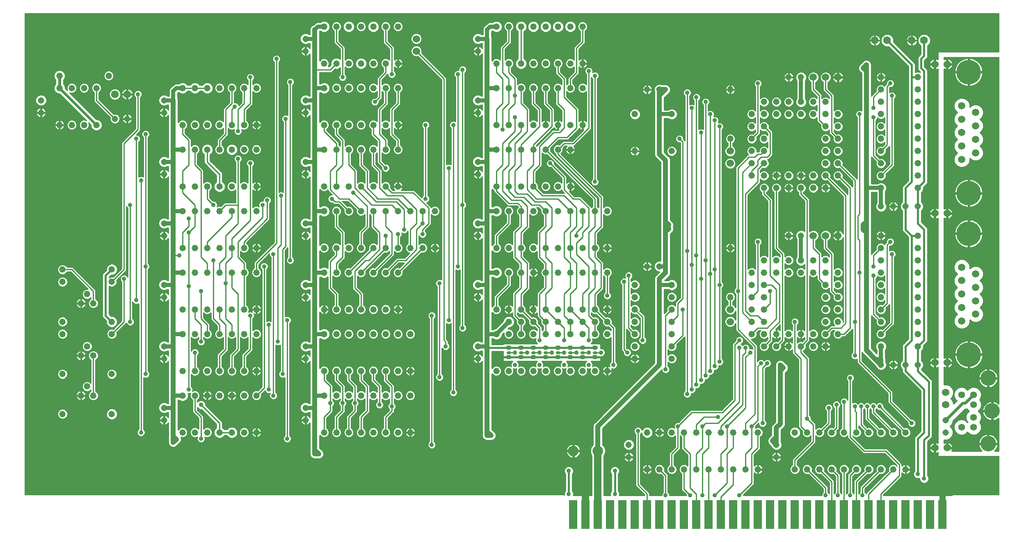
<source format=gbl>
G75*
G70*
%OFA0B0*%
%FSLAX24Y24*%
%IPPOS*%
%LPD*%
%AMOC8*
5,1,8,0,0,1.08239X$1,22.5*
%
%ADD10C,0.0520*%
%ADD11R,0.0650X0.2350*%
%ADD12C,0.1266*%
%ADD13C,0.0554*%
%ADD14C,0.0515*%
%ADD15C,0.0630*%
%ADD16C,0.0600*%
%ADD17C,0.2000*%
%ADD18C,0.0594*%
%ADD19C,0.0860*%
%ADD20C,0.2500*%
%ADD21C,0.0100*%
%ADD22C,0.0600*%
%ADD23C,0.0400*%
%ADD24C,0.0357*%
%ADD25C,0.0160*%
%ADD26C,0.0320*%
%ADD27C,0.0500*%
%ADD28C,0.0240*%
D10*
X013430Y008600D03*
X014430Y008600D03*
X015430Y008600D03*
X016430Y008600D03*
X017430Y008600D03*
X018430Y008600D03*
X019430Y008600D03*
X019430Y011600D03*
X018430Y011600D03*
X017430Y011600D03*
X016430Y011600D03*
X015430Y011600D03*
X014430Y011600D03*
X013430Y011600D03*
X013430Y013600D03*
X014430Y013600D03*
X015430Y013600D03*
X016430Y013600D03*
X017430Y013600D03*
X018430Y013600D03*
X019430Y013600D03*
X019430Y016600D03*
X018430Y016600D03*
X017430Y016600D03*
X016430Y016600D03*
X015430Y016600D03*
X014430Y016600D03*
X013430Y016600D03*
X013430Y018600D03*
X014430Y018600D03*
X015430Y018600D03*
X016430Y018600D03*
X017430Y018600D03*
X018430Y018600D03*
X019430Y018600D03*
X019430Y021600D03*
X018430Y021600D03*
X017430Y021600D03*
X016430Y021600D03*
X015430Y021600D03*
X014430Y021600D03*
X013430Y021600D03*
X013430Y023600D03*
X014430Y023600D03*
X015430Y023600D03*
X016430Y023600D03*
X017430Y023600D03*
X018430Y023600D03*
X019430Y023600D03*
X019430Y026600D03*
X018430Y026600D03*
X017430Y026600D03*
X016430Y026600D03*
X015430Y026600D03*
X014430Y026600D03*
X013430Y026600D03*
X013430Y028600D03*
X014430Y028600D03*
X015430Y028600D03*
X016430Y028600D03*
X017430Y028600D03*
X018430Y028600D03*
X019430Y028600D03*
X019430Y031600D03*
X018430Y031600D03*
X017430Y031600D03*
X016430Y031600D03*
X015430Y031600D03*
X014430Y031600D03*
X013430Y031600D03*
X013430Y033600D03*
X014430Y033600D03*
X015430Y033600D03*
X016430Y033600D03*
X017430Y033600D03*
X018430Y033600D03*
X019430Y033600D03*
X019430Y036600D03*
X018430Y036600D03*
X017430Y036600D03*
X016430Y036600D03*
X015430Y036600D03*
X014430Y036600D03*
X013430Y036600D03*
X007430Y037600D03*
X006430Y036600D03*
X005430Y036600D03*
X004430Y036600D03*
X003430Y036600D03*
X003430Y037600D03*
X003430Y033600D03*
X004430Y033600D03*
X005430Y033600D03*
X006430Y033600D03*
X024930Y033600D03*
X025930Y033600D03*
X026930Y033600D03*
X027930Y033600D03*
X028930Y033600D03*
X029930Y033600D03*
X030930Y033600D03*
X030930Y031600D03*
X029930Y031600D03*
X028930Y031600D03*
X027930Y031600D03*
X026930Y031600D03*
X025930Y031600D03*
X024930Y031600D03*
X024930Y028600D03*
X025930Y028600D03*
X026930Y028600D03*
X027930Y028600D03*
X028930Y028600D03*
X029930Y028600D03*
X030930Y028600D03*
X030930Y026600D03*
X031930Y026600D03*
X032930Y026600D03*
X033930Y026600D03*
X029930Y026600D03*
X028930Y026600D03*
X027930Y026600D03*
X026930Y026600D03*
X025930Y026600D03*
X024930Y026600D03*
X024930Y023600D03*
X025930Y023600D03*
X026930Y023600D03*
X027930Y023600D03*
X028930Y023600D03*
X029930Y023600D03*
X030930Y023600D03*
X031930Y023600D03*
X032930Y023600D03*
X033930Y023600D03*
X030930Y021600D03*
X029930Y021600D03*
X028930Y021600D03*
X027930Y021600D03*
X026930Y021600D03*
X025930Y021600D03*
X024930Y021600D03*
X024930Y018600D03*
X025930Y018600D03*
X026930Y018600D03*
X027930Y018600D03*
X028930Y018600D03*
X029930Y018600D03*
X030930Y018600D03*
X030930Y016600D03*
X031930Y016600D03*
X029930Y016600D03*
X028930Y016600D03*
X027930Y016600D03*
X026930Y016600D03*
X025930Y016600D03*
X024930Y016600D03*
X024930Y013600D03*
X025930Y013600D03*
X026930Y013600D03*
X027930Y013600D03*
X028930Y013600D03*
X029930Y013600D03*
X030930Y013600D03*
X031930Y013600D03*
X031930Y011600D03*
X030930Y011600D03*
X029930Y011600D03*
X028930Y011600D03*
X027930Y011600D03*
X026930Y011600D03*
X025930Y011600D03*
X024930Y011600D03*
X024930Y008600D03*
X025930Y008600D03*
X026930Y008600D03*
X027930Y008600D03*
X028930Y008600D03*
X029930Y008600D03*
X030930Y008600D03*
X031930Y008600D03*
X038930Y013600D03*
X039930Y013600D03*
X040930Y013600D03*
X041930Y013600D03*
X042930Y013600D03*
X043930Y013600D03*
X044930Y013600D03*
X045930Y013600D03*
X046930Y013600D03*
X047930Y013600D03*
X050180Y014600D03*
X050180Y015600D03*
X050180Y016600D03*
X050180Y017600D03*
X050180Y018600D03*
X050180Y019600D03*
X047930Y018600D03*
X046930Y018600D03*
X046930Y017600D03*
X047930Y017600D03*
X047930Y016600D03*
X046930Y016600D03*
X045930Y016600D03*
X044930Y016600D03*
X043930Y016600D03*
X042930Y016600D03*
X041930Y016600D03*
X040930Y016600D03*
X039930Y016600D03*
X038930Y016600D03*
X039930Y017600D03*
X040930Y017600D03*
X041930Y017600D03*
X042930Y017600D03*
X043930Y017600D03*
X044930Y017600D03*
X045930Y017600D03*
X045930Y018600D03*
X044930Y018600D03*
X043930Y018600D03*
X042930Y018600D03*
X041930Y018600D03*
X040930Y018600D03*
X039930Y018600D03*
X038930Y018600D03*
X038930Y021600D03*
X039930Y021600D03*
X040930Y021600D03*
X041930Y021600D03*
X042930Y021600D03*
X043930Y021600D03*
X044930Y021600D03*
X045930Y021600D03*
X046930Y021600D03*
X047930Y021600D03*
X050180Y020600D03*
X053180Y020600D03*
X053180Y019600D03*
X053180Y018600D03*
X053180Y017600D03*
X053180Y016600D03*
X053180Y015600D03*
X053180Y014600D03*
X059680Y016600D03*
X060680Y016600D03*
X061680Y016600D03*
X062680Y016600D03*
X063680Y016600D03*
X064680Y016600D03*
X065680Y016600D03*
X066680Y016600D03*
X066680Y017600D03*
X065680Y017600D03*
X065680Y018600D03*
X066680Y018600D03*
X066680Y019600D03*
X065680Y019600D03*
X065680Y020600D03*
X066680Y020600D03*
X066680Y021600D03*
X065680Y021600D03*
X064680Y021600D03*
X063680Y021600D03*
X063680Y022600D03*
X064680Y022600D03*
X065680Y022600D03*
X062680Y022600D03*
X061680Y022600D03*
X060680Y022600D03*
X060680Y021600D03*
X059680Y021600D03*
X059680Y020600D03*
X060680Y020600D03*
X061680Y021600D03*
X062680Y021600D03*
X060680Y019600D03*
X059680Y019600D03*
X059680Y018600D03*
X060680Y018600D03*
X060680Y017600D03*
X059680Y017600D03*
X057930Y019600D03*
X060680Y015600D03*
X061680Y015600D03*
X062680Y015600D03*
X063680Y015600D03*
X064680Y015600D03*
X065680Y015600D03*
X070180Y015600D03*
X070180Y016600D03*
X070180Y017600D03*
X070180Y018600D03*
X070180Y019600D03*
X070180Y020600D03*
X070180Y021600D03*
X070180Y022600D03*
X070180Y023600D03*
X070180Y024600D03*
X073180Y024600D03*
X073180Y023600D03*
X073180Y022600D03*
X073180Y021600D03*
X073180Y020600D03*
X073180Y019600D03*
X073180Y018600D03*
X073180Y017600D03*
X073180Y016600D03*
X073180Y015600D03*
X072180Y008600D03*
X071180Y008600D03*
X070180Y008600D03*
X069180Y008600D03*
X068180Y008600D03*
X067180Y008600D03*
X066180Y008600D03*
X065180Y008600D03*
X064180Y008600D03*
X063180Y008600D03*
X060180Y008600D03*
X059180Y008600D03*
X058180Y008600D03*
X057180Y008600D03*
X056180Y008600D03*
X055180Y008600D03*
X054180Y008600D03*
X053180Y008600D03*
X052180Y008600D03*
X051180Y008600D03*
X051180Y005600D03*
X052180Y005600D03*
X053180Y005600D03*
X054180Y005600D03*
X055180Y005600D03*
X056180Y005600D03*
X057180Y005600D03*
X058180Y005600D03*
X059180Y005600D03*
X060180Y005600D03*
X063180Y005600D03*
X064180Y005600D03*
X065180Y005600D03*
X066180Y005600D03*
X067180Y005600D03*
X068180Y005600D03*
X069180Y005600D03*
X070180Y005600D03*
X071180Y005600D03*
X072180Y005600D03*
X057930Y023600D03*
X060680Y028475D03*
X061680Y028475D03*
X062680Y028475D03*
X062680Y029475D03*
X061680Y029475D03*
X060680Y029475D03*
X059680Y029475D03*
X059680Y030475D03*
X060680Y030475D03*
X060680Y031475D03*
X059680Y031475D03*
X059680Y032475D03*
X060680Y032475D03*
X060680Y033475D03*
X059680Y033475D03*
X057930Y032475D03*
X059680Y034475D03*
X060680Y034475D03*
X061680Y034475D03*
X062680Y034475D03*
X062680Y035475D03*
X061680Y035475D03*
X060680Y035475D03*
X057930Y036475D03*
X053180Y034475D03*
X050180Y034475D03*
X045930Y033600D03*
X044930Y033600D03*
X043930Y033600D03*
X042930Y033600D03*
X041930Y033600D03*
X040930Y033600D03*
X039930Y033600D03*
X038930Y033600D03*
X038930Y031600D03*
X039930Y031600D03*
X040930Y031600D03*
X041930Y031600D03*
X042930Y031600D03*
X043930Y031600D03*
X044930Y031600D03*
X050180Y031475D03*
X053180Y031475D03*
X044930Y028600D03*
X043930Y028600D03*
X042930Y028600D03*
X041930Y028600D03*
X040930Y028600D03*
X039930Y028600D03*
X038930Y028600D03*
X038930Y026600D03*
X039930Y026600D03*
X040930Y026600D03*
X041930Y026600D03*
X042930Y026600D03*
X043930Y026600D03*
X044930Y026600D03*
X045930Y026600D03*
X046930Y026600D03*
X047930Y026600D03*
X047930Y023600D03*
X046930Y023600D03*
X045930Y023600D03*
X044930Y023600D03*
X043930Y023600D03*
X042930Y023600D03*
X041930Y023600D03*
X040930Y023600D03*
X039930Y023600D03*
X038930Y023600D03*
X063680Y028475D03*
X064680Y028475D03*
X065680Y028475D03*
X065680Y029475D03*
X064680Y029475D03*
X063680Y029475D03*
X065680Y030475D03*
X066680Y030475D03*
X066680Y029475D03*
X070180Y029475D03*
X070180Y028475D03*
X073180Y028475D03*
X073180Y029475D03*
X073180Y030475D03*
X073180Y031475D03*
X073180Y032475D03*
X073180Y033475D03*
X073180Y034475D03*
X073180Y035475D03*
X073180Y036475D03*
X073180Y037475D03*
X070180Y037475D03*
X070180Y036475D03*
X070180Y035475D03*
X070180Y034475D03*
X070180Y033475D03*
X070180Y032475D03*
X070180Y031475D03*
X070180Y030475D03*
X066680Y031475D03*
X065680Y031475D03*
X065680Y032475D03*
X066680Y032475D03*
X066680Y033475D03*
X065680Y033475D03*
X065680Y034475D03*
X064680Y034475D03*
X063680Y034475D03*
X063680Y035475D03*
X064680Y035475D03*
X065680Y035475D03*
X066680Y034475D03*
X045930Y036600D03*
X044930Y036600D03*
X043930Y036600D03*
X042930Y036600D03*
X041930Y036600D03*
X040930Y036600D03*
X039930Y036600D03*
X038930Y036600D03*
X038930Y038600D03*
X039930Y038600D03*
X040930Y038600D03*
X041930Y038600D03*
X042930Y038600D03*
X043930Y038600D03*
X044930Y038600D03*
X045930Y038600D03*
X045930Y041600D03*
X044930Y041600D03*
X043930Y041600D03*
X042930Y041600D03*
X041930Y041600D03*
X040930Y041600D03*
X039930Y041600D03*
X038930Y041600D03*
X030930Y041600D03*
X029930Y041600D03*
X028930Y041600D03*
X027930Y041600D03*
X026930Y041600D03*
X025930Y041600D03*
X024930Y041600D03*
X024930Y038600D03*
X025930Y038600D03*
X026930Y038600D03*
X027930Y038600D03*
X028930Y038600D03*
X029930Y038600D03*
X030930Y038600D03*
X030930Y036600D03*
X029930Y036600D03*
X028930Y036600D03*
X027930Y036600D03*
X026930Y036600D03*
X025930Y036600D03*
X024930Y036600D03*
X007680Y021850D03*
X007680Y020850D03*
X005680Y019850D03*
X005180Y019100D03*
X006180Y019100D03*
X007680Y017600D03*
X007680Y016600D03*
X005680Y015600D03*
X005180Y014850D03*
X006180Y014850D03*
X007680Y013350D03*
X005680Y012350D03*
X005180Y011600D03*
X006180Y011600D03*
X007680Y010100D03*
X003680Y010100D03*
X003680Y013350D03*
X003680Y016600D03*
X003680Y017600D03*
X003680Y020850D03*
X003680Y021850D03*
D11*
X045180Y001915D03*
X046180Y001915D03*
X047180Y001915D03*
X048180Y001915D03*
X049180Y001915D03*
X050180Y001915D03*
X051180Y001915D03*
X052180Y001915D03*
X053180Y001915D03*
X054180Y001915D03*
X055180Y001915D03*
X056180Y001915D03*
X057180Y001915D03*
X058180Y001915D03*
X059180Y001915D03*
X060180Y001915D03*
X061180Y001915D03*
X062180Y001915D03*
X063180Y001915D03*
X064180Y001915D03*
X065180Y001915D03*
X066180Y001915D03*
X067180Y001915D03*
X068180Y001915D03*
X069180Y001915D03*
X070180Y001915D03*
X071180Y001915D03*
X072180Y001915D03*
X073180Y001915D03*
X074180Y001915D03*
X075180Y001915D03*
D12*
X078886Y007689D03*
X079205Y010350D03*
X078886Y013011D03*
D13*
X077705Y011669D03*
X076724Y011669D03*
X077705Y010862D03*
X077705Y009838D03*
X077705Y009031D03*
X076724Y009031D03*
D14*
X075430Y008600D03*
X075430Y009600D03*
X073180Y014100D03*
X072180Y014100D03*
X071180Y014100D03*
X070180Y014100D03*
X061680Y007600D03*
X061680Y006600D03*
X049680Y006600D03*
X049680Y007600D03*
X037430Y014600D03*
X037430Y015600D03*
X037430Y019600D03*
X037430Y020600D03*
X037430Y024600D03*
X037430Y025600D03*
X037430Y029600D03*
X037430Y030600D03*
X037430Y034600D03*
X037430Y035600D03*
X037430Y039600D03*
X037430Y040600D03*
X051180Y036475D03*
X052180Y036475D03*
X062680Y037475D03*
X063680Y037475D03*
X070180Y026975D03*
X071180Y026975D03*
X072180Y026975D03*
X073180Y026975D03*
X063680Y024600D03*
X062680Y024600D03*
X052180Y022100D03*
X051180Y022100D03*
X023430Y020600D03*
X023430Y019600D03*
X023430Y015600D03*
X023430Y014600D03*
X023430Y010600D03*
X023430Y009600D03*
X011930Y009600D03*
X011930Y010600D03*
X011930Y014600D03*
X011930Y015600D03*
X011930Y019600D03*
X011930Y020600D03*
X011930Y024600D03*
X011930Y025600D03*
X011930Y029600D03*
X011930Y030600D03*
X008930Y034100D03*
X007930Y034100D03*
X011930Y034600D03*
X011930Y035600D03*
X001930Y035600D03*
X001930Y034600D03*
X023430Y034600D03*
X023430Y035600D03*
X023430Y039600D03*
X023430Y040600D03*
X023430Y030600D03*
X023430Y029600D03*
X023430Y025600D03*
X023430Y024600D03*
D15*
X008930Y036100D03*
X007930Y036100D03*
X069680Y040475D03*
X070680Y040475D03*
X072680Y040475D03*
X073680Y040475D03*
D16*
X074555Y038538D03*
X075555Y038538D03*
X066680Y037475D03*
X065680Y037475D03*
X064680Y037475D03*
X057930Y031475D03*
X057930Y030475D03*
X064680Y024600D03*
X065680Y024600D03*
X066680Y024600D03*
X074555Y026413D03*
X075555Y026413D03*
X057930Y018600D03*
X057930Y017600D03*
X074555Y014288D03*
X075555Y014288D03*
X075430Y011850D03*
X075430Y010850D03*
X075555Y007350D03*
X074555Y007350D03*
X032430Y039600D03*
X032430Y040600D03*
D17*
X077305Y037894D03*
X077305Y028056D03*
X077305Y024769D03*
X077305Y014931D03*
D18*
X076746Y017669D03*
X076746Y018759D03*
X077864Y018214D03*
X077864Y019305D03*
X077864Y020395D03*
X076746Y019850D03*
X076746Y020941D03*
X077864Y021486D03*
X076746Y022031D03*
X076746Y030794D03*
X077864Y031339D03*
X076746Y031884D03*
X076746Y032975D03*
X077864Y032430D03*
X077864Y033520D03*
X076746Y034066D03*
X076746Y035156D03*
X077864Y034611D03*
D19*
X047180Y007100D03*
X045180Y007100D03*
D20*
X078180Y005100D03*
X078180Y041100D03*
X002180Y041100D03*
X002180Y005100D03*
D21*
X000630Y003550D02*
X000630Y042650D01*
X079730Y042650D01*
X079730Y039550D01*
X074805Y039550D01*
X074805Y038912D01*
X074791Y038922D01*
X074728Y038955D01*
X074660Y038976D01*
X074605Y038985D01*
X074605Y038588D01*
X074505Y038588D01*
X074505Y038985D01*
X074450Y038976D01*
X074382Y038955D01*
X074319Y038922D01*
X074262Y038881D01*
X074212Y038831D01*
X074170Y038773D01*
X074138Y038710D01*
X074116Y038643D01*
X074107Y038587D01*
X074505Y038587D01*
X074505Y038488D01*
X074107Y038488D01*
X074116Y038432D01*
X074138Y038365D01*
X074170Y038302D01*
X074212Y038244D01*
X074262Y038194D01*
X074319Y038153D01*
X074382Y038120D01*
X074450Y038099D01*
X074505Y038090D01*
X074505Y038487D01*
X074605Y038487D01*
X074605Y038090D01*
X074660Y038099D01*
X074728Y038120D01*
X074791Y038153D01*
X074805Y038163D01*
X074805Y026787D01*
X074791Y026797D01*
X074728Y026830D01*
X074660Y026851D01*
X074605Y026860D01*
X074605Y026463D01*
X074505Y026463D01*
X074505Y026860D01*
X074450Y026851D01*
X074382Y026830D01*
X074319Y026797D01*
X074262Y026756D01*
X074212Y026706D01*
X074170Y026648D01*
X074138Y026585D01*
X074116Y026518D01*
X074107Y026462D01*
X074505Y026462D01*
X074505Y026363D01*
X074107Y026363D01*
X074116Y026307D01*
X074138Y026240D01*
X074170Y026177D01*
X074212Y026119D01*
X074262Y026069D01*
X074319Y026028D01*
X074382Y025995D01*
X074450Y025974D01*
X074505Y025965D01*
X074505Y026362D01*
X074605Y026362D01*
X074605Y025965D01*
X074660Y025974D01*
X074728Y025995D01*
X074791Y026028D01*
X074805Y026038D01*
X074805Y014662D01*
X074791Y014672D01*
X074728Y014705D01*
X074660Y014726D01*
X074605Y014735D01*
X074605Y014338D01*
X074505Y014338D01*
X074505Y014735D01*
X074450Y014726D01*
X074382Y014705D01*
X074319Y014672D01*
X074262Y014631D01*
X074212Y014581D01*
X074170Y014523D01*
X074138Y014460D01*
X074116Y014393D01*
X074107Y014337D01*
X074505Y014337D01*
X074505Y014238D01*
X074107Y014238D01*
X074116Y014182D01*
X074138Y014115D01*
X074170Y014052D01*
X074212Y013994D01*
X074262Y013944D01*
X074319Y013903D01*
X074382Y013870D01*
X074450Y013849D01*
X074505Y013840D01*
X074505Y014237D01*
X074605Y014237D01*
X074605Y013840D01*
X074660Y013849D01*
X074728Y013870D01*
X074791Y013903D01*
X074805Y013913D01*
X074805Y007725D01*
X074791Y007735D01*
X074728Y007767D01*
X074660Y007789D01*
X074605Y007798D01*
X074605Y007400D01*
X074505Y007400D01*
X074505Y007798D01*
X074450Y007789D01*
X074382Y007767D01*
X074319Y007735D01*
X074262Y007693D01*
X074212Y007643D01*
X074170Y007586D01*
X074138Y007523D01*
X074116Y007455D01*
X074107Y007400D01*
X074505Y007400D01*
X074505Y007300D01*
X074605Y007300D01*
X074605Y006902D01*
X074660Y006911D01*
X074728Y006933D01*
X074791Y006965D01*
X074805Y006975D01*
X074805Y006650D01*
X079730Y006650D01*
X079730Y003550D01*
X076020Y003550D01*
X075855Y003481D01*
X075849Y003475D01*
X070380Y003475D01*
X070380Y003517D01*
X071763Y004900D01*
X071880Y005017D01*
X071880Y005320D01*
X071913Y005287D01*
X071965Y005249D01*
X072023Y005220D01*
X072084Y005200D01*
X072148Y005190D01*
X072150Y005190D01*
X072150Y005570D01*
X072210Y005570D01*
X072210Y005630D01*
X072150Y005630D01*
X072150Y006010D01*
X072148Y006010D01*
X072084Y006000D01*
X072023Y005980D01*
X071965Y005951D01*
X071913Y005913D01*
X071880Y005880D01*
X071880Y006058D01*
X070755Y007183D01*
X070638Y007300D01*
X068888Y007300D01*
X067880Y008308D01*
X067880Y008320D01*
X067948Y008252D01*
X068098Y008190D01*
X068262Y008190D01*
X068412Y008252D01*
X068528Y008368D01*
X068590Y008518D01*
X068590Y008682D01*
X068528Y008832D01*
X068412Y008948D01*
X068380Y008961D01*
X068380Y009117D01*
X068783Y008714D01*
X068770Y008682D01*
X068770Y008518D01*
X068832Y008368D01*
X068948Y008252D01*
X069098Y008190D01*
X069262Y008190D01*
X069412Y008252D01*
X069528Y008368D01*
X069590Y008518D01*
X069590Y008682D01*
X069528Y008832D01*
X069412Y008948D01*
X069262Y009010D01*
X069098Y009010D01*
X069066Y008997D01*
X068755Y009308D01*
X068755Y010461D01*
X068805Y010511D01*
X068855Y010461D01*
X068855Y009642D01*
X069783Y008714D01*
X069770Y008682D01*
X069770Y008518D01*
X069832Y008368D01*
X069948Y008252D01*
X070098Y008190D01*
X070262Y008190D01*
X070412Y008252D01*
X070528Y008368D01*
X070590Y008518D01*
X070590Y008682D01*
X070528Y008832D01*
X070412Y008948D01*
X070262Y009010D01*
X070098Y009010D01*
X070066Y008997D01*
X069255Y009808D01*
X069255Y010461D01*
X069305Y010511D01*
X069355Y010461D01*
X069355Y010142D01*
X070783Y008714D01*
X070770Y008682D01*
X070770Y008518D01*
X070832Y008368D01*
X070948Y008252D01*
X071098Y008190D01*
X071262Y008190D01*
X071412Y008252D01*
X071528Y008368D01*
X071590Y008518D01*
X071590Y008682D01*
X071528Y008832D01*
X071412Y008948D01*
X071262Y009010D01*
X071098Y009010D01*
X071066Y008997D01*
X069755Y010308D01*
X069755Y010461D01*
X069805Y010511D01*
X069869Y010447D01*
X069990Y010397D01*
X070101Y010397D01*
X071783Y008714D01*
X071770Y008682D01*
X071770Y008518D01*
X071832Y008368D01*
X071948Y008252D01*
X072098Y008190D01*
X072262Y008190D01*
X072412Y008252D01*
X072528Y008368D01*
X072590Y008518D01*
X072590Y008682D01*
X072528Y008832D01*
X072412Y008948D01*
X072262Y009010D01*
X072098Y009010D01*
X072066Y008997D01*
X070383Y010679D01*
X070383Y010790D01*
X070333Y010911D01*
X070241Y011003D01*
X070120Y011053D01*
X069990Y011053D01*
X069869Y011003D01*
X069805Y010939D01*
X069741Y011003D01*
X069620Y011053D01*
X069490Y011053D01*
X069369Y011003D01*
X069305Y010939D01*
X069241Y011003D01*
X069120Y011053D01*
X068990Y011053D01*
X068869Y011003D01*
X068805Y010939D01*
X068741Y011003D01*
X068620Y011053D01*
X068490Y011053D01*
X068369Y011003D01*
X068305Y010939D01*
X068241Y011003D01*
X068120Y011053D01*
X067990Y011053D01*
X067880Y011008D01*
X067880Y012773D01*
X067958Y012851D01*
X068008Y012972D01*
X068008Y013103D01*
X067958Y013224D01*
X067866Y013316D01*
X067745Y013366D01*
X067615Y013366D01*
X067494Y013316D01*
X067402Y013224D01*
X067352Y013103D01*
X067352Y012972D01*
X067402Y012851D01*
X067480Y012773D01*
X067480Y011234D01*
X067458Y011286D01*
X067366Y011378D01*
X067245Y011428D01*
X067115Y011428D01*
X066994Y011378D01*
X066902Y011286D01*
X066852Y011165D01*
X066852Y011035D01*
X066902Y010914D01*
X066980Y010836D01*
X066980Y008961D01*
X066948Y008948D01*
X066832Y008832D01*
X066770Y008682D01*
X066770Y008518D01*
X066832Y008368D01*
X066948Y008252D01*
X067098Y008190D01*
X067262Y008190D01*
X067412Y008252D01*
X067480Y008320D01*
X067480Y008142D01*
X067597Y008025D01*
X064880Y008025D01*
X064880Y007927D02*
X067696Y007927D01*
X067597Y008025D02*
X068722Y006900D01*
X070472Y006900D01*
X071480Y005892D01*
X071480Y005880D01*
X071412Y005948D01*
X071262Y006010D01*
X071098Y006010D01*
X070948Y005948D01*
X070832Y005832D01*
X070770Y005682D01*
X070770Y005518D01*
X070783Y005486D01*
X068980Y003683D01*
X068980Y003609D01*
X068958Y003661D01*
X068880Y003739D01*
X068880Y004017D01*
X070066Y005203D01*
X070098Y005190D01*
X070262Y005190D01*
X070412Y005252D01*
X070528Y005368D01*
X070590Y005518D01*
X070590Y005682D01*
X070528Y005832D01*
X070412Y005948D01*
X070262Y006010D01*
X070098Y006010D01*
X069948Y005948D01*
X069832Y005832D01*
X069770Y005682D01*
X069770Y005518D01*
X069783Y005486D01*
X068480Y004183D01*
X068480Y003739D01*
X068402Y003661D01*
X068380Y003609D01*
X068380Y004517D01*
X069066Y005203D01*
X069098Y005190D01*
X069262Y005190D01*
X069412Y005252D01*
X069528Y005368D01*
X069590Y005518D01*
X069590Y005682D01*
X069528Y005832D01*
X069412Y005948D01*
X069262Y006010D01*
X069098Y006010D01*
X068948Y005948D01*
X068832Y005832D01*
X068770Y005682D01*
X068770Y005518D01*
X068783Y005486D01*
X067980Y004683D01*
X067980Y003609D01*
X067958Y003661D01*
X067880Y003739D01*
X067880Y005017D01*
X068066Y005203D01*
X068098Y005190D01*
X068262Y005190D01*
X068412Y005252D01*
X068528Y005368D01*
X068590Y005518D01*
X068590Y005682D01*
X068528Y005832D01*
X068412Y005948D01*
X068262Y006010D01*
X068098Y006010D01*
X067948Y005948D01*
X067832Y005832D01*
X067770Y005682D01*
X067770Y005518D01*
X067783Y005486D01*
X067480Y005183D01*
X067480Y003739D01*
X067402Y003661D01*
X067380Y003609D01*
X067380Y005239D01*
X067412Y005252D01*
X067528Y005368D01*
X067590Y005518D01*
X067590Y005682D01*
X067528Y005832D01*
X067412Y005948D01*
X067262Y006010D01*
X067098Y006010D01*
X066948Y005948D01*
X066832Y005832D01*
X066770Y005682D01*
X066770Y005518D01*
X066832Y005368D01*
X066948Y005252D01*
X066980Y005239D01*
X066980Y003609D01*
X066958Y003661D01*
X066880Y003739D01*
X066880Y005183D01*
X066577Y005486D01*
X066590Y005518D01*
X066590Y005682D01*
X066528Y005832D01*
X066412Y005948D01*
X066262Y006010D01*
X066098Y006010D01*
X065948Y005948D01*
X065832Y005832D01*
X065770Y005682D01*
X065770Y005518D01*
X065832Y005368D01*
X065948Y005252D01*
X066098Y005190D01*
X066262Y005190D01*
X066294Y005203D01*
X066480Y005017D01*
X066480Y003739D01*
X066402Y003661D01*
X066380Y003609D01*
X066380Y004683D01*
X065577Y005486D01*
X065590Y005518D01*
X065590Y005682D01*
X065528Y005832D01*
X065412Y005948D01*
X065262Y006010D01*
X065098Y006010D01*
X064948Y005948D01*
X064832Y005832D01*
X064770Y005682D01*
X064770Y005518D01*
X064832Y005368D01*
X064948Y005252D01*
X065098Y005190D01*
X065262Y005190D01*
X065294Y005203D01*
X065980Y004517D01*
X065980Y003609D01*
X065958Y003661D01*
X065880Y003739D01*
X065880Y004183D01*
X064577Y005486D01*
X064590Y005518D01*
X064590Y005682D01*
X064528Y005832D01*
X064412Y005948D01*
X064262Y006010D01*
X064098Y006010D01*
X063948Y005948D01*
X063832Y005832D01*
X063770Y005682D01*
X063770Y005518D01*
X063832Y005368D01*
X063948Y005252D01*
X064098Y005190D01*
X064262Y005190D01*
X064294Y005203D01*
X065480Y004017D01*
X065480Y003739D01*
X065402Y003661D01*
X065352Y003540D01*
X065352Y003475D01*
X059008Y003475D01*
X059008Y003521D01*
X059763Y004275D01*
X059880Y004392D01*
X059880Y005320D01*
X059913Y005287D01*
X059965Y005249D01*
X060023Y005220D01*
X060084Y005200D01*
X060148Y005190D01*
X060150Y005190D01*
X060150Y005570D01*
X060210Y005570D01*
X060210Y005630D01*
X060150Y005630D01*
X060150Y006010D01*
X060148Y006010D01*
X060084Y006000D01*
X060023Y005980D01*
X059965Y005951D01*
X059913Y005913D01*
X059880Y005880D01*
X059880Y006767D01*
X060263Y007150D01*
X060380Y007267D01*
X060380Y008239D01*
X060412Y008252D01*
X060528Y008368D01*
X060590Y008518D01*
X060590Y008682D01*
X060528Y008832D01*
X060412Y008948D01*
X060262Y009010D01*
X060098Y009010D01*
X059977Y008960D01*
X060008Y009035D01*
X060008Y009146D01*
X060227Y009364D01*
X060227Y009285D01*
X060277Y009164D01*
X060369Y009072D01*
X060490Y009022D01*
X060620Y009022D01*
X060741Y009072D01*
X060833Y009164D01*
X060883Y009285D01*
X060883Y009415D01*
X060833Y009536D01*
X060755Y009614D01*
X060755Y013767D01*
X060884Y013897D01*
X060995Y013897D01*
X061116Y013947D01*
X061208Y014039D01*
X061258Y014160D01*
X061258Y014290D01*
X061208Y014411D01*
X061116Y014503D01*
X060995Y014553D01*
X060865Y014553D01*
X060744Y014503D01*
X060680Y014439D01*
X060616Y014503D01*
X060495Y014553D01*
X060365Y014553D01*
X060244Y014503D01*
X060152Y014411D01*
X060130Y014359D01*
X060130Y015683D01*
X059623Y016190D01*
X059762Y016190D01*
X059912Y016252D01*
X060028Y016368D01*
X060090Y016518D01*
X060090Y016682D01*
X060077Y016714D01*
X060263Y016900D01*
X060400Y016900D01*
X060332Y016832D01*
X060270Y016682D01*
X060270Y016518D01*
X060332Y016368D01*
X060448Y016252D01*
X060598Y016190D01*
X060762Y016190D01*
X060912Y016252D01*
X060980Y016320D01*
X060980Y016183D01*
X060794Y015997D01*
X060762Y016010D01*
X060598Y016010D01*
X060448Y015948D01*
X060332Y015832D01*
X060270Y015682D01*
X060270Y015518D01*
X060332Y015368D01*
X060448Y015252D01*
X060598Y015190D01*
X060762Y015190D01*
X060912Y015252D01*
X061028Y015368D01*
X061090Y015518D01*
X061090Y015682D01*
X061077Y015714D01*
X061263Y015900D01*
X061380Y016017D01*
X061380Y016320D01*
X061413Y016287D01*
X061465Y016249D01*
X061523Y016220D01*
X061584Y016200D01*
X061648Y016190D01*
X061650Y016190D01*
X061650Y016570D01*
X061710Y016570D01*
X061710Y016190D01*
X061712Y016190D01*
X061776Y016200D01*
X061837Y016220D01*
X061895Y016249D01*
X061947Y016287D01*
X061980Y016320D01*
X061980Y016183D01*
X061794Y015997D01*
X061762Y016010D01*
X061598Y016010D01*
X061448Y015948D01*
X061332Y015832D01*
X061270Y015682D01*
X061270Y015518D01*
X061332Y015368D01*
X061448Y015252D01*
X061598Y015190D01*
X061762Y015190D01*
X061912Y015252D01*
X062028Y015368D01*
X062090Y015518D01*
X062090Y015682D01*
X062077Y015714D01*
X062380Y016017D01*
X062380Y016320D01*
X062448Y016252D01*
X062598Y016190D01*
X062762Y016190D01*
X062912Y016252D01*
X062980Y016320D01*
X062980Y015880D01*
X062947Y015913D01*
X062895Y015951D01*
X062837Y015980D01*
X062776Y016000D01*
X062712Y016010D01*
X062710Y016010D01*
X062710Y015630D01*
X062650Y015630D01*
X062650Y016010D01*
X062648Y016010D01*
X062584Y016000D01*
X062523Y015980D01*
X062465Y015951D01*
X062413Y015913D01*
X062367Y015867D01*
X062329Y015815D01*
X062300Y015757D01*
X062280Y015696D01*
X062270Y015632D01*
X062270Y015630D01*
X062650Y015630D01*
X062650Y015570D01*
X062710Y015570D01*
X062710Y015190D01*
X062712Y015190D01*
X062776Y015200D01*
X062837Y015220D01*
X062895Y015249D01*
X062947Y015287D01*
X062980Y015320D01*
X062980Y015017D01*
X063097Y014900D01*
X063480Y014517D01*
X063480Y009017D01*
X063597Y008900D01*
X063783Y008714D01*
X063770Y008682D01*
X063770Y008518D01*
X063832Y008368D01*
X063948Y008252D01*
X064098Y008190D01*
X064262Y008190D01*
X064412Y008252D01*
X064480Y008320D01*
X064480Y007933D01*
X062980Y006433D01*
X062980Y005961D01*
X062948Y005948D01*
X062832Y005832D01*
X062770Y005682D01*
X062770Y005518D01*
X062832Y005368D01*
X062948Y005252D01*
X063098Y005190D01*
X063262Y005190D01*
X063412Y005252D01*
X063528Y005368D01*
X063590Y005518D01*
X063590Y005682D01*
X063528Y005832D01*
X063412Y005948D01*
X063380Y005961D01*
X063380Y006267D01*
X064763Y007650D01*
X064880Y007767D01*
X064880Y008320D01*
X064948Y008252D01*
X065098Y008190D01*
X065262Y008190D01*
X065412Y008252D01*
X065528Y008368D01*
X065590Y008518D01*
X065590Y008682D01*
X065577Y008714D01*
X066013Y009150D01*
X066130Y009267D01*
X066130Y010336D01*
X066208Y010414D01*
X066258Y010535D01*
X066258Y010665D01*
X066208Y010786D01*
X066116Y010878D01*
X065995Y010928D01*
X065865Y010928D01*
X065744Y010878D01*
X065652Y010786D01*
X065602Y010665D01*
X065602Y010535D01*
X065652Y010414D01*
X065730Y010336D01*
X065730Y009433D01*
X065294Y008997D01*
X065262Y009010D01*
X065098Y009010D01*
X064948Y008948D01*
X064880Y008880D01*
X064880Y009308D01*
X064508Y009679D01*
X064508Y009790D01*
X064458Y009911D01*
X064380Y009989D01*
X064380Y014683D01*
X063880Y015183D01*
X063880Y015239D01*
X063912Y015252D01*
X064028Y015368D01*
X064090Y015518D01*
X064090Y015682D01*
X064077Y015714D01*
X064380Y016017D01*
X064380Y016320D01*
X064448Y016252D01*
X064598Y016190D01*
X064762Y016190D01*
X064912Y016252D01*
X065028Y016368D01*
X065090Y016518D01*
X065090Y016682D01*
X065028Y016832D01*
X064912Y016948D01*
X064762Y017010D01*
X064598Y017010D01*
X064448Y016948D01*
X064380Y016880D01*
X064380Y021320D01*
X064448Y021252D01*
X064598Y021190D01*
X064762Y021190D01*
X064912Y021252D01*
X064980Y021320D01*
X064980Y021017D01*
X065283Y020714D01*
X065270Y020682D01*
X065270Y020518D01*
X065332Y020368D01*
X065448Y020252D01*
X065598Y020190D01*
X065762Y020190D01*
X065912Y020252D01*
X065980Y020320D01*
X065980Y020017D01*
X066097Y019900D01*
X066283Y019714D01*
X066270Y019682D01*
X066270Y019518D01*
X066332Y019368D01*
X066448Y019252D01*
X066598Y019190D01*
X066762Y019190D01*
X066912Y019252D01*
X067028Y019368D01*
X067090Y019518D01*
X067090Y019682D01*
X067028Y019832D01*
X066912Y019948D01*
X066762Y020010D01*
X066598Y020010D01*
X066566Y019997D01*
X066380Y020183D01*
X066380Y020320D01*
X066448Y020252D01*
X066598Y020190D01*
X066762Y020190D01*
X066912Y020252D01*
X067028Y020368D01*
X067090Y020518D01*
X067090Y020682D01*
X067028Y020832D01*
X066912Y020948D01*
X066762Y021010D01*
X066598Y021010D01*
X066448Y020948D01*
X066380Y020880D01*
X066380Y021320D01*
X066448Y021252D01*
X066598Y021190D01*
X066762Y021190D01*
X066912Y021252D01*
X067028Y021368D01*
X067090Y021518D01*
X067090Y021682D01*
X067028Y021832D01*
X066912Y021948D01*
X066762Y022010D01*
X066598Y022010D01*
X066448Y021948D01*
X066380Y021880D01*
X066380Y023183D01*
X065880Y023683D01*
X065880Y024196D01*
X065935Y024219D01*
X066061Y024345D01*
X066130Y024510D01*
X066130Y024690D01*
X066061Y024855D01*
X065935Y024981D01*
X065770Y025050D01*
X065590Y025050D01*
X065425Y024981D01*
X065299Y024855D01*
X065230Y024690D01*
X065230Y024510D01*
X065299Y024345D01*
X065425Y024219D01*
X065480Y024196D01*
X065480Y023517D01*
X065597Y023400D01*
X065980Y023017D01*
X065980Y022880D01*
X065912Y022948D01*
X065762Y023010D01*
X065598Y023010D01*
X065448Y022948D01*
X065380Y022880D01*
X065380Y023183D01*
X065263Y023300D01*
X064880Y023683D01*
X064880Y024196D01*
X064935Y024219D01*
X065061Y024345D01*
X065130Y024510D01*
X065130Y024690D01*
X065061Y024855D01*
X064935Y024981D01*
X064770Y025050D01*
X064590Y025050D01*
X064425Y024981D01*
X064380Y024936D01*
X064380Y027558D01*
X064263Y027675D01*
X063880Y028058D01*
X063880Y028114D01*
X063912Y028127D01*
X064028Y028243D01*
X064090Y028393D01*
X064090Y028557D01*
X064028Y028707D01*
X063912Y028823D01*
X063762Y028885D01*
X063598Y028885D01*
X063448Y028823D01*
X063332Y028707D01*
X063270Y028557D01*
X063270Y028393D01*
X063332Y028243D01*
X063448Y028127D01*
X063480Y028114D01*
X063480Y027892D01*
X063980Y027392D01*
X063980Y024947D01*
X063939Y024988D01*
X063771Y025057D01*
X063589Y025057D01*
X063421Y024988D01*
X063292Y024859D01*
X063223Y024691D01*
X063223Y024509D01*
X063292Y024341D01*
X063320Y024313D01*
X063320Y022891D01*
X063290Y022861D01*
X063220Y022691D01*
X063220Y022508D01*
X063290Y022339D01*
X063419Y022210D01*
X063588Y022140D01*
X063771Y022140D01*
X063941Y022210D01*
X063980Y022249D01*
X063980Y021880D01*
X063912Y021948D01*
X063762Y022010D01*
X063598Y022010D01*
X063448Y021948D01*
X063332Y021832D01*
X063270Y021682D01*
X063270Y021518D01*
X063332Y021368D01*
X063448Y021252D01*
X063598Y021190D01*
X063762Y021190D01*
X063912Y021252D01*
X063980Y021320D01*
X063980Y016880D01*
X063947Y016913D01*
X063895Y016951D01*
X063837Y016980D01*
X063776Y017000D01*
X063712Y017010D01*
X063710Y017010D01*
X063710Y016630D01*
X063650Y016630D01*
X063650Y017010D01*
X063648Y017010D01*
X063584Y017000D01*
X063523Y016980D01*
X063465Y016951D01*
X063413Y016913D01*
X063380Y016880D01*
X063380Y017336D01*
X063458Y017414D01*
X063508Y017535D01*
X063508Y017665D01*
X063458Y017786D01*
X063366Y017878D01*
X063245Y017928D01*
X063115Y017928D01*
X062994Y017878D01*
X062902Y017786D01*
X062852Y017665D01*
X062852Y017535D01*
X062902Y017414D01*
X062980Y017336D01*
X062980Y016880D01*
X062912Y016948D01*
X062762Y017010D01*
X062598Y017010D01*
X062448Y016948D01*
X062380Y016880D01*
X062380Y021320D01*
X062448Y021252D01*
X062598Y021190D01*
X062762Y021190D01*
X062912Y021252D01*
X063028Y021368D01*
X063090Y021518D01*
X063090Y021682D01*
X063028Y021832D01*
X062912Y021948D01*
X062762Y022010D01*
X062598Y022010D01*
X062448Y021948D01*
X062380Y021880D01*
X062380Y022320D01*
X062448Y022252D01*
X062598Y022190D01*
X062762Y022190D01*
X062912Y022252D01*
X063028Y022368D01*
X063090Y022518D01*
X063090Y022682D01*
X063028Y022832D01*
X062912Y022948D01*
X062762Y023010D01*
X062598Y023010D01*
X062448Y022948D01*
X062380Y022880D01*
X062380Y023183D01*
X062263Y023300D01*
X061880Y023683D01*
X061880Y028114D01*
X061912Y028127D01*
X062028Y028243D01*
X062090Y028393D01*
X062090Y028557D01*
X062028Y028707D01*
X061912Y028823D01*
X061762Y028885D01*
X061598Y028885D01*
X061448Y028823D01*
X061332Y028707D01*
X061270Y028557D01*
X061270Y028393D01*
X061332Y028243D01*
X061448Y028127D01*
X061480Y028114D01*
X061480Y023517D01*
X061980Y023017D01*
X061980Y022880D01*
X061912Y022948D01*
X061762Y023010D01*
X061598Y023010D01*
X061448Y022948D01*
X061380Y022880D01*
X061380Y027558D01*
X060880Y028058D01*
X060880Y028114D01*
X060912Y028127D01*
X061028Y028243D01*
X061090Y028393D01*
X061090Y028557D01*
X061028Y028707D01*
X060912Y028823D01*
X060762Y028885D01*
X060598Y028885D01*
X060448Y028823D01*
X060332Y028707D01*
X060270Y028557D01*
X060270Y028393D01*
X060332Y028243D01*
X060448Y028127D01*
X060480Y028114D01*
X060480Y027892D01*
X060597Y027775D01*
X060980Y027392D01*
X060980Y022880D01*
X060912Y022948D01*
X060762Y023010D01*
X060598Y023010D01*
X060448Y022948D01*
X060380Y022880D01*
X060380Y023836D01*
X060458Y023914D01*
X060508Y024035D01*
X060508Y024165D01*
X060458Y024286D01*
X060366Y024378D01*
X060245Y024428D01*
X060115Y024428D01*
X059994Y024378D01*
X059902Y024286D01*
X059852Y024165D01*
X059852Y024035D01*
X059902Y023914D01*
X059980Y023836D01*
X059980Y021880D01*
X059912Y021948D01*
X059762Y022010D01*
X059598Y022010D01*
X059448Y021948D01*
X059380Y021880D01*
X059380Y027892D01*
X060380Y028892D01*
X060380Y029195D01*
X060448Y029127D01*
X060598Y029065D01*
X060762Y029065D01*
X060912Y029127D01*
X061028Y029243D01*
X061090Y029393D01*
X061090Y029557D01*
X061028Y029707D01*
X060912Y029823D01*
X060762Y029885D01*
X060598Y029885D01*
X060448Y029823D01*
X060380Y029755D01*
X060380Y029892D01*
X066980Y029892D01*
X066912Y029823D02*
X066762Y029885D01*
X066598Y029885D01*
X066448Y029823D01*
X066332Y029707D01*
X066270Y029557D01*
X066270Y029393D01*
X066332Y029243D01*
X066448Y029127D01*
X066598Y029065D01*
X066762Y029065D01*
X066794Y029078D01*
X067480Y028392D01*
X067480Y027958D01*
X067388Y028050D01*
X066077Y029361D01*
X066090Y029393D01*
X066090Y029557D01*
X066028Y029707D01*
X065912Y029823D01*
X065762Y029885D01*
X065598Y029885D01*
X065448Y029823D01*
X065332Y029707D01*
X065270Y029557D01*
X065270Y029393D01*
X065332Y029243D01*
X065448Y029127D01*
X065598Y029065D01*
X065762Y029065D01*
X065794Y029078D01*
X067105Y027767D01*
X067105Y024748D01*
X067097Y024773D01*
X067065Y024836D01*
X067023Y024893D01*
X066973Y024943D01*
X066916Y024985D01*
X066853Y025017D01*
X066785Y025039D01*
X066730Y025048D01*
X066730Y024650D01*
X066630Y024650D01*
X066630Y025048D01*
X066575Y025039D01*
X066507Y025017D01*
X066444Y024985D01*
X066387Y024943D01*
X066337Y024893D01*
X066295Y024836D01*
X066263Y024773D01*
X066241Y024705D01*
X066232Y024650D01*
X066630Y024650D01*
X066630Y024550D01*
X066730Y024550D01*
X066730Y024152D01*
X066785Y024161D01*
X066853Y024183D01*
X066916Y024215D01*
X066973Y024257D01*
X067023Y024307D01*
X067065Y024364D01*
X067097Y024427D01*
X067105Y024452D01*
X067105Y017558D01*
X067090Y017543D01*
X067090Y017682D01*
X067028Y017832D01*
X066912Y017948D01*
X066762Y018010D01*
X066598Y018010D01*
X066448Y017948D01*
X066332Y017832D01*
X066270Y017682D01*
X066270Y017518D01*
X066332Y017368D01*
X066400Y017300D01*
X066097Y017300D01*
X065794Y016997D01*
X065762Y017010D01*
X065598Y017010D01*
X065448Y016948D01*
X065332Y016832D01*
X065270Y016682D01*
X065270Y016518D01*
X065332Y016368D01*
X065448Y016252D01*
X065598Y016190D01*
X065762Y016190D01*
X065912Y016252D01*
X066028Y016368D01*
X066090Y016518D01*
X066090Y016682D01*
X066077Y016714D01*
X066263Y016900D01*
X066400Y016900D01*
X066332Y016832D01*
X066270Y016682D01*
X066270Y016518D01*
X066332Y016368D01*
X066448Y016252D01*
X066598Y016190D01*
X066762Y016190D01*
X066912Y016252D01*
X067028Y016368D01*
X067041Y016400D01*
X067263Y016400D01*
X067380Y016517D01*
X067855Y016992D01*
X067855Y015114D01*
X067777Y015036D01*
X067727Y014915D01*
X067727Y014785D01*
X067777Y014664D01*
X067869Y014572D01*
X067990Y014522D01*
X068120Y014522D01*
X068230Y014567D01*
X068230Y014267D01*
X070730Y011767D01*
X070730Y011017D01*
X072352Y009396D01*
X072352Y009285D01*
X072402Y009164D01*
X072494Y009072D01*
X072615Y009022D01*
X072745Y009022D01*
X072866Y009072D01*
X072958Y009164D01*
X073008Y009285D01*
X073008Y009415D01*
X072958Y009536D01*
X072866Y009628D01*
X072745Y009678D01*
X072634Y009678D01*
X071130Y011183D01*
X071130Y011933D01*
X071013Y012050D01*
X068630Y014433D01*
X068630Y015117D01*
X068630Y015117D01*
X068653Y015061D01*
X068766Y014948D01*
X069403Y014311D01*
X069516Y014198D01*
X069735Y013980D01*
X069792Y013841D01*
X069921Y013712D01*
X070089Y013643D01*
X070271Y013643D01*
X070439Y013712D01*
X070568Y013841D01*
X070637Y014009D01*
X070637Y014191D01*
X070580Y014330D01*
X070580Y014617D01*
X070540Y014714D01*
X070540Y015309D01*
X070570Y015339D01*
X070640Y015508D01*
X070640Y015691D01*
X070570Y015861D01*
X070441Y015990D01*
X070271Y016060D01*
X070088Y016060D01*
X069919Y015990D01*
X069790Y015861D01*
X069720Y015691D01*
X069720Y015508D01*
X069790Y015339D01*
X069820Y015309D01*
X069820Y015026D01*
X069392Y015453D01*
X069392Y018105D01*
X069783Y017714D01*
X069770Y017682D01*
X069770Y017518D01*
X069832Y017368D01*
X069948Y017252D01*
X070098Y017190D01*
X070262Y017190D01*
X070412Y017252D01*
X070528Y017368D01*
X070590Y017518D01*
X070590Y017682D01*
X070528Y017832D01*
X070412Y017948D01*
X070262Y018010D01*
X070098Y018010D01*
X070066Y017997D01*
X069755Y018308D01*
X069755Y021086D01*
X069833Y021164D01*
X069883Y021285D01*
X069883Y021317D01*
X069948Y021252D01*
X070098Y021190D01*
X070262Y021190D01*
X070412Y021252D01*
X070480Y021320D01*
X070480Y020880D01*
X070412Y020948D01*
X070262Y021010D01*
X070098Y021010D01*
X069948Y020948D01*
X069832Y020832D01*
X069770Y020682D01*
X069770Y020518D01*
X069832Y020368D01*
X069948Y020252D01*
X070098Y020190D01*
X070262Y020190D01*
X070412Y020252D01*
X070480Y020320D01*
X070480Y019880D01*
X070412Y019948D01*
X070262Y020010D01*
X070098Y020010D01*
X069948Y019948D01*
X069832Y019832D01*
X069770Y019682D01*
X069770Y019518D01*
X069832Y019368D01*
X069948Y019252D01*
X070098Y019190D01*
X070262Y019190D01*
X070412Y019252D01*
X070480Y019320D01*
X070480Y019183D01*
X070294Y018997D01*
X070262Y019010D01*
X070098Y019010D01*
X069948Y018948D01*
X069832Y018832D01*
X069770Y018682D01*
X069770Y018518D01*
X069832Y018368D01*
X069948Y018252D01*
X070098Y018190D01*
X070262Y018190D01*
X070412Y018252D01*
X070528Y018368D01*
X070590Y018518D01*
X070590Y018682D01*
X070577Y018714D01*
X070855Y018992D01*
X070855Y017558D01*
X070294Y016997D01*
X070262Y017010D01*
X070098Y017010D01*
X069948Y016948D01*
X069832Y016832D01*
X069770Y016682D01*
X069770Y016518D01*
X069832Y016368D01*
X069948Y016252D01*
X070098Y016190D01*
X070262Y016190D01*
X070412Y016252D01*
X070528Y016368D01*
X070590Y016518D01*
X070590Y016682D01*
X070577Y016714D01*
X071138Y017275D01*
X071255Y017392D01*
X071255Y022836D01*
X071333Y022914D01*
X071383Y023035D01*
X071383Y023165D01*
X071333Y023286D01*
X071241Y023378D01*
X071120Y023428D01*
X070990Y023428D01*
X070880Y023383D01*
X070880Y023767D01*
X070884Y023772D01*
X070995Y023772D01*
X071116Y023822D01*
X071208Y023914D01*
X071258Y024035D01*
X071258Y024165D01*
X071208Y024286D01*
X071116Y024378D01*
X070995Y024428D01*
X070865Y024428D01*
X070744Y024378D01*
X070652Y024286D01*
X070602Y024165D01*
X070602Y024054D01*
X070597Y024050D01*
X070480Y023933D01*
X070480Y023880D01*
X070412Y023948D01*
X070262Y024010D01*
X070098Y024010D01*
X069948Y023948D01*
X069832Y023832D01*
X069770Y023682D01*
X069770Y023518D01*
X069783Y023486D01*
X069472Y023175D01*
X069392Y023095D01*
X069392Y028115D01*
X069820Y028115D01*
X069820Y027262D01*
X069792Y027234D01*
X069723Y027066D01*
X069723Y026884D01*
X069792Y026716D01*
X069921Y026587D01*
X070089Y026518D01*
X070271Y026518D01*
X070439Y026587D01*
X070568Y026716D01*
X070637Y026884D01*
X070637Y027066D01*
X070568Y027234D01*
X070540Y027262D01*
X070540Y028184D01*
X070570Y028214D01*
X070640Y028383D01*
X070640Y028566D01*
X070570Y028736D01*
X070441Y028865D01*
X070271Y028935D01*
X070088Y028935D01*
X069919Y028865D01*
X069889Y028835D01*
X069392Y028835D01*
X069392Y030980D01*
X069783Y030589D01*
X069770Y030557D01*
X069770Y030393D01*
X069832Y030243D01*
X069948Y030127D01*
X070098Y030065D01*
X070262Y030065D01*
X070412Y030127D01*
X070528Y030243D01*
X070590Y030393D01*
X070590Y030557D01*
X070528Y030707D01*
X070412Y030823D01*
X070262Y030885D01*
X070098Y030885D01*
X070066Y030872D01*
X069755Y031183D01*
X069755Y033961D01*
X069833Y034039D01*
X069883Y034160D01*
X069883Y034192D01*
X069948Y034127D01*
X070098Y034065D01*
X070262Y034065D01*
X070412Y034127D01*
X070480Y034195D01*
X070480Y033755D01*
X070412Y033823D01*
X070262Y033885D01*
X070098Y033885D01*
X069948Y033823D01*
X069832Y033707D01*
X069770Y033557D01*
X069770Y033393D01*
X069832Y033243D01*
X069948Y033127D01*
X070098Y033065D01*
X070262Y033065D01*
X070412Y033127D01*
X070480Y033195D01*
X070480Y032755D01*
X070412Y032823D01*
X070262Y032885D01*
X070098Y032885D01*
X069948Y032823D01*
X069832Y032707D01*
X069770Y032557D01*
X069770Y032393D01*
X069832Y032243D01*
X069948Y032127D01*
X070098Y032065D01*
X070262Y032065D01*
X070412Y032127D01*
X070480Y032195D01*
X070480Y032058D01*
X070294Y031872D01*
X070262Y031885D01*
X070098Y031885D01*
X069948Y031823D01*
X069832Y031707D01*
X069770Y031557D01*
X069770Y031393D01*
X069832Y031243D01*
X069948Y031127D01*
X070098Y031065D01*
X070262Y031065D01*
X070412Y031127D01*
X070528Y031243D01*
X070590Y031393D01*
X070590Y031557D01*
X070577Y031589D01*
X070855Y031867D01*
X070855Y030433D01*
X070294Y029872D01*
X070262Y029885D01*
X070098Y029885D01*
X069948Y029823D01*
X069832Y029707D01*
X069770Y029557D01*
X069770Y029393D01*
X069832Y029243D01*
X069948Y029127D01*
X070098Y029065D01*
X070262Y029065D01*
X070412Y029127D01*
X070528Y029243D01*
X070590Y029393D01*
X070590Y029557D01*
X070577Y029589D01*
X071255Y030267D01*
X071255Y035711D01*
X071333Y035789D01*
X071383Y035910D01*
X071383Y036040D01*
X071333Y036161D01*
X071241Y036253D01*
X071120Y036303D01*
X070990Y036303D01*
X070880Y036258D01*
X070880Y036642D01*
X070884Y036647D01*
X070995Y036647D01*
X071116Y036697D01*
X071208Y036789D01*
X071258Y036910D01*
X071258Y037040D01*
X071208Y037161D01*
X071116Y037253D01*
X070995Y037303D01*
X070865Y037303D01*
X070744Y037253D01*
X070652Y037161D01*
X070602Y037040D01*
X070602Y036929D01*
X070597Y036925D01*
X070480Y036808D01*
X070480Y036755D01*
X070412Y036823D01*
X070262Y036885D01*
X070098Y036885D01*
X069948Y036823D01*
X069832Y036707D01*
X069770Y036557D01*
X069770Y036393D01*
X069392Y036393D01*
X069392Y036295D02*
X069717Y036295D01*
X069783Y036361D02*
X069472Y036050D01*
X069392Y035970D01*
X069392Y038555D01*
X069332Y038702D01*
X069219Y038814D01*
X069072Y038875D01*
X068913Y038875D01*
X068766Y038814D01*
X068403Y038452D01*
X068343Y038305D01*
X068343Y038145D01*
X068403Y037998D01*
X068516Y037886D01*
X068593Y037809D01*
X068593Y034763D01*
X068495Y034803D01*
X068365Y034803D01*
X068244Y034753D01*
X068152Y034661D01*
X068102Y034540D01*
X068102Y034410D01*
X068152Y034289D01*
X068230Y034211D01*
X068230Y029208D01*
X067077Y030361D01*
X067090Y030393D01*
X067090Y030557D01*
X067028Y030707D01*
X066912Y030823D01*
X066762Y030885D01*
X066598Y030885D01*
X066448Y030823D01*
X066332Y030707D01*
X066270Y030557D01*
X066270Y030393D01*
X066332Y030243D01*
X066448Y030127D01*
X066598Y030065D01*
X066762Y030065D01*
X066794Y030078D01*
X067855Y029017D01*
X067855Y028583D01*
X067077Y029361D01*
X067090Y029393D01*
X067090Y029557D01*
X067028Y029707D01*
X066912Y029823D01*
X066941Y029794D02*
X067079Y029794D01*
X067033Y029695D02*
X067177Y029695D01*
X067276Y029597D02*
X067073Y029597D01*
X067090Y029498D02*
X067374Y029498D01*
X067473Y029400D02*
X067090Y029400D01*
X067137Y029301D02*
X067571Y029301D01*
X067670Y029203D02*
X067235Y029203D01*
X067334Y029104D02*
X067768Y029104D01*
X067855Y029006D02*
X067432Y029006D01*
X067531Y028907D02*
X067855Y028907D01*
X067855Y028809D02*
X067629Y028809D01*
X067728Y028710D02*
X067855Y028710D01*
X067855Y028612D02*
X067826Y028612D01*
X067680Y028475D02*
X066680Y029475D01*
X066308Y029301D02*
X066137Y029301D01*
X066090Y029400D02*
X066270Y029400D01*
X066270Y029498D02*
X066090Y029498D01*
X066073Y029597D02*
X066287Y029597D01*
X066327Y029695D02*
X066033Y029695D01*
X065941Y029794D02*
X066419Y029794D01*
X066540Y030089D02*
X065820Y030089D01*
X065762Y030065D02*
X065912Y030127D01*
X066028Y030243D01*
X066090Y030393D01*
X066090Y030557D01*
X066028Y030707D01*
X065912Y030823D01*
X065762Y030885D01*
X065598Y030885D01*
X065448Y030823D01*
X065332Y030707D01*
X065270Y030557D01*
X065270Y030393D01*
X065332Y030243D01*
X065448Y030127D01*
X065598Y030065D01*
X065762Y030065D01*
X065540Y030089D02*
X060820Y030089D01*
X060762Y030065D02*
X060912Y030127D01*
X061028Y030243D01*
X061090Y030393D01*
X061090Y030557D01*
X061028Y030707D01*
X060960Y030775D01*
X061013Y030775D01*
X061130Y030892D01*
X061380Y031142D01*
X061380Y033058D01*
X061263Y033175D01*
X061077Y033361D01*
X061090Y033393D01*
X061090Y033557D01*
X061028Y033707D01*
X060912Y033823D01*
X060762Y033885D01*
X060598Y033885D01*
X060448Y033823D01*
X060380Y033755D01*
X060380Y034195D01*
X060448Y034127D01*
X060598Y034065D01*
X060762Y034065D01*
X060912Y034127D01*
X061028Y034243D01*
X061090Y034393D01*
X061090Y034557D01*
X061028Y034707D01*
X060912Y034823D01*
X060762Y034885D01*
X060598Y034885D01*
X060448Y034823D01*
X060380Y034755D01*
X060380Y035195D01*
X060448Y035127D01*
X060598Y035065D01*
X060762Y035065D01*
X060912Y035127D01*
X061028Y035243D01*
X061090Y035393D01*
X061090Y035557D01*
X061028Y035707D01*
X060912Y035823D01*
X060762Y035885D01*
X060598Y035885D01*
X060448Y035823D01*
X060380Y035755D01*
X060380Y036711D01*
X060458Y036789D01*
X060508Y036910D01*
X060508Y037040D01*
X060458Y037161D01*
X060366Y037253D01*
X060245Y037303D01*
X060115Y037303D01*
X059994Y037253D01*
X059902Y037161D01*
X059852Y037040D01*
X059852Y036910D01*
X059902Y036789D01*
X059980Y036711D01*
X059980Y034755D01*
X059912Y034823D01*
X059762Y034885D01*
X059598Y034885D01*
X059448Y034823D01*
X059332Y034707D01*
X059270Y034557D01*
X059270Y034393D01*
X059332Y034243D01*
X059448Y034127D01*
X059598Y034065D01*
X059762Y034065D01*
X059912Y034127D01*
X059980Y034195D01*
X059980Y033755D01*
X059912Y033823D01*
X059762Y033885D01*
X059598Y033885D01*
X059448Y033823D01*
X059332Y033707D01*
X059270Y033557D01*
X059270Y033393D01*
X059332Y033243D01*
X059448Y033127D01*
X059598Y033065D01*
X059762Y033065D01*
X059912Y033127D01*
X059980Y033195D01*
X059980Y033058D01*
X059794Y032872D01*
X059762Y032885D01*
X059598Y032885D01*
X059448Y032823D01*
X059332Y032707D01*
X059270Y032557D01*
X059270Y032393D01*
X059332Y032243D01*
X059448Y032127D01*
X059598Y032065D01*
X059762Y032065D01*
X059912Y032127D01*
X060028Y032243D01*
X060090Y032393D01*
X060090Y032557D01*
X060077Y032589D01*
X060263Y032775D01*
X060380Y032892D01*
X060380Y033195D01*
X060448Y033127D01*
X060598Y033065D01*
X060762Y033065D01*
X060794Y033078D01*
X060980Y032892D01*
X060980Y032755D01*
X060912Y032823D01*
X060762Y032885D01*
X060598Y032885D01*
X060448Y032823D01*
X060332Y032707D01*
X060270Y032557D01*
X060270Y032393D01*
X060332Y032243D01*
X060448Y032127D01*
X060598Y032065D01*
X060762Y032065D01*
X060912Y032127D01*
X060980Y032195D01*
X060980Y031755D01*
X060912Y031823D01*
X060762Y031885D01*
X060598Y031885D01*
X060448Y031823D01*
X060332Y031707D01*
X060270Y031557D01*
X060270Y031425D01*
X060097Y031425D01*
X060090Y031418D01*
X060090Y031557D01*
X060028Y031707D01*
X059912Y031823D01*
X059762Y031885D01*
X059598Y031885D01*
X059448Y031823D01*
X059332Y031707D01*
X059270Y031557D01*
X059270Y031393D01*
X059332Y031243D01*
X059400Y031175D01*
X059347Y031175D01*
X059230Y031058D01*
X058472Y030300D01*
X058355Y030183D01*
X058355Y020364D01*
X058277Y020286D01*
X058227Y020165D01*
X058227Y020035D01*
X058277Y019914D01*
X058355Y019836D01*
X058355Y018750D01*
X058311Y018855D01*
X058185Y018981D01*
X058130Y019004D01*
X058130Y019239D01*
X058162Y019252D01*
X058278Y019368D01*
X058340Y019518D01*
X058340Y019682D01*
X058278Y019832D01*
X058162Y019948D01*
X058012Y020010D01*
X057848Y020010D01*
X057698Y019948D01*
X057582Y019832D01*
X057520Y019682D01*
X057520Y019518D01*
X057582Y019368D01*
X057698Y019252D01*
X057730Y019239D01*
X057730Y019004D01*
X057675Y018981D01*
X057549Y018855D01*
X057480Y018690D01*
X057480Y018510D01*
X057549Y018345D01*
X057675Y018219D01*
X057840Y018150D01*
X058020Y018150D01*
X058185Y018219D01*
X058311Y018345D01*
X058355Y018450D01*
X058355Y017750D01*
X058311Y017855D01*
X058185Y017981D01*
X058020Y018050D01*
X057840Y018050D01*
X057675Y017981D01*
X057549Y017855D01*
X057480Y017690D01*
X057480Y017510D01*
X057549Y017345D01*
X057675Y017219D01*
X057840Y017150D01*
X058020Y017150D01*
X058185Y017219D01*
X058311Y017345D01*
X058355Y017450D01*
X058355Y016892D01*
X058472Y016775D01*
X058472Y016775D01*
X059730Y015517D01*
X059730Y015383D01*
X059620Y015428D01*
X059508Y015428D01*
X059508Y015540D01*
X059458Y015661D01*
X059366Y015753D01*
X059245Y015803D01*
X059115Y015803D01*
X058994Y015753D01*
X058930Y015689D01*
X058866Y015753D01*
X058784Y015787D01*
X058866Y015822D01*
X058958Y015914D01*
X059008Y016035D01*
X059008Y016165D01*
X058958Y016286D01*
X058866Y016378D01*
X058745Y016428D01*
X058615Y016428D01*
X058494Y016378D01*
X058402Y016286D01*
X058352Y016165D01*
X058352Y016054D01*
X058105Y015808D01*
X058105Y011308D01*
X057222Y010425D01*
X054722Y010425D01*
X054605Y010308D01*
X053726Y009428D01*
X053615Y009428D01*
X053494Y009378D01*
X053402Y009286D01*
X053352Y009165D01*
X053352Y009035D01*
X053383Y008960D01*
X053262Y009010D01*
X053098Y009010D01*
X052948Y008948D01*
X052832Y008832D01*
X052770Y008682D01*
X052770Y008518D01*
X052832Y008368D01*
X052948Y008252D01*
X053098Y008190D01*
X053262Y008190D01*
X053412Y008252D01*
X053480Y008320D01*
X053480Y007433D01*
X052980Y006933D01*
X052980Y005961D01*
X052948Y005948D01*
X052832Y005832D01*
X052770Y005682D01*
X052770Y005518D01*
X052832Y005368D01*
X052948Y005252D01*
X053098Y005190D01*
X053262Y005190D01*
X053412Y005252D01*
X053528Y005368D01*
X053590Y005518D01*
X053590Y005682D01*
X053528Y005832D01*
X053412Y005948D01*
X053380Y005961D01*
X053380Y006767D01*
X053763Y007150D01*
X053880Y007267D01*
X053880Y008320D01*
X053948Y008252D01*
X053980Y008239D01*
X053980Y007267D01*
X054097Y007150D01*
X054480Y006767D01*
X054480Y005880D01*
X054412Y005948D01*
X054262Y006010D01*
X054098Y006010D01*
X053948Y005948D01*
X053832Y005832D01*
X053770Y005682D01*
X053770Y005518D01*
X053832Y005368D01*
X053948Y005252D01*
X053980Y005239D01*
X053980Y003892D01*
X054097Y003775D01*
X054352Y003521D01*
X054352Y003475D01*
X053008Y003475D01*
X053008Y003540D01*
X052958Y003661D01*
X052880Y003739D01*
X052880Y005183D01*
X052577Y005486D01*
X052590Y005518D01*
X052590Y005682D01*
X052528Y005832D01*
X052412Y005948D01*
X052262Y006010D01*
X052098Y006010D01*
X051948Y005948D01*
X051832Y005832D01*
X051770Y005682D01*
X051770Y005518D01*
X051832Y005368D01*
X051948Y005252D01*
X052098Y005190D01*
X052262Y005190D01*
X052294Y005203D01*
X052480Y005017D01*
X052480Y003739D01*
X052402Y003661D01*
X052352Y003540D01*
X052352Y003475D01*
X051380Y003475D01*
X051380Y003683D01*
X050630Y004433D01*
X050630Y008461D01*
X050708Y008539D01*
X050720Y008567D01*
X050720Y008508D01*
X050790Y008339D01*
X050919Y008210D01*
X051088Y008140D01*
X051271Y008140D01*
X051441Y008210D01*
X051570Y008339D01*
X051640Y008508D01*
X051640Y008691D01*
X051570Y008861D01*
X051441Y008990D01*
X051271Y009060D01*
X051088Y009060D01*
X050919Y008990D01*
X050790Y008861D01*
X050758Y008784D01*
X050758Y008790D01*
X050708Y008911D01*
X050616Y009003D01*
X050495Y009053D01*
X050365Y009053D01*
X050244Y009003D01*
X050152Y008911D01*
X050102Y008790D01*
X050102Y008660D01*
X050152Y008539D01*
X050230Y008461D01*
X050230Y004267D01*
X050347Y004150D01*
X050980Y003517D01*
X050980Y003475D01*
X048913Y003475D01*
X048933Y003525D01*
X048933Y003675D01*
X048876Y003814D01*
X048835Y003855D01*
X048835Y005220D01*
X048876Y005261D01*
X048933Y005400D01*
X048933Y005550D01*
X048876Y005689D01*
X048769Y005796D01*
X048630Y005853D01*
X048480Y005853D01*
X048341Y005796D01*
X048234Y005689D01*
X048177Y005550D01*
X048177Y005400D01*
X048234Y005261D01*
X048275Y005220D01*
X048275Y003855D01*
X048234Y003814D01*
X048177Y003675D01*
X048177Y003525D01*
X048197Y003475D01*
X047680Y003475D01*
X047680Y006709D01*
X047714Y006743D01*
X047810Y006975D01*
X047810Y007225D01*
X047714Y007457D01*
X047580Y007591D01*
X047580Y008934D01*
X052352Y013706D01*
X052352Y013660D01*
X052402Y013539D01*
X052494Y013447D01*
X052615Y013397D01*
X052745Y013397D01*
X052866Y013447D01*
X052958Y013539D01*
X053008Y013660D01*
X053008Y013790D01*
X052958Y013911D01*
X052880Y013989D01*
X052880Y014320D01*
X052948Y014252D01*
X053098Y014190D01*
X053262Y014190D01*
X053412Y014252D01*
X053528Y014368D01*
X053590Y014518D01*
X053590Y014682D01*
X053528Y014832D01*
X053412Y014948D01*
X053262Y015010D01*
X053098Y015010D01*
X052948Y014948D01*
X052880Y014880D01*
X052880Y015320D01*
X052948Y015252D01*
X053098Y015190D01*
X053262Y015190D01*
X053412Y015252D01*
X053528Y015368D01*
X053590Y015518D01*
X053590Y015682D01*
X053577Y015714D01*
X054138Y016275D01*
X054230Y016367D01*
X054230Y011989D01*
X054152Y011911D01*
X054102Y011790D01*
X054102Y011660D01*
X054152Y011539D01*
X054244Y011447D01*
X054365Y011397D01*
X054495Y011397D01*
X054616Y011447D01*
X054708Y011539D01*
X054758Y011660D01*
X054758Y011772D01*
X054870Y011772D01*
X054991Y011822D01*
X055083Y011914D01*
X055133Y012035D01*
X055133Y012147D01*
X055245Y012147D01*
X055366Y012197D01*
X055458Y012289D01*
X055508Y012410D01*
X055508Y012522D01*
X055620Y012522D01*
X055741Y012572D01*
X055833Y012664D01*
X055883Y012785D01*
X055883Y012897D01*
X055995Y012897D01*
X056116Y012947D01*
X056208Y013039D01*
X056258Y013160D01*
X056258Y013272D01*
X056370Y013272D01*
X056491Y013322D01*
X056583Y013414D01*
X056633Y013535D01*
X056633Y013647D01*
X056745Y013647D01*
X056866Y013697D01*
X056958Y013789D01*
X057008Y013910D01*
X057008Y014022D01*
X057120Y014022D01*
X057241Y014072D01*
X057333Y014164D01*
X057383Y014285D01*
X057383Y014415D01*
X057333Y014536D01*
X057255Y014614D01*
X057255Y020336D01*
X057333Y020414D01*
X057383Y020535D01*
X057383Y020665D01*
X057333Y020786D01*
X057255Y020864D01*
X057255Y033211D01*
X057333Y033289D01*
X057383Y033410D01*
X057383Y033540D01*
X057333Y033661D01*
X057241Y033753D01*
X057120Y033803D01*
X056990Y033803D01*
X056959Y033791D01*
X057008Y033910D01*
X057008Y034040D01*
X056958Y034161D01*
X056866Y034253D01*
X056745Y034303D01*
X056615Y034303D01*
X056584Y034291D01*
X056633Y034410D01*
X056633Y034540D01*
X056583Y034661D01*
X056491Y034753D01*
X056370Y034803D01*
X056240Y034803D01*
X056130Y034758D01*
X056130Y035211D01*
X056208Y035289D01*
X056258Y035410D01*
X056258Y035540D01*
X056208Y035661D01*
X056116Y035753D01*
X055995Y035803D01*
X055865Y035803D01*
X055744Y035753D01*
X055652Y035661D01*
X055602Y035540D01*
X055602Y035410D01*
X055652Y035289D01*
X055730Y035211D01*
X055730Y033258D01*
X055620Y033303D01*
X055490Y033303D01*
X055380Y033258D01*
X055380Y035586D01*
X055458Y035664D01*
X055508Y035785D01*
X055508Y035915D01*
X055458Y036036D01*
X055366Y036128D01*
X055245Y036178D01*
X055115Y036178D01*
X054994Y036128D01*
X054902Y036036D01*
X054852Y035915D01*
X054852Y035785D01*
X054902Y035664D01*
X054980Y035586D01*
X054980Y035258D01*
X054870Y035303D01*
X054740Y035303D01*
X054630Y035258D01*
X054630Y035961D01*
X054708Y036039D01*
X054758Y036160D01*
X054758Y036290D01*
X054708Y036411D01*
X054616Y036503D01*
X054495Y036553D01*
X054365Y036553D01*
X054244Y036503D01*
X054152Y036411D01*
X054102Y036290D01*
X054102Y036160D01*
X054152Y036039D01*
X054230Y035961D01*
X054230Y032333D01*
X054133Y032429D01*
X054133Y032540D01*
X054083Y032661D01*
X053991Y032753D01*
X053870Y032803D01*
X053740Y032803D01*
X053619Y032753D01*
X053527Y032661D01*
X053477Y032540D01*
X053477Y032410D01*
X053527Y032289D01*
X053619Y032197D01*
X053740Y032147D01*
X053851Y032147D01*
X053855Y032142D01*
X053855Y019558D01*
X053480Y019183D01*
X053480Y018880D01*
X053412Y018948D01*
X053262Y019010D01*
X053098Y019010D01*
X052948Y018948D01*
X052832Y018832D01*
X052770Y018682D01*
X052770Y018518D01*
X052783Y018486D01*
X052580Y018283D01*
X052580Y020240D01*
X052889Y020240D01*
X052919Y020210D01*
X053088Y020140D01*
X053271Y020140D01*
X053441Y020210D01*
X053570Y020339D01*
X053640Y020508D01*
X053640Y020691D01*
X053570Y020861D01*
X053441Y020990D01*
X053271Y021060D01*
X053088Y021060D01*
X052919Y020990D01*
X052889Y020960D01*
X052606Y020960D01*
X053019Y021373D01*
X053080Y021520D01*
X053080Y024747D01*
X053269Y024936D01*
X053330Y025083D01*
X053330Y025242D01*
X053298Y025319D01*
X053330Y025395D01*
X053330Y025555D01*
X053269Y025702D01*
X053080Y025891D01*
X053080Y030805D01*
X053019Y030952D01*
X052907Y031064D01*
X052580Y031391D01*
X052580Y034115D01*
X052889Y034115D01*
X052919Y034085D01*
X053088Y034015D01*
X053271Y034015D01*
X053441Y034085D01*
X053570Y034214D01*
X053640Y034383D01*
X053640Y034566D01*
X053570Y034736D01*
X053441Y034865D01*
X053271Y034935D01*
X053088Y034935D01*
X052919Y034865D01*
X052889Y034835D01*
X052580Y034835D01*
X052580Y035809D01*
X052907Y036136D01*
X053019Y036248D01*
X053080Y036395D01*
X053080Y036555D01*
X053019Y036702D01*
X052907Y036814D01*
X052760Y036875D01*
X052410Y036875D01*
X052271Y036932D01*
X052089Y036932D01*
X051921Y036863D01*
X051792Y036734D01*
X051723Y036566D01*
X051723Y036384D01*
X051780Y036245D01*
X051780Y031145D01*
X051841Y030998D01*
X052280Y030559D01*
X052280Y022554D01*
X052271Y022557D01*
X052089Y022557D01*
X051921Y022488D01*
X051792Y022359D01*
X051723Y022191D01*
X051723Y022009D01*
X051792Y021841D01*
X051921Y021712D01*
X052089Y021643D01*
X052157Y021643D01*
X051953Y021439D01*
X051841Y021327D01*
X051780Y021180D01*
X051780Y014266D01*
X046953Y009439D01*
X046841Y009327D01*
X046780Y009180D01*
X046780Y007591D01*
X046646Y007457D01*
X046550Y007225D01*
X046550Y006975D01*
X046646Y006743D01*
X046680Y006709D01*
X046680Y003475D01*
X045163Y003475D01*
X045183Y003525D01*
X045183Y003675D01*
X045126Y003814D01*
X045085Y003855D01*
X045085Y005220D01*
X045126Y005261D01*
X045183Y005400D01*
X045183Y005550D01*
X045126Y005689D01*
X045019Y005796D01*
X044880Y005853D01*
X044730Y005853D01*
X044591Y005796D01*
X044484Y005689D01*
X044427Y005550D01*
X044427Y005400D01*
X044484Y005261D01*
X044525Y005220D01*
X044525Y003855D01*
X044484Y003814D01*
X044427Y003675D01*
X044427Y003525D01*
X044432Y003512D01*
X044340Y003550D01*
X000630Y003550D01*
X000630Y003593D02*
X044427Y003593D01*
X044433Y003691D02*
X000630Y003691D01*
X000630Y003790D02*
X044474Y003790D01*
X044525Y003888D02*
X000630Y003888D01*
X000630Y003987D02*
X044525Y003987D01*
X044525Y004085D02*
X000630Y004085D01*
X000630Y004184D02*
X044525Y004184D01*
X044525Y004282D02*
X000630Y004282D01*
X000630Y004381D02*
X044525Y004381D01*
X044525Y004479D02*
X000630Y004479D01*
X000630Y004578D02*
X044525Y004578D01*
X044525Y004676D02*
X000630Y004676D01*
X000630Y004775D02*
X044525Y004775D01*
X044525Y004873D02*
X000630Y004873D01*
X000630Y004972D02*
X044525Y004972D01*
X044525Y005070D02*
X000630Y005070D01*
X000630Y005169D02*
X044525Y005169D01*
X044482Y005267D02*
X000630Y005267D01*
X000630Y005366D02*
X044441Y005366D01*
X044427Y005464D02*
X000630Y005464D01*
X000630Y005563D02*
X044432Y005563D01*
X044472Y005661D02*
X000630Y005661D01*
X000630Y005760D02*
X044554Y005760D01*
X045056Y005760D02*
X046680Y005760D01*
X046680Y005858D02*
X000630Y005858D01*
X000630Y005957D02*
X046680Y005957D01*
X046680Y006055D02*
X000630Y006055D01*
X000630Y006154D02*
X046680Y006154D01*
X046680Y006252D02*
X000630Y006252D01*
X000630Y006351D02*
X046680Y006351D01*
X046680Y006449D02*
X000630Y006449D01*
X000630Y006548D02*
X023917Y006548D01*
X023953Y006511D02*
X024100Y006450D01*
X024572Y006450D01*
X024719Y006511D01*
X024832Y006623D01*
X024892Y006770D01*
X024892Y006930D01*
X024832Y007077D01*
X024580Y007328D01*
X024580Y008374D01*
X024582Y008368D01*
X024698Y008252D01*
X024848Y008190D01*
X025012Y008190D01*
X025162Y008252D01*
X025278Y008368D01*
X025340Y008518D01*
X025340Y008682D01*
X025278Y008832D01*
X025162Y008948D01*
X025130Y008961D01*
X025130Y009767D01*
X025630Y010267D01*
X025630Y010711D01*
X025708Y010789D01*
X025758Y010910D01*
X025758Y011040D01*
X025708Y011161D01*
X025630Y011239D01*
X025630Y011320D01*
X025698Y011252D01*
X025848Y011190D01*
X026012Y011190D01*
X026162Y011252D01*
X026230Y011320D01*
X026230Y011239D01*
X026152Y011161D01*
X026102Y011040D01*
X026102Y010910D01*
X026152Y010789D01*
X026230Y010711D01*
X026230Y010433D01*
X025847Y010050D01*
X025730Y009933D01*
X025730Y008961D01*
X025698Y008948D01*
X025582Y008832D01*
X025520Y008682D01*
X025520Y008518D01*
X025582Y008368D01*
X025698Y008252D01*
X025848Y008190D01*
X026012Y008190D01*
X026162Y008252D01*
X026278Y008368D01*
X026340Y008518D01*
X026340Y008682D01*
X026278Y008832D01*
X026162Y008948D01*
X026130Y008961D01*
X026130Y009767D01*
X026630Y010267D01*
X026630Y010711D01*
X026708Y010789D01*
X026758Y010910D01*
X026758Y011040D01*
X026708Y011161D01*
X026630Y011239D01*
X026630Y011320D01*
X026698Y011252D01*
X026848Y011190D01*
X027012Y011190D01*
X027162Y011252D01*
X027230Y011320D01*
X027230Y011239D01*
X027152Y011161D01*
X027102Y011040D01*
X027102Y010910D01*
X027152Y010789D01*
X027230Y010711D01*
X027230Y010433D01*
X026730Y009933D01*
X026730Y008961D01*
X026698Y008948D01*
X026582Y008832D01*
X026520Y008682D01*
X026520Y008518D01*
X026582Y008368D01*
X026698Y008252D01*
X026848Y008190D01*
X027012Y008190D01*
X027162Y008252D01*
X027278Y008368D01*
X027340Y008518D01*
X027340Y008682D01*
X027278Y008832D01*
X027162Y008948D01*
X027130Y008961D01*
X027130Y009767D01*
X027513Y010150D01*
X027630Y010267D01*
X027630Y010711D01*
X027708Y010789D01*
X027758Y010910D01*
X027758Y011040D01*
X027708Y011161D01*
X027630Y011239D01*
X027630Y011320D01*
X027698Y011252D01*
X027848Y011190D01*
X028012Y011190D01*
X028162Y011252D01*
X028230Y011320D01*
X028230Y010433D01*
X027847Y010050D01*
X027730Y009933D01*
X027730Y008961D01*
X027698Y008948D01*
X027582Y008832D01*
X027520Y008682D01*
X027520Y008518D01*
X027582Y008368D01*
X027698Y008252D01*
X027848Y008190D01*
X028012Y008190D01*
X028162Y008252D01*
X028278Y008368D01*
X028340Y008518D01*
X028340Y008682D01*
X028278Y008832D01*
X028162Y008948D01*
X028130Y008961D01*
X028130Y009767D01*
X028630Y010267D01*
X028630Y011320D01*
X028698Y011252D01*
X028848Y011190D01*
X029012Y011190D01*
X029162Y011252D01*
X029230Y011320D01*
X029230Y011114D01*
X029152Y011036D01*
X029102Y010915D01*
X029102Y010785D01*
X029152Y010664D01*
X029244Y010572D01*
X029365Y010522D01*
X029495Y010522D01*
X029616Y010572D01*
X029708Y010664D01*
X029758Y010785D01*
X029758Y010915D01*
X029708Y011036D01*
X029630Y011114D01*
X029630Y011320D01*
X029698Y011252D01*
X029848Y011190D01*
X030012Y011190D01*
X030162Y011252D01*
X030230Y011320D01*
X030230Y010989D01*
X030152Y010911D01*
X030102Y010790D01*
X030102Y010660D01*
X030152Y010539D01*
X030230Y010461D01*
X030230Y010433D01*
X029730Y009933D01*
X029730Y008961D01*
X029698Y008948D01*
X029582Y008832D01*
X029520Y008682D01*
X029520Y008518D01*
X029582Y008368D01*
X029698Y008252D01*
X029848Y008190D01*
X030012Y008190D01*
X030162Y008252D01*
X030278Y008368D01*
X030340Y008518D01*
X030340Y008682D01*
X030278Y008832D01*
X030162Y008948D01*
X030130Y008961D01*
X030130Y009767D01*
X030513Y010150D01*
X030630Y010267D01*
X030630Y010461D01*
X030708Y010539D01*
X030758Y010660D01*
X030758Y010790D01*
X030708Y010911D01*
X030630Y010989D01*
X030630Y011320D01*
X030698Y011252D01*
X030848Y011190D01*
X031012Y011190D01*
X031162Y011252D01*
X031278Y011368D01*
X031340Y011518D01*
X031340Y011682D01*
X031278Y011832D01*
X031162Y011948D01*
X031012Y012010D01*
X030848Y012010D01*
X030698Y011948D01*
X030630Y011880D01*
X030630Y012433D01*
X030130Y012933D01*
X030130Y013239D01*
X030162Y013252D01*
X030278Y013368D01*
X030340Y013518D01*
X030340Y013682D01*
X030278Y013832D01*
X030162Y013948D01*
X030012Y014010D01*
X029848Y014010D01*
X029698Y013948D01*
X029582Y013832D01*
X029520Y013682D01*
X029520Y013518D01*
X029582Y013368D01*
X029698Y013252D01*
X029730Y013239D01*
X029730Y012767D01*
X029847Y012650D01*
X030230Y012267D01*
X030230Y011880D01*
X030162Y011948D01*
X030012Y012010D01*
X029848Y012010D01*
X029698Y011948D01*
X029630Y011880D01*
X029630Y012433D01*
X029513Y012550D01*
X029130Y012933D01*
X029130Y013239D01*
X029162Y013252D01*
X029278Y013368D01*
X029340Y013518D01*
X029340Y013682D01*
X029278Y013832D01*
X029162Y013948D01*
X029012Y014010D01*
X028848Y014010D01*
X028698Y013948D01*
X028582Y013832D01*
X028520Y013682D01*
X028520Y013518D01*
X028582Y013368D01*
X028698Y013252D01*
X028730Y013239D01*
X028730Y012767D01*
X029230Y012267D01*
X029230Y011880D01*
X029162Y011948D01*
X029012Y012010D01*
X028848Y012010D01*
X028698Y011948D01*
X028630Y011880D01*
X028630Y012433D01*
X028513Y012550D01*
X028130Y012933D01*
X028130Y013239D01*
X028162Y013252D01*
X028278Y013368D01*
X028340Y013518D01*
X028340Y013682D01*
X028278Y013832D01*
X028162Y013948D01*
X028012Y014010D01*
X027848Y014010D01*
X027698Y013948D01*
X027582Y013832D01*
X027520Y013682D01*
X027520Y013518D01*
X027582Y013368D01*
X027698Y013252D01*
X027730Y013239D01*
X027730Y012767D01*
X028230Y012267D01*
X028230Y011880D01*
X028162Y011948D01*
X028012Y012010D01*
X027848Y012010D01*
X027698Y011948D01*
X027630Y011880D01*
X027630Y012433D01*
X027130Y012933D01*
X027130Y013239D01*
X027162Y013252D01*
X027278Y013368D01*
X027340Y013518D01*
X027340Y013682D01*
X027278Y013832D01*
X027162Y013948D01*
X027012Y014010D01*
X026848Y014010D01*
X026698Y013948D01*
X026582Y013832D01*
X026520Y013682D01*
X026520Y013518D01*
X026582Y013368D01*
X026698Y013252D01*
X026730Y013239D01*
X026730Y012767D01*
X026847Y012650D01*
X027230Y012267D01*
X027230Y011880D01*
X027162Y011948D01*
X027012Y012010D01*
X026848Y012010D01*
X026698Y011948D01*
X026630Y011880D01*
X026630Y012433D01*
X026513Y012550D01*
X026130Y012933D01*
X026130Y013239D01*
X026162Y013252D01*
X026278Y013368D01*
X026340Y013518D01*
X026340Y013682D01*
X026278Y013832D01*
X026162Y013948D01*
X026012Y014010D01*
X025848Y014010D01*
X025698Y013948D01*
X025582Y013832D01*
X025520Y013682D01*
X025520Y013518D01*
X025582Y013368D01*
X025698Y013252D01*
X025730Y013239D01*
X025730Y012767D01*
X026230Y012267D01*
X026230Y011880D01*
X026162Y011948D01*
X026012Y012010D01*
X025848Y012010D01*
X025698Y011948D01*
X025630Y011880D01*
X025630Y012433D01*
X025513Y012550D01*
X025130Y012933D01*
X025130Y013239D01*
X025162Y013252D01*
X025278Y013368D01*
X025340Y013518D01*
X025340Y013682D01*
X025278Y013832D01*
X025162Y013948D01*
X025012Y014010D01*
X024848Y014010D01*
X024698Y013948D01*
X024582Y013832D01*
X024580Y013826D01*
X024580Y016240D01*
X024639Y016240D01*
X024669Y016210D01*
X024838Y016140D01*
X025021Y016140D01*
X025191Y016210D01*
X025320Y016339D01*
X025390Y016508D01*
X025390Y016691D01*
X025320Y016861D01*
X025191Y016990D01*
X025021Y017060D01*
X024838Y017060D01*
X024669Y016990D01*
X024639Y016960D01*
X024580Y016960D01*
X024580Y018384D01*
X024617Y018333D01*
X024663Y018287D01*
X024715Y018249D01*
X024773Y018220D01*
X024834Y018200D01*
X024898Y018190D01*
X024900Y018190D01*
X024900Y018570D01*
X024960Y018570D01*
X024960Y018630D01*
X024900Y018630D01*
X024900Y019010D01*
X024898Y019010D01*
X024834Y019000D01*
X024773Y018980D01*
X024715Y018951D01*
X024663Y018913D01*
X024617Y018867D01*
X024580Y018816D01*
X024580Y021240D01*
X024639Y021240D01*
X024669Y021210D01*
X024838Y021140D01*
X025021Y021140D01*
X025191Y021210D01*
X025230Y021249D01*
X025230Y020267D01*
X025730Y019767D01*
X025730Y018961D01*
X025698Y018948D01*
X025582Y018832D01*
X025520Y018682D01*
X025520Y018518D01*
X025582Y018368D01*
X025698Y018252D01*
X025848Y018190D01*
X026012Y018190D01*
X026162Y018252D01*
X026278Y018368D01*
X026340Y018518D01*
X026340Y018682D01*
X026278Y018832D01*
X026162Y018948D01*
X026130Y018961D01*
X026130Y019933D01*
X026013Y020050D01*
X025630Y020433D01*
X025630Y021320D01*
X025698Y021252D01*
X025848Y021190D01*
X026012Y021190D01*
X026162Y021252D01*
X026278Y021368D01*
X026340Y021518D01*
X026340Y021682D01*
X026278Y021832D01*
X026162Y021948D01*
X026130Y021961D01*
X026130Y022267D01*
X026513Y022650D01*
X026630Y022767D01*
X026630Y023320D01*
X026698Y023252D01*
X026848Y023190D01*
X027012Y023190D01*
X027162Y023252D01*
X027278Y023368D01*
X027340Y023518D01*
X027340Y023682D01*
X027278Y023832D01*
X027162Y023948D01*
X027012Y024010D01*
X026848Y024010D01*
X026698Y023948D01*
X026630Y023880D01*
X026630Y024933D01*
X026130Y025433D01*
X026130Y026239D01*
X026162Y026252D01*
X026278Y026368D01*
X026340Y026518D01*
X026340Y026682D01*
X026278Y026832D01*
X026162Y026948D01*
X026012Y027010D01*
X025848Y027010D01*
X025698Y026948D01*
X025582Y026832D01*
X025520Y026682D01*
X025520Y026518D01*
X025582Y026368D01*
X025698Y026252D01*
X025730Y026239D01*
X025730Y025267D01*
X025847Y025150D01*
X026230Y024767D01*
X026230Y023880D01*
X026162Y023948D01*
X026012Y024010D01*
X025848Y024010D01*
X025698Y023948D01*
X025582Y023832D01*
X025520Y023682D01*
X025520Y023518D01*
X025582Y023368D01*
X025698Y023252D01*
X025730Y023239D01*
X025730Y023058D01*
X025347Y022675D01*
X025230Y022558D01*
X025230Y021951D01*
X025191Y021990D01*
X025021Y022060D01*
X024838Y022060D01*
X024669Y021990D01*
X024639Y021960D01*
X024580Y021960D01*
X024580Y023374D01*
X024582Y023368D01*
X024698Y023252D01*
X024848Y023190D01*
X025012Y023190D01*
X025162Y023252D01*
X025278Y023368D01*
X025340Y023518D01*
X025340Y023682D01*
X025278Y023832D01*
X025162Y023948D01*
X025012Y024010D01*
X024848Y024010D01*
X024698Y023948D01*
X024582Y023832D01*
X024580Y023826D01*
X024580Y026240D01*
X024639Y026240D01*
X024669Y026210D01*
X024838Y026140D01*
X025021Y026140D01*
X025191Y026210D01*
X025320Y026339D01*
X025390Y026508D01*
X025390Y026691D01*
X025320Y026861D01*
X025191Y026990D01*
X025021Y027060D01*
X024838Y027060D01*
X024669Y026990D01*
X024639Y026960D01*
X024580Y026960D01*
X024580Y028374D01*
X024582Y028368D01*
X024698Y028252D01*
X024848Y028190D01*
X025012Y028190D01*
X025162Y028252D01*
X025230Y028320D01*
X025230Y028267D01*
X025347Y028150D01*
X025569Y027928D01*
X025490Y027928D01*
X025369Y027878D01*
X025277Y027786D01*
X025227Y027665D01*
X025227Y027535D01*
X025277Y027414D01*
X025369Y027322D01*
X025490Y027272D01*
X025601Y027272D01*
X025605Y027267D01*
X025722Y027150D01*
X026097Y027150D01*
X026533Y026714D01*
X026520Y026682D01*
X026520Y026518D01*
X026582Y026368D01*
X026698Y026252D01*
X026848Y026190D01*
X027012Y026190D01*
X027162Y026252D01*
X027278Y026368D01*
X027340Y026518D01*
X027340Y026682D01*
X027278Y026832D01*
X027162Y026948D01*
X027012Y027010D01*
X026848Y027010D01*
X026816Y026997D01*
X026413Y027400D01*
X026847Y027400D01*
X027533Y026714D01*
X027520Y026682D01*
X027520Y026518D01*
X027582Y026368D01*
X027698Y026252D01*
X027848Y026190D01*
X028012Y026190D01*
X028162Y026252D01*
X028230Y026320D01*
X028230Y025433D01*
X027730Y024933D01*
X027730Y023961D01*
X027698Y023948D01*
X027582Y023832D01*
X027520Y023682D01*
X027520Y023518D01*
X027582Y023368D01*
X027698Y023252D01*
X027848Y023190D01*
X028012Y023190D01*
X028162Y023252D01*
X028278Y023368D01*
X028340Y023518D01*
X028340Y023682D01*
X028278Y023832D01*
X028162Y023948D01*
X028130Y023961D01*
X028130Y024767D01*
X028513Y025150D01*
X028630Y025267D01*
X028630Y026320D01*
X028698Y026252D01*
X028730Y026239D01*
X028730Y025267D01*
X029230Y024767D01*
X029230Y023880D01*
X029162Y023948D01*
X029012Y024010D01*
X028848Y024010D01*
X028698Y023948D01*
X028582Y023832D01*
X028520Y023682D01*
X028520Y023518D01*
X028533Y023486D01*
X027044Y021997D01*
X027012Y022010D01*
X026848Y022010D01*
X026698Y021948D01*
X026582Y021832D01*
X026520Y021682D01*
X026520Y021518D01*
X026582Y021368D01*
X026698Y021252D01*
X026848Y021190D01*
X027012Y021190D01*
X027162Y021252D01*
X027230Y021320D01*
X027230Y020267D01*
X027730Y019767D01*
X027730Y018961D01*
X027698Y018948D01*
X027582Y018832D01*
X027520Y018682D01*
X027520Y018518D01*
X027582Y018368D01*
X027698Y018252D01*
X027848Y018190D01*
X028012Y018190D01*
X028162Y018252D01*
X028278Y018368D01*
X028340Y018518D01*
X028340Y018682D01*
X028278Y018832D01*
X028162Y018948D01*
X028130Y018961D01*
X028130Y019933D01*
X028013Y020050D01*
X027630Y020433D01*
X027630Y021320D01*
X027698Y021252D01*
X027848Y021190D01*
X028012Y021190D01*
X028162Y021252D01*
X028278Y021368D01*
X028340Y021518D01*
X028340Y021682D01*
X028327Y021714D01*
X029816Y023203D01*
X029848Y023190D01*
X030012Y023190D01*
X030162Y023252D01*
X030230Y023320D01*
X030230Y023183D01*
X029044Y021997D01*
X029012Y022010D01*
X028848Y022010D01*
X028698Y021948D01*
X028582Y021832D01*
X028520Y021682D01*
X028520Y021518D01*
X028582Y021368D01*
X028698Y021252D01*
X028848Y021190D01*
X029012Y021190D01*
X029162Y021252D01*
X029278Y021368D01*
X029340Y021518D01*
X029340Y021682D01*
X029327Y021714D01*
X030630Y023017D01*
X030630Y023320D01*
X030698Y023252D01*
X030848Y023190D01*
X031012Y023190D01*
X031162Y023252D01*
X031278Y023368D01*
X031340Y023518D01*
X031340Y023682D01*
X031278Y023832D01*
X031162Y023948D01*
X031130Y023961D01*
X031130Y024461D01*
X031208Y024539D01*
X031258Y024660D01*
X031258Y024790D01*
X031246Y024821D01*
X031365Y024772D01*
X031495Y024772D01*
X031616Y024822D01*
X031708Y024914D01*
X031730Y024966D01*
X031730Y023961D01*
X031698Y023948D01*
X031582Y023832D01*
X031520Y023682D01*
X031520Y023518D01*
X031582Y023368D01*
X031698Y023252D01*
X031848Y023190D01*
X031862Y023190D01*
X031472Y022800D01*
X030847Y022800D01*
X030730Y022683D01*
X030044Y021997D01*
X030012Y022010D01*
X029848Y022010D01*
X029698Y021948D01*
X029582Y021832D01*
X029520Y021682D01*
X029520Y021518D01*
X029582Y021368D01*
X029698Y021252D01*
X029848Y021190D01*
X030012Y021190D01*
X030162Y021252D01*
X030278Y021368D01*
X030340Y021518D01*
X030340Y021682D01*
X030327Y021714D01*
X031013Y022400D01*
X031447Y022400D01*
X031044Y021997D01*
X031012Y022010D01*
X030848Y022010D01*
X030698Y021948D01*
X030582Y021832D01*
X030520Y021682D01*
X030520Y021518D01*
X030582Y021368D01*
X030698Y021252D01*
X030848Y021190D01*
X031012Y021190D01*
X031162Y021252D01*
X031278Y021368D01*
X031340Y021518D01*
X031340Y021682D01*
X031327Y021714D01*
X032816Y023203D01*
X032848Y023190D01*
X033012Y023190D01*
X033162Y023252D01*
X033278Y023368D01*
X033340Y023518D01*
X033340Y023682D01*
X033278Y023832D01*
X033162Y023948D01*
X033012Y024010D01*
X032848Y024010D01*
X032698Y023948D01*
X032630Y023880D01*
X032630Y024591D01*
X032652Y024539D01*
X032744Y024447D01*
X032865Y024397D01*
X032995Y024397D01*
X033116Y024447D01*
X033208Y024539D01*
X033258Y024660D01*
X033258Y024790D01*
X033208Y024911D01*
X033130Y024989D01*
X033130Y025017D01*
X033630Y025517D01*
X033630Y026320D01*
X033698Y026252D01*
X033848Y026190D01*
X034012Y026190D01*
X034162Y026252D01*
X034278Y026368D01*
X034340Y026518D01*
X034340Y026682D01*
X034278Y026832D01*
X034162Y026948D01*
X034012Y027010D01*
X033848Y027010D01*
X033698Y026948D01*
X033630Y026880D01*
X033630Y026933D01*
X033278Y027285D01*
X033366Y027322D01*
X033458Y027414D01*
X033508Y027535D01*
X033508Y027665D01*
X033458Y027786D01*
X033380Y027864D01*
X033380Y033336D01*
X033458Y033414D01*
X033508Y033535D01*
X033508Y033665D01*
X033458Y033786D01*
X033366Y033878D01*
X033245Y033928D01*
X033115Y033928D01*
X032994Y033878D01*
X032902Y033786D01*
X032852Y033665D01*
X032852Y033535D01*
X032902Y033414D01*
X032980Y033336D01*
X032980Y027864D01*
X032902Y027786D01*
X032865Y027698D01*
X032263Y028300D01*
X031210Y028300D01*
X031243Y028333D01*
X031281Y028385D01*
X031310Y028443D01*
X031330Y028504D01*
X031340Y028568D01*
X031340Y028570D01*
X030960Y028570D01*
X030960Y028630D01*
X030900Y028630D01*
X030900Y029010D01*
X030898Y029010D01*
X030834Y029000D01*
X030773Y028980D01*
X030715Y028951D01*
X030663Y028913D01*
X030617Y028867D01*
X030579Y028815D01*
X030550Y028757D01*
X030530Y028696D01*
X030520Y028632D01*
X030520Y028630D01*
X030900Y028630D01*
X030900Y028570D01*
X030520Y028570D01*
X030520Y028568D01*
X030530Y028504D01*
X030550Y028443D01*
X030579Y028385D01*
X030617Y028333D01*
X030650Y028300D01*
X030513Y028300D01*
X030327Y028486D01*
X030340Y028518D01*
X030340Y028682D01*
X030278Y028832D01*
X030162Y028948D01*
X030012Y029010D01*
X029848Y029010D01*
X029698Y028948D01*
X029630Y028880D01*
X029630Y029933D01*
X029130Y030433D01*
X029130Y031239D01*
X029162Y031252D01*
X029230Y031320D01*
X029230Y030517D01*
X029602Y030146D01*
X029602Y030035D01*
X029652Y029914D01*
X029744Y029822D01*
X029865Y029772D01*
X029995Y029772D01*
X030116Y029822D01*
X030208Y029914D01*
X030258Y030035D01*
X030258Y030165D01*
X030208Y030286D01*
X032980Y030286D01*
X032980Y030188D02*
X030249Y030188D01*
X030258Y030089D02*
X032980Y030089D01*
X032980Y029991D02*
X030240Y029991D01*
X030187Y029892D02*
X032980Y029892D01*
X032980Y029794D02*
X030048Y029794D01*
X029812Y029794D02*
X029630Y029794D01*
X029630Y029892D02*
X029673Y029892D01*
X029620Y029991D02*
X029572Y029991D01*
X029602Y030089D02*
X029474Y030089D01*
X029560Y030188D02*
X029375Y030188D01*
X029461Y030286D02*
X029277Y030286D01*
X029363Y030385D02*
X029178Y030385D01*
X029130Y030483D02*
X029264Y030483D01*
X029230Y030582D02*
X029130Y030582D01*
X029130Y030680D02*
X029230Y030680D01*
X029230Y030779D02*
X029130Y030779D01*
X029130Y030877D02*
X029230Y030877D01*
X029230Y030976D02*
X029130Y030976D01*
X029130Y031074D02*
X029230Y031074D01*
X029230Y031173D02*
X029130Y031173D01*
X029181Y031271D02*
X029230Y031271D01*
X029630Y031271D02*
X029679Y031271D01*
X029698Y031252D02*
X029848Y031190D01*
X030012Y031190D01*
X030162Y031252D01*
X030278Y031368D01*
X030340Y031518D01*
X030340Y031682D01*
X030278Y031832D01*
X030162Y031948D01*
X030130Y031961D01*
X030130Y032433D01*
X029630Y032933D01*
X029630Y033320D01*
X029698Y033252D01*
X029848Y033190D01*
X030012Y033190D01*
X030162Y033252D01*
X030230Y033320D01*
X030230Y032767D01*
X030347Y032650D01*
X029913Y032650D01*
X030011Y032552D02*
X030446Y032552D01*
X030347Y032650D02*
X030730Y032267D01*
X030730Y031961D01*
X030698Y031948D01*
X030582Y031832D01*
X030520Y031682D01*
X030520Y031518D01*
X030582Y031368D01*
X030698Y031252D01*
X030848Y031190D01*
X031012Y031190D01*
X031162Y031252D01*
X031278Y031368D01*
X031340Y031518D01*
X031340Y031682D01*
X031278Y031832D01*
X031162Y031948D01*
X031130Y031961D01*
X031130Y032433D01*
X030630Y032933D01*
X030630Y033320D01*
X030663Y033287D01*
X030715Y033249D01*
X030773Y033220D01*
X030834Y033200D01*
X030898Y033190D01*
X030900Y033190D01*
X030900Y033570D01*
X030960Y033570D01*
X030960Y033630D01*
X030900Y033630D01*
X030900Y034010D01*
X030898Y034010D01*
X030834Y034000D01*
X030773Y033980D01*
X030715Y033951D01*
X030663Y033913D01*
X030630Y033880D01*
X030630Y034767D01*
X031013Y035150D01*
X031130Y035267D01*
X031130Y036239D01*
X031162Y036252D01*
X031278Y036368D01*
X031340Y036518D01*
X031340Y036682D01*
X031278Y036832D01*
X031162Y036948D01*
X031012Y037010D01*
X030848Y037010D01*
X030698Y036948D01*
X030582Y036832D01*
X030520Y036682D01*
X030520Y036518D01*
X030582Y036368D01*
X030698Y036252D01*
X030730Y036239D01*
X030730Y035433D01*
X030230Y034933D01*
X030230Y033880D01*
X030162Y033948D01*
X030012Y034010D01*
X029848Y034010D01*
X029698Y033948D01*
X029630Y033880D01*
X029630Y034767D01*
X030013Y035150D01*
X030130Y035267D01*
X030130Y036239D01*
X030162Y036252D01*
X030278Y036368D01*
X030340Y036518D01*
X030340Y036682D01*
X030278Y036832D01*
X030162Y036948D01*
X030012Y037010D01*
X029848Y037010D01*
X029698Y036948D01*
X029630Y036880D01*
X029630Y037267D01*
X030013Y037650D01*
X030102Y037739D01*
X030102Y037660D01*
X030152Y037539D01*
X030244Y037447D01*
X030365Y037397D01*
X030495Y037397D01*
X030616Y037447D01*
X030708Y037539D01*
X030758Y037660D01*
X030758Y037790D01*
X030708Y037911D01*
X030630Y037989D01*
X030630Y038320D01*
X030663Y038287D01*
X030715Y038249D01*
X030773Y038220D01*
X030834Y038200D01*
X030898Y038190D01*
X030900Y038190D01*
X030900Y038570D01*
X030960Y038570D01*
X030960Y038630D01*
X030900Y038630D01*
X030900Y039010D01*
X030898Y039010D01*
X030834Y039000D01*
X030773Y038980D01*
X030715Y038951D01*
X030663Y038913D01*
X030630Y038880D01*
X030630Y039933D01*
X030130Y040433D01*
X030130Y041239D01*
X030162Y041252D01*
X030278Y041368D01*
X030340Y041518D01*
X030340Y041682D01*
X030278Y041832D01*
X030162Y041948D01*
X030012Y042010D01*
X029848Y042010D01*
X029698Y041948D01*
X029582Y041832D01*
X029520Y041682D01*
X029520Y041518D01*
X029582Y041368D01*
X029698Y041252D01*
X029730Y041239D01*
X029730Y040267D01*
X029847Y040150D01*
X030230Y039767D01*
X030230Y038880D01*
X030162Y038948D01*
X030012Y039010D01*
X029848Y039010D01*
X029698Y038948D01*
X029582Y038832D01*
X029520Y038682D01*
X029520Y038518D01*
X029582Y038368D01*
X029698Y038252D01*
X029730Y038239D01*
X029730Y037933D01*
X029230Y037433D01*
X029230Y036880D01*
X029162Y036948D01*
X029012Y037010D01*
X028848Y037010D01*
X028698Y036948D01*
X028582Y036832D01*
X028520Y036682D01*
X028520Y036518D01*
X028582Y036368D01*
X028698Y036252D01*
X028848Y036190D01*
X029012Y036190D01*
X029162Y036252D01*
X029230Y036320D01*
X029230Y035933D01*
X029101Y035803D01*
X028990Y035803D01*
X028869Y035753D01*
X028777Y035661D01*
X028727Y035540D01*
X028727Y035410D01*
X028777Y035289D01*
X028869Y035197D01*
X028990Y035147D01*
X029120Y035147D01*
X029241Y035197D01*
X029333Y035289D01*
X029383Y035410D01*
X029383Y035521D01*
X029513Y035650D01*
X029630Y035767D01*
X029630Y036320D01*
X029698Y036252D01*
X029730Y036239D01*
X029730Y035433D01*
X029230Y034933D01*
X029230Y033880D01*
X029162Y033948D01*
X029012Y034010D01*
X028848Y034010D01*
X028698Y033948D01*
X028582Y033832D01*
X028278Y033832D01*
X028162Y033948D01*
X028012Y034010D01*
X027848Y034010D01*
X027698Y033948D01*
X027582Y033832D01*
X027278Y033832D01*
X027162Y033948D01*
X027012Y034010D01*
X026848Y034010D01*
X026698Y033948D01*
X026582Y033832D01*
X026278Y033832D01*
X026162Y033948D01*
X026012Y034010D01*
X025848Y034010D01*
X025698Y033948D01*
X025582Y033832D01*
X025278Y033832D01*
X025162Y033948D01*
X025012Y034010D01*
X024848Y034010D01*
X024698Y033948D01*
X024582Y033832D01*
X024580Y033832D01*
X024582Y033832D02*
X024580Y033826D01*
X024580Y036240D01*
X024639Y036240D01*
X024669Y036210D01*
X024838Y036140D01*
X025021Y036140D01*
X025191Y036210D01*
X025320Y036339D01*
X025390Y036508D01*
X025390Y036691D01*
X025320Y036861D01*
X025191Y036990D01*
X025021Y037060D01*
X024838Y037060D01*
X024669Y036990D01*
X024639Y036960D01*
X024580Y036960D01*
X024580Y037850D01*
X025480Y037850D01*
X025572Y037888D01*
X025642Y037958D01*
X025828Y038144D01*
X025838Y038140D01*
X026021Y038140D01*
X026191Y038210D01*
X026230Y038249D01*
X026230Y037739D01*
X026152Y037661D01*
X026102Y037540D01*
X026102Y037410D01*
X026152Y037289D01*
X026244Y037197D01*
X026365Y037147D01*
X026495Y037147D01*
X026616Y037197D01*
X026708Y037289D01*
X026758Y037410D01*
X026758Y037540D01*
X026708Y037661D01*
X026630Y037739D01*
X026630Y038320D01*
X026698Y038252D01*
X026848Y038190D01*
X027012Y038190D01*
X027162Y038252D01*
X027278Y038368D01*
X027340Y038518D01*
X027340Y038682D01*
X027278Y038832D01*
X027162Y038948D01*
X027012Y039010D01*
X026848Y039010D01*
X026698Y038948D01*
X026630Y038880D01*
X026630Y039933D01*
X026130Y040433D01*
X026130Y041239D01*
X026162Y041252D01*
X026278Y041368D01*
X026340Y041518D01*
X026340Y041682D01*
X026278Y041832D01*
X026162Y041948D01*
X026012Y042010D01*
X025848Y042010D01*
X025698Y041948D01*
X025582Y041832D01*
X025520Y041682D01*
X025520Y041518D01*
X025582Y041368D01*
X025698Y041252D01*
X025730Y041239D01*
X025730Y040267D01*
X025847Y040150D01*
X026230Y039767D01*
X026230Y038951D01*
X026191Y038990D01*
X026021Y039060D01*
X025838Y039060D01*
X025669Y038990D01*
X025540Y038861D01*
X025470Y038691D01*
X025470Y038508D01*
X025474Y038498D01*
X025326Y038350D01*
X025260Y038350D01*
X025278Y038368D01*
X025340Y038518D01*
X025340Y038682D01*
X025278Y038832D01*
X025162Y038948D01*
X025012Y039010D01*
X024848Y039010D01*
X024698Y038948D01*
X024582Y038832D01*
X024580Y038826D01*
X024580Y041240D01*
X024639Y041240D01*
X024669Y041210D01*
X024838Y041140D01*
X025021Y041140D01*
X025191Y041210D01*
X025320Y041339D01*
X025390Y041508D01*
X025390Y041691D01*
X025320Y041861D01*
X025191Y041990D01*
X025021Y042060D01*
X024838Y042060D01*
X024669Y041990D01*
X024639Y041960D01*
X024358Y041960D01*
X024226Y041905D01*
X024125Y041804D01*
X024050Y041729D01*
X023953Y041689D01*
X023841Y041577D01*
X023780Y041430D01*
X023780Y040960D01*
X023717Y040960D01*
X023689Y040988D01*
X023521Y041057D01*
X023339Y041057D01*
X023171Y040988D01*
X023042Y040859D01*
X022973Y040691D01*
X022973Y040509D01*
X023042Y040341D01*
X023171Y040212D01*
X023339Y040143D01*
X023521Y040143D01*
X023689Y040212D01*
X023717Y040240D01*
X023780Y040240D01*
X023780Y039811D01*
X023779Y039814D01*
X023741Y039865D01*
X023695Y039911D01*
X023644Y039949D01*
X023586Y039978D01*
X023525Y039997D01*
X023462Y040007D01*
X023459Y040007D01*
X023459Y039629D01*
X023401Y039629D01*
X023401Y040007D01*
X023398Y040007D01*
X023335Y039997D01*
X023274Y039978D01*
X023216Y039949D01*
X023165Y039911D01*
X023119Y039865D01*
X023081Y039814D01*
X023052Y039756D01*
X023033Y039695D01*
X023023Y039632D01*
X023023Y039629D01*
X023401Y039629D01*
X023401Y039571D01*
X023459Y039571D01*
X023459Y039193D01*
X023462Y039193D01*
X023525Y039203D01*
X023586Y039222D01*
X023644Y039251D01*
X023695Y039289D01*
X023741Y039335D01*
X023779Y039386D01*
X023780Y039389D01*
X023780Y035960D01*
X023717Y035960D01*
X023689Y035988D01*
X023521Y036057D01*
X023339Y036057D01*
X023171Y035988D01*
X023042Y035859D01*
X022973Y035691D01*
X022973Y035509D01*
X023042Y035341D01*
X023171Y035212D01*
X023339Y035143D01*
X023521Y035143D01*
X023689Y035212D01*
X023717Y035240D01*
X023780Y035240D01*
X023780Y034811D01*
X023779Y034814D01*
X023741Y034865D01*
X023695Y034911D01*
X023644Y034949D01*
X023586Y034978D01*
X023525Y034997D01*
X023462Y035007D01*
X023459Y035007D01*
X023459Y034629D01*
X023401Y034629D01*
X023401Y035007D01*
X023398Y035007D01*
X023335Y034997D01*
X023274Y034978D01*
X023216Y034949D01*
X023165Y034911D01*
X023119Y034865D01*
X023081Y034814D01*
X023052Y034756D01*
X023033Y034695D01*
X023023Y034632D01*
X023023Y034629D01*
X023401Y034629D01*
X023401Y034571D01*
X023459Y034571D01*
X023459Y034193D01*
X023462Y034193D01*
X023525Y034203D01*
X023586Y034222D01*
X023644Y034251D01*
X023695Y034289D01*
X023741Y034335D01*
X023779Y034386D01*
X023780Y034389D01*
X023780Y030960D01*
X023717Y030960D01*
X023689Y030988D01*
X023521Y031057D01*
X023339Y031057D01*
X023171Y030988D01*
X023042Y030859D01*
X022973Y030691D01*
X022973Y030509D01*
X023042Y030341D01*
X023171Y030212D01*
X023339Y030143D01*
X023521Y030143D01*
X023689Y030212D01*
X023717Y030240D01*
X023780Y030240D01*
X023780Y029811D01*
X023779Y029814D01*
X023741Y029865D01*
X023695Y029911D01*
X023644Y029949D01*
X023586Y029978D01*
X023525Y029997D01*
X023462Y030007D01*
X023459Y030007D01*
X023459Y029629D01*
X023401Y029629D01*
X023401Y030007D01*
X023398Y030007D01*
X023335Y029997D01*
X023274Y029978D01*
X023216Y029949D01*
X023165Y029911D01*
X023119Y029865D01*
X023081Y029814D01*
X023052Y029756D01*
X023033Y029695D01*
X023032Y029695D02*
X022380Y029695D01*
X022380Y029597D02*
X023401Y029597D01*
X023401Y029571D02*
X023023Y029571D01*
X023023Y029568D01*
X023033Y029505D01*
X023052Y029444D01*
X023081Y029386D01*
X023119Y029335D01*
X023165Y029289D01*
X023216Y029251D01*
X023274Y029222D01*
X023335Y029203D01*
X023398Y029193D01*
X023401Y029193D01*
X023401Y029571D01*
X023459Y029571D01*
X023459Y029193D01*
X023462Y029193D01*
X023525Y029203D01*
X023586Y029222D01*
X023644Y029251D01*
X023695Y029289D01*
X023741Y029335D01*
X023779Y029386D01*
X023780Y029389D01*
X023780Y025960D01*
X023717Y025960D01*
X023689Y025988D01*
X023521Y026057D01*
X023339Y026057D01*
X023171Y025988D01*
X023042Y025859D01*
X022973Y025691D01*
X022973Y025509D01*
X023042Y025341D01*
X023171Y025212D01*
X023339Y025143D01*
X023521Y025143D01*
X023689Y025212D01*
X023717Y025240D01*
X023780Y025240D01*
X023780Y024811D01*
X023779Y024814D01*
X023741Y024865D01*
X023695Y024911D01*
X023644Y024949D01*
X023586Y024978D01*
X023525Y024997D01*
X023462Y025007D01*
X023459Y025007D01*
X023459Y024629D01*
X023401Y024629D01*
X023401Y025007D01*
X023398Y025007D01*
X023335Y024997D01*
X023274Y024978D01*
X023216Y024949D01*
X023165Y024911D01*
X023119Y024865D01*
X023081Y024814D01*
X023052Y024756D01*
X023033Y024695D01*
X023023Y024632D01*
X023023Y024629D01*
X023401Y024629D01*
X023401Y024571D01*
X023459Y024571D01*
X023459Y024193D01*
X023462Y024193D01*
X023525Y024203D01*
X023586Y024222D01*
X023644Y024251D01*
X023695Y024289D01*
X023741Y024335D01*
X023779Y024386D01*
X023780Y024389D01*
X023780Y020960D01*
X023717Y020960D01*
X023689Y020988D01*
X023521Y021057D01*
X023339Y021057D01*
X023171Y020988D01*
X023042Y020859D01*
X022973Y020691D01*
X022973Y020509D01*
X023042Y020341D01*
X023171Y020212D01*
X023339Y020143D01*
X023521Y020143D01*
X023689Y020212D01*
X023717Y020240D01*
X023780Y020240D01*
X023780Y019811D01*
X023779Y019814D01*
X023741Y019865D01*
X023695Y019911D01*
X023644Y019949D01*
X023586Y019978D01*
X023525Y019997D01*
X023462Y020007D01*
X023459Y020007D01*
X023459Y019629D01*
X023401Y019629D01*
X023401Y020007D01*
X023398Y020007D01*
X023335Y019997D01*
X023274Y019978D01*
X023216Y019949D01*
X023165Y019911D01*
X023119Y019865D01*
X023081Y019814D01*
X023052Y019756D01*
X023033Y019695D01*
X023023Y019632D01*
X023023Y019629D01*
X023401Y019629D01*
X023401Y019571D01*
X023459Y019571D01*
X023459Y019193D01*
X023462Y019193D01*
X023525Y019203D01*
X023586Y019222D01*
X023644Y019251D01*
X023695Y019289D01*
X023741Y019335D01*
X023779Y019386D01*
X023780Y019389D01*
X023780Y015960D01*
X023717Y015960D01*
X023689Y015988D01*
X023521Y016057D01*
X023339Y016057D01*
X023171Y015988D01*
X023042Y015859D01*
X022973Y015691D01*
X022973Y015509D01*
X023042Y015341D01*
X023171Y015212D01*
X023339Y015143D01*
X023521Y015143D01*
X023689Y015212D01*
X023717Y015240D01*
X023780Y015240D01*
X023780Y014811D01*
X023779Y014814D01*
X023741Y014865D01*
X023695Y014911D01*
X023644Y014949D01*
X023586Y014978D01*
X023525Y014997D01*
X023462Y015007D01*
X023459Y015007D01*
X023459Y014629D01*
X023401Y014629D01*
X023401Y015007D01*
X023398Y015007D01*
X023335Y014997D01*
X023274Y014978D01*
X023216Y014949D01*
X023165Y014911D01*
X023119Y014865D01*
X023081Y014814D01*
X023052Y014756D01*
X023033Y014695D01*
X023023Y014632D01*
X023023Y014629D01*
X023401Y014629D01*
X023401Y014571D01*
X023459Y014571D01*
X023459Y014193D01*
X023462Y014193D01*
X023525Y014203D01*
X023586Y014222D01*
X023644Y014251D01*
X023695Y014289D01*
X023741Y014335D01*
X023779Y014386D01*
X023780Y014389D01*
X023780Y010960D01*
X023717Y010960D01*
X023689Y010988D01*
X023521Y011057D01*
X023339Y011057D01*
X023171Y010988D01*
X023042Y010859D01*
X022973Y010691D01*
X022973Y010509D01*
X023042Y010341D01*
X023171Y010212D01*
X023339Y010143D01*
X023521Y010143D01*
X023689Y010212D01*
X023717Y010240D01*
X023780Y010240D01*
X023780Y009811D01*
X023779Y009814D01*
X023741Y009865D01*
X023695Y009911D01*
X023644Y009949D01*
X023586Y009978D01*
X023525Y009997D01*
X023462Y010007D01*
X023459Y010007D01*
X023459Y009629D01*
X023401Y009629D01*
X023401Y010007D01*
X023398Y010007D01*
X023335Y009997D01*
X023274Y009978D01*
X023216Y009949D01*
X023165Y009911D01*
X023119Y009865D01*
X023081Y009814D01*
X023052Y009756D01*
X023033Y009695D01*
X023023Y009632D01*
X023023Y009629D01*
X023401Y009629D01*
X023401Y009571D01*
X023459Y009571D01*
X023459Y009193D01*
X023462Y009193D01*
X023525Y009203D01*
X023586Y009222D01*
X023644Y009251D01*
X023695Y009289D01*
X023741Y009335D01*
X023779Y009386D01*
X023780Y009389D01*
X023780Y006770D01*
X023841Y006623D01*
X023953Y006511D01*
X023832Y006646D02*
X000630Y006646D01*
X000630Y006745D02*
X023791Y006745D01*
X023780Y006843D02*
X000630Y006843D01*
X000630Y006942D02*
X023780Y006942D01*
X023780Y007040D02*
X000630Y007040D01*
X000630Y007139D02*
X023780Y007139D01*
X023780Y007237D02*
X000630Y007237D01*
X000630Y007336D02*
X023780Y007336D01*
X023780Y007434D02*
X012872Y007434D01*
X012907Y007448D02*
X013269Y007811D01*
X013330Y007958D01*
X013330Y008117D01*
X013290Y008214D01*
X013348Y008190D01*
X013512Y008190D01*
X013662Y008252D01*
X013778Y008368D01*
X013840Y008518D01*
X013840Y008682D01*
X013778Y008832D01*
X013662Y008948D01*
X013512Y009010D01*
X013348Y009010D01*
X013198Y008948D01*
X013082Y008832D01*
X013080Y008826D01*
X013080Y011240D01*
X013139Y011240D01*
X013169Y011210D01*
X013338Y011140D01*
X013521Y011140D01*
X013691Y011210D01*
X013820Y011339D01*
X013890Y011508D01*
X013890Y011691D01*
X013855Y011775D01*
X013865Y011772D01*
X013995Y011772D01*
X014070Y011803D01*
X014020Y011682D01*
X014020Y011518D01*
X014082Y011368D01*
X014198Y011252D01*
X014230Y011239D01*
X014230Y010267D01*
X014347Y010150D01*
X014730Y009767D01*
X014730Y008880D01*
X014662Y008948D01*
X014512Y009010D01*
X014348Y009010D01*
X014198Y008948D01*
X014082Y008832D01*
X014020Y008682D01*
X014020Y008518D01*
X014082Y008368D01*
X014198Y008252D01*
X014348Y008190D01*
X014512Y008190D01*
X014633Y008240D01*
X014602Y008165D01*
X014602Y008035D01*
X014652Y007914D01*
X014744Y007822D01*
X014865Y007772D01*
X014995Y007772D01*
X015116Y007822D01*
X015208Y007914D01*
X015258Y008035D01*
X015258Y008165D01*
X015227Y008240D01*
X015348Y008190D01*
X015512Y008190D01*
X015662Y008252D01*
X015778Y008368D01*
X015840Y008518D01*
X015840Y008682D01*
X015778Y008832D01*
X015662Y008948D01*
X015512Y009010D01*
X015348Y009010D01*
X015198Y008948D01*
X015130Y008880D01*
X015130Y009933D01*
X014630Y010433D01*
X014630Y010615D01*
X014716Y010529D01*
X014855Y010472D01*
X014955Y010472D01*
X016180Y009246D01*
X016180Y008994D01*
X016169Y008990D01*
X016040Y008861D01*
X015970Y008691D01*
X015970Y008508D01*
X016040Y008339D01*
X016169Y008210D01*
X016338Y008140D01*
X016521Y008140D01*
X016691Y008210D01*
X016820Y008339D01*
X016824Y008350D01*
X017036Y008350D01*
X017040Y008339D01*
X017169Y008210D01*
X017338Y008140D01*
X017521Y008140D01*
X017691Y008210D01*
X017820Y008339D01*
X017890Y008508D01*
X017890Y008691D01*
X017820Y008861D01*
X017691Y008990D01*
X017521Y009060D01*
X017338Y009060D01*
X017169Y008990D01*
X017040Y008861D01*
X017036Y008850D01*
X016824Y008850D01*
X016820Y008861D01*
X016691Y008990D01*
X016680Y008994D01*
X016680Y009400D01*
X016642Y009492D01*
X015308Y010825D01*
X015308Y010925D01*
X015251Y011064D01*
X015144Y011171D01*
X015005Y011228D01*
X014855Y011228D01*
X014716Y011171D01*
X014630Y011085D01*
X014630Y011239D01*
X014662Y011252D01*
X014778Y011368D01*
X014840Y011518D01*
X014840Y011682D01*
X014778Y011832D01*
X014662Y011948D01*
X014512Y012010D01*
X014348Y012010D01*
X014227Y011960D01*
X014258Y012035D01*
X014258Y012165D01*
X014208Y012286D01*
X014130Y012364D01*
X014130Y013320D01*
X014198Y013252D01*
X014348Y013190D01*
X014512Y013190D01*
X014662Y013252D01*
X014778Y013368D01*
X014840Y013518D01*
X014840Y013682D01*
X014778Y013832D01*
X014662Y013948D01*
X014630Y013961D01*
X014630Y014836D01*
X014708Y014914D01*
X014758Y015035D01*
X014758Y015165D01*
X014708Y015286D01*
X014616Y015378D01*
X014495Y015428D01*
X014365Y015428D01*
X014244Y015378D01*
X014152Y015286D01*
X014130Y015234D01*
X014130Y016320D01*
X014198Y016252D01*
X014348Y016190D01*
X014512Y016190D01*
X014662Y016252D01*
X014730Y016320D01*
X014730Y016239D01*
X014652Y016161D01*
X014602Y016040D01*
X014602Y015910D01*
X014652Y015789D01*
X014744Y015697D01*
X014865Y015647D01*
X014995Y015647D01*
X015116Y015697D01*
X015208Y015789D01*
X015258Y015910D01*
X015258Y016040D01*
X015208Y016161D01*
X015130Y016239D01*
X015130Y016320D01*
X015198Y016252D01*
X015348Y016190D01*
X015512Y016190D01*
X015662Y016252D01*
X015778Y016368D01*
X015840Y016518D01*
X015840Y016682D01*
X015778Y016832D01*
X015662Y016948D01*
X015630Y016961D01*
X015630Y017433D01*
X015513Y017550D01*
X015130Y017933D01*
X015130Y018320D01*
X015198Y018252D01*
X015348Y018190D01*
X015512Y018190D01*
X015662Y018252D01*
X015730Y018320D01*
X015730Y017767D01*
X015847Y017650D01*
X016230Y017267D01*
X016230Y016961D01*
X016198Y016948D01*
X016082Y016832D01*
X016020Y016682D01*
X016020Y016518D01*
X016082Y016368D01*
X016198Y016252D01*
X016348Y016190D01*
X016512Y016190D01*
X016662Y016252D01*
X016730Y016320D01*
X016730Y015433D01*
X016347Y015050D01*
X016230Y014933D01*
X016230Y013961D01*
X016198Y013948D01*
X016082Y013832D01*
X016020Y013682D01*
X016020Y013518D01*
X016082Y013368D01*
X016198Y013252D01*
X016348Y013190D01*
X016512Y013190D01*
X016662Y013252D01*
X016778Y013368D01*
X016840Y013518D01*
X016840Y013682D01*
X016778Y013832D01*
X016662Y013948D01*
X016630Y013961D01*
X016630Y014767D01*
X017130Y015267D01*
X017130Y016320D01*
X017198Y016252D01*
X017348Y016190D01*
X017512Y016190D01*
X017662Y016252D01*
X017730Y016320D01*
X017730Y015433D01*
X017230Y014933D01*
X017230Y013961D01*
X017198Y013948D01*
X017082Y013832D01*
X017020Y013682D01*
X017020Y013518D01*
X017082Y013368D01*
X017198Y013252D01*
X017348Y013190D01*
X017512Y013190D01*
X017662Y013252D01*
X017778Y013368D01*
X017840Y013518D01*
X017840Y013682D01*
X017778Y013832D01*
X017662Y013948D01*
X017630Y013961D01*
X017630Y014767D01*
X018013Y015150D01*
X018130Y015267D01*
X018130Y016320D01*
X018198Y016252D01*
X018348Y016190D01*
X018512Y016190D01*
X018662Y016252D01*
X018730Y016320D01*
X018730Y015433D01*
X018347Y015050D01*
X018230Y014933D01*
X018230Y013961D01*
X018198Y013948D01*
X018082Y013832D01*
X018020Y013682D01*
X018020Y013518D01*
X018082Y013368D01*
X018198Y013252D01*
X018348Y013190D01*
X018512Y013190D01*
X018662Y013252D01*
X018778Y013368D01*
X018840Y013518D01*
X018840Y013682D01*
X018778Y013832D01*
X018662Y013948D01*
X018630Y013961D01*
X018630Y014767D01*
X019130Y015267D01*
X019130Y016320D01*
X019198Y016252D01*
X019348Y016190D01*
X019512Y016190D01*
X019662Y016252D01*
X019778Y016368D01*
X019840Y016518D01*
X019840Y016682D01*
X019778Y016832D01*
X019662Y016948D01*
X019512Y017010D01*
X019348Y017010D01*
X019198Y016948D01*
X019130Y016880D01*
X019130Y017836D01*
X019208Y017914D01*
X019258Y018035D01*
X019258Y018165D01*
X019226Y018244D01*
X019273Y018220D01*
X019334Y018200D01*
X019398Y018190D01*
X019400Y018190D01*
X019400Y018570D01*
X019020Y018570D01*
X019020Y018568D01*
X019030Y018504D01*
X019050Y018443D01*
X019074Y018396D01*
X018995Y018428D01*
X018865Y018428D01*
X018790Y018397D01*
X018840Y018518D01*
X018840Y018682D01*
X018778Y018832D01*
X018662Y018948D01*
X018630Y018961D01*
X018630Y021239D01*
X018662Y021252D01*
X018778Y021368D01*
X018840Y021518D01*
X018840Y021682D01*
X018778Y021832D01*
X018662Y021948D01*
X018630Y021961D01*
X018630Y022433D01*
X018130Y022933D01*
X018130Y023320D01*
X018198Y023252D01*
X018348Y023190D01*
X018512Y023190D01*
X018662Y023252D01*
X018778Y023368D01*
X018840Y023518D01*
X018840Y023682D01*
X018778Y023832D01*
X018662Y023948D01*
X018630Y023961D01*
X018630Y024017D01*
X020505Y025892D01*
X020505Y027211D01*
X020583Y027289D01*
X020633Y027410D01*
X020633Y027540D01*
X020583Y027661D01*
X020491Y027753D01*
X020370Y027803D01*
X020240Y027803D01*
X020119Y027753D01*
X020027Y027661D01*
X019977Y027540D01*
X019977Y027428D01*
X019865Y027428D01*
X019744Y027378D01*
X019652Y027286D01*
X019602Y027165D01*
X019602Y027035D01*
X019633Y026960D01*
X019512Y027010D01*
X019348Y027010D01*
X019198Y026948D01*
X019130Y026880D01*
X019130Y028320D01*
X019163Y028287D01*
X019215Y028249D01*
X019273Y028220D01*
X019334Y028200D01*
X019398Y028190D01*
X019400Y028190D01*
X019400Y028570D01*
X019460Y028570D01*
X019460Y028630D01*
X019400Y028630D01*
X019400Y029010D01*
X019398Y029010D01*
X019334Y029000D01*
X019273Y028980D01*
X019215Y028951D01*
X019163Y028913D01*
X019130Y028880D01*
X019130Y030211D01*
X019208Y030289D01*
X019258Y030410D01*
X019258Y030540D01*
X019208Y030661D01*
X019116Y030753D01*
X018995Y030803D01*
X018865Y030803D01*
X018744Y030753D01*
X018652Y030661D01*
X018602Y030540D01*
X018602Y030410D01*
X018652Y030289D01*
X018730Y030211D01*
X018730Y028880D01*
X018662Y028948D01*
X018512Y029010D01*
X018348Y029010D01*
X018198Y028948D01*
X018130Y028880D01*
X018130Y030586D01*
X018208Y030664D01*
X018258Y030785D01*
X018258Y030915D01*
X018208Y031036D01*
X018116Y031128D01*
X017995Y031178D01*
X017865Y031178D01*
X017744Y031128D01*
X017652Y031036D01*
X017602Y030915D01*
X017602Y030785D01*
X017652Y030664D01*
X017730Y030586D01*
X017730Y028880D01*
X017662Y028948D01*
X017512Y029010D01*
X017348Y029010D01*
X017198Y028948D01*
X017082Y028832D01*
X017020Y028682D01*
X017020Y028518D01*
X017082Y028368D01*
X017198Y028252D01*
X017348Y028190D01*
X017512Y028190D01*
X017662Y028252D01*
X017730Y028320D01*
X017730Y027300D01*
X016847Y027300D01*
X016730Y027183D01*
X016544Y026997D01*
X016512Y027010D01*
X016348Y027010D01*
X016227Y026960D01*
X016258Y027035D01*
X016258Y027165D01*
X016208Y027286D01*
X016116Y027378D01*
X015995Y027428D01*
X015884Y027428D01*
X015630Y027683D01*
X015630Y028239D01*
X015662Y028252D01*
X015778Y028368D01*
X015840Y028518D01*
X015840Y028682D01*
X015778Y028832D01*
X015662Y028948D01*
X015512Y029010D01*
X015348Y029010D01*
X015198Y028948D01*
X015130Y028880D01*
X015130Y029933D01*
X014630Y030433D01*
X014630Y031239D01*
X014662Y031252D01*
X014778Y031368D01*
X014840Y031518D01*
X014840Y031682D01*
X014778Y031832D01*
X014662Y031948D01*
X014512Y032010D01*
X014348Y032010D01*
X014198Y031948D01*
X014130Y031880D01*
X014130Y032433D01*
X014013Y032550D01*
X013630Y032933D01*
X013630Y033239D01*
X013662Y033252D01*
X013778Y033368D01*
X013840Y033518D01*
X013840Y033682D01*
X013778Y033832D01*
X014082Y033832D01*
X014020Y033682D01*
X014020Y033518D01*
X014082Y033368D01*
X014198Y033252D01*
X014348Y033190D01*
X014512Y033190D01*
X014662Y033252D01*
X014778Y033368D01*
X014840Y033518D01*
X014840Y033682D01*
X014778Y033832D01*
X015082Y033832D01*
X015020Y033682D01*
X015020Y033518D01*
X015082Y033368D01*
X015198Y033252D01*
X015348Y033190D01*
X015512Y033190D01*
X015662Y033252D01*
X015778Y033368D01*
X015840Y033518D01*
X015840Y033682D01*
X015778Y033832D01*
X016082Y033832D01*
X016020Y033682D01*
X016020Y033518D01*
X016082Y033368D01*
X016198Y033252D01*
X016348Y033190D01*
X016512Y033190D01*
X016662Y033252D01*
X016730Y033320D01*
X016730Y032933D01*
X016230Y032433D01*
X016230Y031961D01*
X016198Y031948D01*
X016082Y031832D01*
X016020Y031682D01*
X016020Y031518D01*
X016082Y031368D01*
X016198Y031252D01*
X016348Y031190D01*
X016512Y031190D01*
X016662Y031252D01*
X016778Y031368D01*
X016840Y031518D01*
X016840Y031682D01*
X016778Y031832D01*
X016662Y031948D01*
X016630Y031961D01*
X016630Y032267D01*
X017013Y032650D01*
X020855Y032650D01*
X020855Y032552D02*
X016914Y032552D01*
X017013Y032650D02*
X017130Y032767D01*
X017130Y033320D01*
X017198Y033252D01*
X017348Y033190D01*
X017512Y033190D01*
X017633Y033240D01*
X017602Y033165D01*
X017602Y033035D01*
X017652Y032914D01*
X017744Y032822D01*
X017865Y032772D01*
X017995Y032772D01*
X018116Y032822D01*
X018208Y032914D01*
X018258Y033035D01*
X018258Y033165D01*
X018227Y033240D01*
X018348Y033190D01*
X018512Y033190D01*
X018662Y033252D01*
X018778Y033368D01*
X018840Y033518D01*
X018840Y033682D01*
X018778Y033832D01*
X019092Y033832D01*
X019079Y033815D02*
X019050Y033757D01*
X019030Y033696D01*
X019020Y033632D01*
X019020Y033630D01*
X019400Y033630D01*
X019400Y034010D01*
X019398Y034010D01*
X019334Y034000D01*
X019273Y033980D01*
X019215Y033951D01*
X019163Y033913D01*
X019117Y033867D01*
X019079Y033815D01*
X019042Y033734D02*
X018818Y033734D01*
X018840Y033635D02*
X019020Y033635D01*
X019020Y033570D02*
X019020Y033568D01*
X019030Y033504D01*
X019050Y033443D01*
X019079Y033385D01*
X019117Y033333D01*
X019163Y033287D01*
X019215Y033249D01*
X019273Y033220D01*
X019334Y033200D01*
X019398Y033190D01*
X019400Y033190D01*
X019400Y033570D01*
X019020Y033570D01*
X019025Y033537D02*
X018840Y033537D01*
X018807Y033438D02*
X019052Y033438D01*
X019112Y033340D02*
X018749Y033340D01*
X018635Y033241D02*
X019231Y033241D01*
X019400Y033241D02*
X019460Y033241D01*
X019460Y033190D02*
X019462Y033190D01*
X019526Y033200D01*
X019587Y033220D01*
X019645Y033249D01*
X019697Y033287D01*
X019743Y033333D01*
X019781Y033385D01*
X019810Y033443D01*
X019830Y033504D01*
X019840Y033568D01*
X019840Y033570D01*
X019460Y033570D01*
X019460Y033630D01*
X019400Y033630D01*
X019400Y033570D01*
X019460Y033570D01*
X019460Y033190D01*
X019460Y033340D02*
X019400Y033340D01*
X019400Y033438D02*
X019460Y033438D01*
X019460Y033537D02*
X019400Y033537D01*
X019400Y033635D02*
X019460Y033635D01*
X019460Y033630D02*
X019460Y034010D01*
X019462Y034010D01*
X019526Y034000D01*
X019587Y033980D01*
X019645Y033951D01*
X019697Y033913D01*
X019743Y033867D01*
X019781Y033815D01*
X019810Y033757D01*
X019830Y033696D01*
X019840Y033632D01*
X019840Y033630D01*
X019460Y033630D01*
X019460Y033734D02*
X019400Y033734D01*
X019400Y033832D02*
X019460Y033832D01*
X019460Y033931D02*
X019400Y033931D01*
X019187Y033931D02*
X018679Y033931D01*
X018662Y033948D02*
X018630Y033961D01*
X018630Y034767D01*
X019013Y035150D01*
X019130Y035267D01*
X019130Y036320D01*
X019198Y036252D01*
X019348Y036190D01*
X019512Y036190D01*
X019662Y036252D01*
X019778Y036368D01*
X019840Y036518D01*
X019840Y036682D01*
X019778Y036832D01*
X019662Y036948D01*
X019512Y037010D01*
X019348Y037010D01*
X019198Y036948D01*
X019130Y036880D01*
X019130Y037211D01*
X019208Y037289D01*
X019258Y037410D01*
X019258Y037540D01*
X019208Y037661D01*
X019116Y037753D01*
X018995Y037803D01*
X018865Y037803D01*
X018744Y037753D01*
X018652Y037661D01*
X018602Y037540D01*
X018602Y037410D01*
X018652Y037289D01*
X018730Y037211D01*
X018730Y036880D01*
X018662Y036948D01*
X018512Y037010D01*
X018348Y037010D01*
X018198Y036948D01*
X018082Y036832D01*
X018020Y036682D01*
X018020Y036518D01*
X018082Y036368D01*
X018198Y036252D01*
X018230Y036239D01*
X018230Y035433D01*
X017995Y035198D01*
X017958Y035286D01*
X017866Y035378D01*
X017745Y035428D01*
X017630Y035428D01*
X017630Y036239D01*
X017662Y036252D01*
X017778Y036368D01*
X017840Y036518D01*
X017840Y036682D01*
X017778Y036832D01*
X017662Y036948D01*
X017512Y037010D01*
X017348Y037010D01*
X017198Y036948D01*
X017082Y036832D01*
X017020Y036682D01*
X017020Y036518D01*
X017082Y036368D01*
X017198Y036252D01*
X017230Y036239D01*
X017230Y035433D01*
X016730Y034933D01*
X016730Y033880D01*
X016662Y033948D01*
X016512Y034010D01*
X016348Y034010D01*
X016198Y033948D01*
X016082Y033832D01*
X016042Y033734D02*
X015818Y033734D01*
X015840Y033635D02*
X016020Y033635D01*
X016020Y033537D02*
X015840Y033537D01*
X015807Y033438D02*
X016053Y033438D01*
X016111Y033340D02*
X015749Y033340D01*
X015635Y033241D02*
X016225Y033241D01*
X016635Y033241D02*
X016730Y033241D01*
X016730Y033143D02*
X013630Y033143D01*
X013635Y033241D02*
X014225Y033241D01*
X014111Y033340D02*
X013749Y033340D01*
X013807Y033438D02*
X014053Y033438D01*
X014020Y033537D02*
X013840Y033537D01*
X013840Y033635D02*
X014020Y033635D01*
X014042Y033734D02*
X013818Y033734D01*
X013778Y033832D02*
X013662Y033948D01*
X013512Y034010D01*
X013348Y034010D01*
X013198Y033948D01*
X013082Y033832D01*
X013080Y033832D01*
X013082Y033832D02*
X013080Y033826D01*
X013080Y035680D01*
X013040Y035776D01*
X013040Y036201D01*
X013079Y036240D01*
X013139Y036240D01*
X013169Y036210D01*
X013338Y036140D01*
X013521Y036140D01*
X013691Y036210D01*
X013820Y036339D01*
X013824Y036350D01*
X014036Y036350D01*
X014040Y036339D01*
X014169Y036210D01*
X014338Y036140D01*
X014521Y036140D01*
X014691Y036210D01*
X014820Y036339D01*
X014824Y036350D01*
X015036Y036350D01*
X015040Y036339D01*
X015169Y036210D01*
X015338Y036140D01*
X015521Y036140D01*
X015691Y036210D01*
X015820Y036339D01*
X015890Y036508D01*
X015890Y036691D01*
X015820Y036861D01*
X015691Y036990D01*
X015521Y037060D01*
X015338Y037060D01*
X015169Y036990D01*
X015040Y036861D01*
X015036Y036850D01*
X014824Y036850D01*
X014820Y036861D01*
X014691Y036990D01*
X014521Y037060D01*
X014338Y037060D01*
X014169Y036990D01*
X014040Y036861D01*
X014036Y036850D01*
X013824Y036850D01*
X013820Y036861D01*
X013691Y036990D01*
X013521Y037060D01*
X013338Y037060D01*
X013169Y036990D01*
X013139Y036960D01*
X012858Y036960D01*
X012726Y036905D01*
X012625Y036804D01*
X012375Y036554D01*
X012320Y036422D01*
X012320Y035960D01*
X012217Y035960D01*
X012189Y035988D01*
X012021Y036057D01*
X011839Y036057D01*
X011671Y035988D01*
X011542Y035859D01*
X011473Y035691D01*
X011473Y035509D01*
X011542Y035341D01*
X011671Y035212D01*
X011839Y035143D01*
X012021Y035143D01*
X012189Y035212D01*
X012217Y035240D01*
X012280Y035240D01*
X012280Y034811D01*
X012279Y034814D01*
X012241Y034865D01*
X012195Y034911D01*
X012144Y034949D01*
X012086Y034978D01*
X012025Y034997D01*
X011962Y035007D01*
X011959Y035007D01*
X011959Y034629D01*
X011901Y034629D01*
X011901Y035007D01*
X011898Y035007D01*
X011835Y034997D01*
X011774Y034978D01*
X011716Y034949D01*
X011665Y034911D01*
X011619Y034865D01*
X011581Y034814D01*
X011552Y034756D01*
X011533Y034695D01*
X011523Y034632D01*
X011523Y034629D01*
X011901Y034629D01*
X011901Y034571D01*
X011959Y034571D01*
X011959Y034193D01*
X011962Y034193D01*
X012025Y034203D01*
X012086Y034222D01*
X012144Y034251D01*
X012195Y034289D01*
X012241Y034335D01*
X012279Y034386D01*
X012280Y034389D01*
X012280Y030960D01*
X012217Y030960D01*
X012189Y030988D01*
X012021Y031057D01*
X011839Y031057D01*
X011671Y030988D01*
X011542Y030859D01*
X011473Y030691D01*
X011473Y030509D01*
X011542Y030341D01*
X011671Y030212D01*
X011839Y030143D01*
X012021Y030143D01*
X012189Y030212D01*
X012217Y030240D01*
X012280Y030240D01*
X012280Y029811D01*
X012279Y029814D01*
X012241Y029865D01*
X012195Y029911D01*
X012144Y029949D01*
X012086Y029978D01*
X012025Y029997D01*
X011962Y030007D01*
X011959Y030007D01*
X011959Y029629D01*
X011901Y029629D01*
X011901Y030007D01*
X011898Y030007D01*
X011835Y029997D01*
X011774Y029978D01*
X011716Y029949D01*
X011665Y029911D01*
X011619Y029865D01*
X011581Y029814D01*
X011552Y029756D01*
X011533Y029695D01*
X011532Y029695D02*
X010630Y029695D01*
X010630Y029597D02*
X011901Y029597D01*
X011901Y029571D02*
X011523Y029571D01*
X011523Y029568D01*
X011533Y029505D01*
X011552Y029444D01*
X011581Y029386D01*
X011619Y029335D01*
X011665Y029289D01*
X011716Y029251D01*
X011774Y029222D01*
X011835Y029203D01*
X011898Y029193D01*
X011901Y029193D01*
X011901Y029571D01*
X011959Y029571D01*
X011959Y029193D01*
X011962Y029193D01*
X012025Y029203D01*
X012086Y029222D01*
X012144Y029251D01*
X012195Y029289D01*
X012241Y029335D01*
X012279Y029386D01*
X012280Y029389D01*
X012280Y025960D01*
X012217Y025960D01*
X012189Y025988D01*
X012021Y026057D01*
X011839Y026057D01*
X011671Y025988D01*
X011542Y025859D01*
X011473Y025691D01*
X011473Y025509D01*
X011542Y025341D01*
X011671Y025212D01*
X011839Y025143D01*
X012021Y025143D01*
X012189Y025212D01*
X012217Y025240D01*
X012280Y025240D01*
X012280Y024811D01*
X012279Y024814D01*
X012241Y024865D01*
X012195Y024911D01*
X012144Y024949D01*
X012086Y024978D01*
X012025Y024997D01*
X011962Y025007D01*
X011959Y025007D01*
X011959Y024629D01*
X011901Y024629D01*
X011901Y025007D01*
X011898Y025007D01*
X011835Y024997D01*
X011774Y024978D01*
X011716Y024949D01*
X011665Y024911D01*
X011619Y024865D01*
X011581Y024814D01*
X011552Y024756D01*
X011533Y024695D01*
X011523Y024632D01*
X011523Y024629D01*
X011901Y024629D01*
X011901Y024571D01*
X011959Y024571D01*
X011959Y024193D01*
X011962Y024193D01*
X012025Y024203D01*
X012086Y024222D01*
X012144Y024251D01*
X012195Y024289D01*
X012241Y024335D01*
X012279Y024386D01*
X012280Y024389D01*
X012280Y020960D01*
X012217Y020960D01*
X012189Y020988D01*
X012021Y021057D01*
X011839Y021057D01*
X011671Y020988D01*
X011542Y020859D01*
X011473Y020691D01*
X011473Y020509D01*
X011542Y020341D01*
X011671Y020212D01*
X011839Y020143D01*
X012021Y020143D01*
X012189Y020212D01*
X012217Y020240D01*
X012280Y020240D01*
X012280Y019811D01*
X012279Y019814D01*
X012241Y019865D01*
X012195Y019911D01*
X012144Y019949D01*
X012086Y019978D01*
X012025Y019997D01*
X011962Y020007D01*
X011959Y020007D01*
X011959Y019629D01*
X011901Y019629D01*
X011901Y020007D01*
X011898Y020007D01*
X011835Y019997D01*
X011774Y019978D01*
X011716Y019949D01*
X011665Y019911D01*
X011619Y019865D01*
X011581Y019814D01*
X011552Y019756D01*
X011533Y019695D01*
X011523Y019632D01*
X011523Y019629D01*
X011901Y019629D01*
X011901Y019571D01*
X011959Y019571D01*
X011959Y019193D01*
X011962Y019193D01*
X012025Y019203D01*
X012086Y019222D01*
X012144Y019251D01*
X012195Y019289D01*
X012241Y019335D01*
X012279Y019386D01*
X012280Y019389D01*
X012280Y015960D01*
X012217Y015960D01*
X012189Y015988D01*
X012021Y016057D01*
X011839Y016057D01*
X011671Y015988D01*
X011542Y015859D01*
X011473Y015691D01*
X011473Y015509D01*
X011542Y015341D01*
X011671Y015212D01*
X011839Y015143D01*
X012021Y015143D01*
X012189Y015212D01*
X012217Y015240D01*
X012280Y015240D01*
X012280Y014811D01*
X012279Y014814D01*
X012241Y014865D01*
X012195Y014911D01*
X012144Y014949D01*
X012086Y014978D01*
X012025Y014997D01*
X011962Y015007D01*
X011959Y015007D01*
X011959Y014629D01*
X011901Y014629D01*
X011901Y015007D01*
X011898Y015007D01*
X011835Y014997D01*
X011774Y014978D01*
X011716Y014949D01*
X011665Y014911D01*
X011619Y014865D01*
X011581Y014814D01*
X011552Y014756D01*
X011533Y014695D01*
X011523Y014632D01*
X011523Y014629D01*
X011901Y014629D01*
X011901Y014571D01*
X011959Y014571D01*
X011959Y014193D01*
X011962Y014193D01*
X012025Y014203D01*
X012086Y014222D01*
X012144Y014251D01*
X012195Y014289D01*
X012241Y014335D01*
X012279Y014386D01*
X012280Y014389D01*
X012280Y010960D01*
X012217Y010960D01*
X012189Y010988D01*
X012021Y011057D01*
X011839Y011057D01*
X011671Y010988D01*
X011542Y010859D01*
X011473Y010691D01*
X011473Y010509D01*
X011542Y010341D01*
X011671Y010212D01*
X011839Y010143D01*
X012021Y010143D01*
X012189Y010212D01*
X012217Y010240D01*
X012280Y010240D01*
X012280Y009811D01*
X012279Y009814D01*
X012241Y009865D01*
X012195Y009911D01*
X012144Y009949D01*
X012086Y009978D01*
X012025Y009997D01*
X011962Y010007D01*
X011959Y010007D01*
X011959Y009629D01*
X011901Y009629D01*
X011901Y010007D01*
X011898Y010007D01*
X011835Y009997D01*
X011774Y009978D01*
X011716Y009949D01*
X011665Y009911D01*
X011619Y009865D01*
X011581Y009814D01*
X011552Y009756D01*
X011533Y009695D01*
X011523Y009632D01*
X011523Y009629D01*
X011901Y009629D01*
X011901Y009571D01*
X011959Y009571D01*
X011959Y009193D01*
X011962Y009193D01*
X012025Y009203D01*
X012086Y009222D01*
X012144Y009251D01*
X012195Y009289D01*
X012241Y009335D01*
X012279Y009386D01*
X012280Y009389D01*
X012280Y007708D01*
X012341Y007561D01*
X012453Y007448D01*
X012600Y007388D01*
X012760Y007388D01*
X012907Y007448D01*
X012991Y007533D02*
X023780Y007533D01*
X023780Y007631D02*
X013089Y007631D01*
X013188Y007730D02*
X023780Y007730D01*
X023780Y007828D02*
X022122Y007828D01*
X022116Y007822D02*
X022208Y007914D01*
X022258Y008035D01*
X022258Y008165D01*
X022208Y008286D01*
X022130Y008364D01*
X022130Y017461D01*
X022208Y017539D01*
X022258Y017660D01*
X022258Y017790D01*
X022208Y017911D01*
X022116Y018003D01*
X021995Y018053D01*
X021865Y018053D01*
X021755Y018008D01*
X021755Y023392D01*
X021888Y023525D01*
X021980Y023617D01*
X021980Y022864D01*
X021902Y022786D01*
X021852Y022665D01*
X021852Y022535D01*
X021902Y022414D01*
X021994Y022322D01*
X022115Y022272D01*
X022245Y022272D01*
X022366Y022322D01*
X022458Y022414D01*
X022508Y022535D01*
X022508Y022665D01*
X022458Y022786D01*
X022380Y022864D01*
X022380Y036836D01*
X022458Y036914D01*
X022508Y037035D01*
X022508Y037165D01*
X022458Y037286D01*
X022366Y037378D01*
X023780Y037378D01*
X023780Y037280D02*
X022461Y037280D01*
X022502Y037181D02*
X023780Y037181D01*
X023780Y037083D02*
X022508Y037083D01*
X022487Y036984D02*
X023780Y036984D01*
X023780Y036886D02*
X022430Y036886D01*
X022380Y036787D02*
X023780Y036787D01*
X023780Y036689D02*
X022380Y036689D01*
X022380Y036590D02*
X023780Y036590D01*
X023780Y036492D02*
X022380Y036492D01*
X022380Y036393D02*
X023780Y036393D01*
X023780Y036295D02*
X022380Y036295D01*
X022380Y036196D02*
X023780Y036196D01*
X023780Y036098D02*
X022380Y036098D01*
X022380Y035999D02*
X023198Y035999D01*
X023084Y035901D02*
X022380Y035901D01*
X022380Y035802D02*
X023019Y035802D01*
X022978Y035704D02*
X022380Y035704D01*
X022380Y035605D02*
X022973Y035605D01*
X022974Y035507D02*
X022380Y035507D01*
X022380Y035408D02*
X023014Y035408D01*
X023073Y035310D02*
X022380Y035310D01*
X022380Y035211D02*
X023173Y035211D01*
X023171Y034916D02*
X022380Y034916D01*
X022380Y035014D02*
X023780Y035014D01*
X023780Y034916D02*
X023689Y034916D01*
X023776Y034817D02*
X023780Y034817D01*
X023780Y035113D02*
X022380Y035113D01*
X022380Y034817D02*
X023084Y034817D01*
X023040Y034719D02*
X022380Y034719D01*
X022380Y034620D02*
X023401Y034620D01*
X023401Y034571D02*
X023023Y034571D01*
X023023Y034568D01*
X023033Y034505D01*
X023052Y034444D01*
X023081Y034386D01*
X023119Y034335D01*
X023165Y034289D01*
X023216Y034251D01*
X023274Y034222D01*
X023335Y034203D01*
X023398Y034193D01*
X023401Y034193D01*
X023401Y034571D01*
X023401Y034522D02*
X023459Y034522D01*
X023459Y034423D02*
X023401Y034423D01*
X023401Y034325D02*
X023459Y034325D01*
X023459Y034226D02*
X023401Y034226D01*
X023266Y034226D02*
X022380Y034226D01*
X022380Y034128D02*
X023780Y034128D01*
X023780Y034226D02*
X023594Y034226D01*
X023731Y034325D02*
X023780Y034325D01*
X023780Y034029D02*
X022380Y034029D01*
X022380Y033931D02*
X023780Y033931D01*
X023780Y033832D02*
X022380Y033832D01*
X022380Y033734D02*
X023780Y033734D01*
X023780Y033635D02*
X022380Y033635D01*
X022380Y033537D02*
X023780Y033537D01*
X023780Y033438D02*
X022380Y033438D01*
X022380Y033340D02*
X023780Y033340D01*
X023780Y033241D02*
X022380Y033241D01*
X022380Y033143D02*
X023780Y033143D01*
X023780Y033044D02*
X022380Y033044D01*
X022380Y032946D02*
X023780Y032946D01*
X023780Y032847D02*
X022380Y032847D01*
X022380Y032749D02*
X023780Y032749D01*
X023780Y032650D02*
X022380Y032650D01*
X022380Y032552D02*
X023780Y032552D01*
X023780Y032453D02*
X022380Y032453D01*
X022380Y032355D02*
X023780Y032355D01*
X023780Y032256D02*
X022380Y032256D01*
X022380Y032158D02*
X023780Y032158D01*
X023780Y032059D02*
X022380Y032059D01*
X022380Y031961D02*
X023780Y031961D01*
X023780Y031862D02*
X022380Y031862D01*
X022380Y031764D02*
X023780Y031764D01*
X023780Y031665D02*
X022380Y031665D01*
X022380Y031567D02*
X023780Y031567D01*
X023780Y031468D02*
X022380Y031468D01*
X022380Y031370D02*
X023780Y031370D01*
X023780Y031271D02*
X022380Y031271D01*
X022380Y031173D02*
X023780Y031173D01*
X023780Y031074D02*
X022380Y031074D01*
X022380Y030976D02*
X023159Y030976D01*
X023060Y030877D02*
X022380Y030877D01*
X022380Y030779D02*
X023009Y030779D01*
X022973Y030680D02*
X022380Y030680D01*
X022380Y030582D02*
X022973Y030582D01*
X022983Y030483D02*
X022380Y030483D01*
X022380Y030385D02*
X023024Y030385D01*
X023097Y030286D02*
X022380Y030286D01*
X022380Y030188D02*
X023230Y030188D01*
X023313Y029991D02*
X022380Y029991D01*
X022380Y030089D02*
X023780Y030089D01*
X023780Y029991D02*
X023547Y029991D01*
X023459Y029991D02*
X023401Y029991D01*
X023401Y029892D02*
X023459Y029892D01*
X023459Y029794D02*
X023401Y029794D01*
X023401Y029695D02*
X023459Y029695D01*
X023401Y029629D02*
X023401Y029571D01*
X023401Y029629D02*
X023023Y029629D01*
X023023Y029632D01*
X023033Y029695D01*
X023071Y029794D02*
X022380Y029794D01*
X022380Y029892D02*
X023146Y029892D01*
X023035Y029498D02*
X022380Y029498D01*
X022380Y029400D02*
X023075Y029400D01*
X023153Y029301D02*
X022380Y029301D01*
X022380Y029203D02*
X023335Y029203D01*
X023401Y029203D02*
X023459Y029203D01*
X023525Y029203D02*
X023780Y029203D01*
X023780Y029301D02*
X023707Y029301D01*
X023780Y029104D02*
X022380Y029104D01*
X022380Y029006D02*
X023780Y029006D01*
X023780Y028907D02*
X022380Y028907D01*
X022380Y028809D02*
X023780Y028809D01*
X023780Y028710D02*
X022380Y028710D01*
X022380Y028612D02*
X023780Y028612D01*
X023780Y028513D02*
X022380Y028513D01*
X022380Y028415D02*
X023780Y028415D01*
X023780Y028316D02*
X022380Y028316D01*
X022380Y028218D02*
X023780Y028218D01*
X023780Y028119D02*
X022380Y028119D01*
X022380Y028021D02*
X023780Y028021D01*
X023780Y027922D02*
X022380Y027922D01*
X022380Y027824D02*
X023780Y027824D01*
X023780Y027725D02*
X022380Y027725D01*
X022380Y027627D02*
X023780Y027627D01*
X023780Y027528D02*
X022380Y027528D01*
X022380Y027430D02*
X023780Y027430D01*
X023780Y027331D02*
X022380Y027331D01*
X022380Y027233D02*
X023780Y027233D01*
X023780Y027134D02*
X022380Y027134D01*
X022380Y027036D02*
X023780Y027036D01*
X023780Y026937D02*
X022380Y026937D01*
X022380Y026839D02*
X023780Y026839D01*
X023780Y026740D02*
X022380Y026740D01*
X022380Y026642D02*
X023780Y026642D01*
X023780Y026543D02*
X022380Y026543D01*
X022380Y026445D02*
X023780Y026445D01*
X023780Y026346D02*
X022380Y026346D01*
X022380Y026248D02*
X023780Y026248D01*
X023780Y026149D02*
X022380Y026149D01*
X022380Y026051D02*
X023322Y026051D01*
X023135Y025952D02*
X022380Y025952D01*
X022380Y025854D02*
X023040Y025854D01*
X022999Y025755D02*
X022380Y025755D01*
X022380Y025657D02*
X022973Y025657D01*
X022973Y025558D02*
X022380Y025558D01*
X022380Y025460D02*
X022993Y025460D01*
X023034Y025361D02*
X022380Y025361D01*
X022380Y025263D02*
X023120Y025263D01*
X023287Y025164D02*
X022380Y025164D01*
X022380Y025066D02*
X023780Y025066D01*
X023780Y025164D02*
X023573Y025164D01*
X023607Y024967D02*
X023780Y024967D01*
X023780Y024869D02*
X023738Y024869D01*
X023459Y024869D02*
X023401Y024869D01*
X023401Y024967D02*
X023459Y024967D01*
X023459Y024770D02*
X023401Y024770D01*
X023401Y024672D02*
X023459Y024672D01*
X023401Y024573D02*
X022380Y024573D01*
X022380Y024475D02*
X023042Y024475D01*
X023033Y024505D02*
X023052Y024444D01*
X023081Y024386D01*
X023119Y024335D01*
X023165Y024289D01*
X023216Y024251D01*
X023274Y024222D01*
X023335Y024203D01*
X023398Y024193D01*
X023401Y024193D01*
X023401Y024571D01*
X023023Y024571D01*
X023023Y024568D01*
X023033Y024505D01*
X023089Y024376D02*
X022380Y024376D01*
X022380Y024278D02*
X023181Y024278D01*
X023401Y024278D02*
X023459Y024278D01*
X023459Y024376D02*
X023401Y024376D01*
X023401Y024475D02*
X023459Y024475D01*
X023679Y024278D02*
X023780Y024278D01*
X023771Y024376D02*
X023780Y024376D01*
X023780Y024179D02*
X022380Y024179D01*
X022380Y024081D02*
X023780Y024081D01*
X023780Y023982D02*
X022380Y023982D01*
X022380Y023884D02*
X023780Y023884D01*
X023780Y023785D02*
X022380Y023785D01*
X022380Y023687D02*
X023780Y023687D01*
X023780Y023588D02*
X022380Y023588D01*
X022380Y023490D02*
X023780Y023490D01*
X023780Y023391D02*
X022380Y023391D01*
X022380Y023293D02*
X023780Y023293D01*
X023780Y023194D02*
X022380Y023194D01*
X022380Y023096D02*
X023780Y023096D01*
X023780Y022997D02*
X022380Y022997D01*
X022380Y022899D02*
X023780Y022899D01*
X023780Y022800D02*
X022444Y022800D01*
X022493Y022702D02*
X023780Y022702D01*
X023780Y022603D02*
X022508Y022603D01*
X022496Y022505D02*
X023780Y022505D01*
X023780Y022406D02*
X022451Y022406D01*
X022332Y022308D02*
X023780Y022308D01*
X023780Y022209D02*
X021755Y022209D01*
X021755Y022111D02*
X023780Y022111D01*
X023780Y022012D02*
X021755Y022012D01*
X021755Y021914D02*
X023780Y021914D01*
X023780Y021815D02*
X021755Y021815D01*
X021755Y021717D02*
X023780Y021717D01*
X023780Y021618D02*
X021755Y021618D01*
X021755Y021520D02*
X023780Y021520D01*
X023780Y021421D02*
X021755Y021421D01*
X021755Y021323D02*
X023780Y021323D01*
X023780Y021224D02*
X021755Y021224D01*
X021755Y021126D02*
X023780Y021126D01*
X023780Y021027D02*
X023594Y021027D01*
X023266Y021027D02*
X021755Y021027D01*
X021755Y020929D02*
X023112Y020929D01*
X023030Y020830D02*
X021755Y020830D01*
X021755Y020732D02*
X022989Y020732D01*
X022973Y020633D02*
X021755Y020633D01*
X021755Y020535D02*
X022973Y020535D01*
X023003Y020436D02*
X021755Y020436D01*
X021755Y020338D02*
X023045Y020338D01*
X023144Y020239D02*
X021755Y020239D01*
X021755Y020141D02*
X023780Y020141D01*
X023780Y020239D02*
X023716Y020239D01*
X023780Y020042D02*
X021755Y020042D01*
X021755Y019944D02*
X023210Y019944D01*
X023104Y019845D02*
X021755Y019845D01*
X021755Y019747D02*
X023049Y019747D01*
X023025Y019648D02*
X021755Y019648D01*
X021755Y019550D02*
X023025Y019550D01*
X023023Y019568D02*
X023033Y019505D01*
X023052Y019444D01*
X023081Y019386D01*
X023119Y019335D01*
X023165Y019289D01*
X023216Y019251D01*
X023274Y019222D01*
X023335Y019203D01*
X023398Y019193D01*
X023401Y019193D01*
X023401Y019571D01*
X023023Y019571D01*
X023023Y019568D01*
X023050Y019451D02*
X021755Y019451D01*
X021755Y019353D02*
X023106Y019353D01*
X023213Y019254D02*
X021755Y019254D01*
X021755Y019156D02*
X023780Y019156D01*
X023780Y019254D02*
X023647Y019254D01*
X023754Y019353D02*
X023780Y019353D01*
X023780Y019057D02*
X021755Y019057D01*
X021755Y018959D02*
X023780Y018959D01*
X023780Y018860D02*
X021755Y018860D01*
X021755Y018762D02*
X023780Y018762D01*
X023780Y018663D02*
X021755Y018663D01*
X021755Y018565D02*
X023780Y018565D01*
X023780Y018466D02*
X021755Y018466D01*
X021755Y018368D02*
X023780Y018368D01*
X023780Y018269D02*
X021755Y018269D01*
X021755Y018171D02*
X023780Y018171D01*
X023780Y018072D02*
X021755Y018072D01*
X021930Y017725D02*
X021930Y008100D01*
X021625Y008222D02*
X019591Y008222D01*
X019587Y008220D02*
X019645Y008249D01*
X019697Y008287D01*
X019743Y008333D01*
X019781Y008385D01*
X019810Y008443D01*
X019830Y008504D01*
X019840Y008568D01*
X019840Y008570D01*
X019460Y008570D01*
X019460Y008630D01*
X019400Y008630D01*
X019400Y009010D01*
X019398Y009010D01*
X019334Y009000D01*
X019273Y008980D01*
X019215Y008951D01*
X019163Y008913D01*
X019117Y008867D01*
X019079Y008815D01*
X019050Y008757D01*
X019030Y008696D01*
X019020Y008632D01*
X019020Y008630D01*
X019400Y008630D01*
X019400Y008570D01*
X019020Y008570D01*
X019020Y008568D01*
X019030Y008504D01*
X019050Y008443D01*
X019079Y008385D01*
X019117Y008333D01*
X019163Y008287D01*
X019215Y008249D01*
X019273Y008220D01*
X019334Y008200D01*
X019398Y008190D01*
X019400Y008190D01*
X019400Y008570D01*
X019460Y008570D01*
X019460Y008190D01*
X019462Y008190D01*
X019526Y008200D01*
X019587Y008220D01*
X019460Y008222D02*
X019400Y008222D01*
X019400Y008321D02*
X019460Y008321D01*
X019460Y008419D02*
X019400Y008419D01*
X019400Y008518D02*
X019460Y008518D01*
X019460Y008616D02*
X021730Y008616D01*
X021730Y008518D02*
X019832Y008518D01*
X019798Y008419D02*
X021730Y008419D01*
X021730Y008364D02*
X021652Y008286D01*
X021602Y008165D01*
X021602Y008035D01*
X021652Y007914D01*
X021744Y007822D01*
X021865Y007772D01*
X021995Y007772D01*
X022116Y007822D01*
X022214Y007927D02*
X023780Y007927D01*
X023780Y008025D02*
X022254Y008025D01*
X022258Y008124D02*
X023780Y008124D01*
X023780Y008222D02*
X022235Y008222D01*
X022174Y008321D02*
X023780Y008321D01*
X023780Y008419D02*
X022130Y008419D01*
X022130Y008518D02*
X023780Y008518D01*
X023780Y008616D02*
X022130Y008616D01*
X022130Y008715D02*
X023780Y008715D01*
X023780Y008813D02*
X022130Y008813D01*
X022130Y008912D02*
X023780Y008912D01*
X023780Y009010D02*
X022130Y009010D01*
X022130Y009109D02*
X023780Y009109D01*
X023780Y009207D02*
X023539Y009207D01*
X023459Y009207D02*
X023401Y009207D01*
X023401Y009193D02*
X023401Y009571D01*
X023023Y009571D01*
X023023Y009568D01*
X023033Y009505D01*
X023052Y009444D01*
X023081Y009386D01*
X023119Y009335D01*
X023165Y009289D01*
X023216Y009251D01*
X023274Y009222D01*
X023335Y009203D01*
X023398Y009193D01*
X023401Y009193D01*
X023321Y009207D02*
X022130Y009207D01*
X022130Y009306D02*
X023148Y009306D01*
X023073Y009404D02*
X022130Y009404D01*
X022130Y009503D02*
X023033Y009503D01*
X023034Y009700D02*
X022130Y009700D01*
X022130Y009798D02*
X023074Y009798D01*
X023150Y009897D02*
X022130Y009897D01*
X022130Y009995D02*
X023327Y009995D01*
X023401Y009995D02*
X023459Y009995D01*
X023533Y009995D02*
X023780Y009995D01*
X023780Y009897D02*
X023710Y009897D01*
X023780Y010094D02*
X022130Y010094D01*
X022130Y010192D02*
X023220Y010192D01*
X023093Y010291D02*
X022130Y010291D01*
X022130Y010389D02*
X023022Y010389D01*
X022981Y010488D02*
X022130Y010488D01*
X022130Y010586D02*
X022973Y010586D01*
X022973Y010685D02*
X022130Y010685D01*
X022130Y010783D02*
X023011Y010783D01*
X023065Y010882D02*
X022130Y010882D01*
X022130Y010980D02*
X023163Y010980D01*
X023697Y010980D02*
X023780Y010980D01*
X023780Y011079D02*
X022130Y011079D01*
X022130Y011177D02*
X023780Y011177D01*
X023780Y011276D02*
X022130Y011276D01*
X022130Y011374D02*
X023780Y011374D01*
X023780Y011473D02*
X022130Y011473D01*
X022130Y011571D02*
X023780Y011571D01*
X023780Y011670D02*
X022130Y011670D01*
X022130Y011768D02*
X023780Y011768D01*
X023780Y011867D02*
X022130Y011867D01*
X022130Y011965D02*
X023780Y011965D01*
X023780Y012064D02*
X022130Y012064D01*
X022130Y012162D02*
X023780Y012162D01*
X023780Y012261D02*
X022130Y012261D01*
X022130Y012359D02*
X023780Y012359D01*
X023780Y012458D02*
X022130Y012458D01*
X022130Y012556D02*
X023780Y012556D01*
X023780Y012655D02*
X022130Y012655D01*
X022130Y012753D02*
X023780Y012753D01*
X023780Y012852D02*
X022130Y012852D01*
X022130Y012950D02*
X023780Y012950D01*
X023780Y013049D02*
X022130Y013049D01*
X022130Y013147D02*
X023780Y013147D01*
X023780Y013246D02*
X022130Y013246D01*
X022130Y013344D02*
X023780Y013344D01*
X023780Y013443D02*
X022130Y013443D01*
X022130Y013541D02*
X023780Y013541D01*
X023780Y013640D02*
X022130Y013640D01*
X022130Y013738D02*
X023780Y013738D01*
X023780Y013837D02*
X022130Y013837D01*
X022130Y013935D02*
X023780Y013935D01*
X023780Y014034D02*
X022130Y014034D01*
X022130Y014132D02*
X023780Y014132D01*
X023780Y014231D02*
X023602Y014231D01*
X023459Y014231D02*
X023401Y014231D01*
X023401Y014193D02*
X023401Y014571D01*
X023023Y014571D01*
X023023Y014568D01*
X023033Y014505D01*
X023052Y014444D01*
X023081Y014386D01*
X023119Y014335D01*
X023165Y014289D01*
X023216Y014251D01*
X023274Y014222D01*
X023335Y014203D01*
X023398Y014193D01*
X023401Y014193D01*
X023401Y014329D02*
X023459Y014329D01*
X023459Y014428D02*
X023401Y014428D01*
X023401Y014526D02*
X023459Y014526D01*
X023401Y014625D02*
X022130Y014625D01*
X022130Y014723D02*
X023042Y014723D01*
X023087Y014822D02*
X022130Y014822D01*
X022130Y014920D02*
X023177Y014920D01*
X023401Y014920D02*
X023459Y014920D01*
X023459Y014822D02*
X023401Y014822D01*
X023401Y014723D02*
X023459Y014723D01*
X023683Y014920D02*
X023780Y014920D01*
X023773Y014822D02*
X023780Y014822D01*
X023780Y015019D02*
X022130Y015019D01*
X022130Y015117D02*
X023780Y015117D01*
X023780Y015216D02*
X023693Y015216D01*
X023167Y015216D02*
X022130Y015216D01*
X022130Y015314D02*
X023069Y015314D01*
X023012Y015413D02*
X022130Y015413D01*
X022130Y015511D02*
X022973Y015511D01*
X022973Y015610D02*
X022130Y015610D01*
X022130Y015708D02*
X022980Y015708D01*
X023020Y015807D02*
X022130Y015807D01*
X022130Y015905D02*
X023088Y015905D01*
X023209Y016004D02*
X022130Y016004D01*
X022130Y016102D02*
X023780Y016102D01*
X023780Y016004D02*
X023651Y016004D01*
X023780Y016201D02*
X022130Y016201D01*
X022130Y016299D02*
X023780Y016299D01*
X023780Y016398D02*
X022130Y016398D01*
X022130Y016496D02*
X023780Y016496D01*
X023780Y016595D02*
X022130Y016595D01*
X022130Y016693D02*
X023780Y016693D01*
X023780Y016792D02*
X022130Y016792D01*
X022130Y016890D02*
X023780Y016890D01*
X023780Y016989D02*
X022130Y016989D01*
X022130Y017087D02*
X023780Y017087D01*
X023780Y017186D02*
X022130Y017186D01*
X022130Y017284D02*
X023780Y017284D01*
X023780Y017383D02*
X022130Y017383D01*
X022150Y017481D02*
X023780Y017481D01*
X023780Y017580D02*
X022225Y017580D01*
X022258Y017678D02*
X023780Y017678D01*
X023780Y017777D02*
X022258Y017777D01*
X022223Y017875D02*
X023780Y017875D01*
X023780Y017974D02*
X022146Y017974D01*
X020605Y017974D02*
X020255Y017974D01*
X020255Y018072D02*
X020605Y018072D01*
X020605Y018171D02*
X020255Y018171D01*
X020255Y018269D02*
X020605Y018269D01*
X020605Y018368D02*
X020255Y018368D01*
X020255Y018466D02*
X020605Y018466D01*
X020605Y018565D02*
X020255Y018565D01*
X020255Y018663D02*
X020605Y018663D01*
X020605Y018762D02*
X020255Y018762D01*
X020255Y018860D02*
X020605Y018860D01*
X020605Y018959D02*
X020255Y018959D01*
X020255Y019057D02*
X020605Y019057D01*
X020605Y019156D02*
X020255Y019156D01*
X020255Y019254D02*
X020605Y019254D01*
X020605Y019353D02*
X020255Y019353D01*
X020255Y019451D02*
X020605Y019451D01*
X020605Y019550D02*
X020255Y019550D01*
X020255Y019648D02*
X020605Y019648D01*
X020605Y019747D02*
X020255Y019747D01*
X020255Y019845D02*
X020605Y019845D01*
X020605Y019944D02*
X020255Y019944D01*
X020255Y020042D02*
X020605Y020042D01*
X020605Y020141D02*
X020255Y020141D01*
X020255Y020239D02*
X020605Y020239D01*
X020605Y020338D02*
X020255Y020338D01*
X020255Y020436D02*
X020605Y020436D01*
X020605Y020535D02*
X020255Y020535D01*
X020255Y020633D02*
X020605Y020633D01*
X020605Y020732D02*
X020255Y020732D01*
X020255Y020830D02*
X020605Y020830D01*
X020605Y020929D02*
X020255Y020929D01*
X020255Y021027D02*
X020605Y021027D01*
X020605Y021126D02*
X020255Y021126D01*
X020255Y021224D02*
X020605Y021224D01*
X020605Y021323D02*
X020255Y021323D01*
X020255Y021421D02*
X020605Y021421D01*
X020605Y021520D02*
X020255Y021520D01*
X020255Y021618D02*
X020605Y021618D01*
X020605Y021717D02*
X020255Y021717D01*
X020255Y021815D02*
X020605Y021815D01*
X020605Y021914D02*
X020333Y021914D01*
X020383Y022035D01*
X020383Y022165D01*
X020333Y022286D01*
X020241Y022378D01*
X020120Y022428D01*
X019990Y022428D01*
X019869Y022378D01*
X019777Y022286D01*
X019727Y022165D01*
X019727Y022035D01*
X019777Y021914D01*
X019855Y021836D01*
X019855Y012308D01*
X019544Y011997D01*
X019512Y012010D01*
X019348Y012010D01*
X019198Y011948D01*
X019082Y011832D01*
X019020Y011682D01*
X019020Y011518D01*
X019082Y011368D01*
X019198Y011252D01*
X019348Y011190D01*
X019512Y011190D01*
X019662Y011252D01*
X019778Y011368D01*
X019840Y011518D01*
X019840Y011682D01*
X019827Y011714D01*
X020115Y012002D01*
X020152Y011914D01*
X020244Y011822D01*
X020365Y011772D01*
X020495Y011772D01*
X020526Y011784D01*
X020477Y011665D01*
X020477Y011535D01*
X020527Y011414D01*
X020619Y011322D01*
X020740Y011272D01*
X020870Y011272D01*
X020991Y011322D01*
X021083Y011414D01*
X021133Y011535D01*
X021133Y011665D01*
X021083Y011786D01*
X021005Y011864D01*
X021005Y015692D01*
X021115Y015647D01*
X021245Y015647D01*
X021355Y015692D01*
X021355Y013614D01*
X021277Y013536D01*
X021227Y013415D01*
X021227Y013285D01*
X021277Y013164D01*
X021369Y013072D01*
X021490Y013022D01*
X021620Y013022D01*
X021730Y013067D01*
X021730Y008364D01*
X021686Y008321D02*
X019730Y008321D01*
X019840Y008630D02*
X019840Y008632D01*
X019830Y008696D01*
X019810Y008757D01*
X019781Y008815D01*
X019743Y008867D01*
X019697Y008913D01*
X019645Y008951D01*
X019587Y008980D01*
X019526Y009000D01*
X019462Y009010D01*
X019460Y009010D01*
X019460Y008630D01*
X019840Y008630D01*
X019824Y008715D02*
X021730Y008715D01*
X021730Y008813D02*
X019782Y008813D01*
X019698Y008912D02*
X021730Y008912D01*
X021730Y009010D02*
X017642Y009010D01*
X017769Y008912D02*
X018162Y008912D01*
X018198Y008948D02*
X018082Y008832D01*
X018020Y008682D01*
X018020Y008518D01*
X018082Y008368D01*
X018198Y008252D01*
X018348Y008190D01*
X018512Y008190D01*
X018662Y008252D01*
X018778Y008368D01*
X018840Y008518D01*
X018840Y008682D01*
X018778Y008832D01*
X018662Y008948D01*
X018512Y009010D01*
X018348Y009010D01*
X018198Y008948D01*
X018074Y008813D02*
X017840Y008813D01*
X017880Y008715D02*
X018034Y008715D01*
X018020Y008616D02*
X017890Y008616D01*
X017890Y008518D02*
X018020Y008518D01*
X018061Y008419D02*
X017853Y008419D01*
X017801Y008321D02*
X018130Y008321D01*
X018271Y008222D02*
X017703Y008222D01*
X017430Y008600D02*
X016430Y008600D01*
X016430Y009350D01*
X014930Y010850D01*
X014659Y010586D02*
X014630Y010586D01*
X014630Y010488D02*
X014816Y010488D01*
X014674Y010389D02*
X015037Y010389D01*
X015136Y010291D02*
X014772Y010291D01*
X014871Y010192D02*
X015234Y010192D01*
X015333Y010094D02*
X014969Y010094D01*
X015068Y009995D02*
X015431Y009995D01*
X015530Y009897D02*
X015130Y009897D01*
X015130Y009798D02*
X015628Y009798D01*
X015727Y009700D02*
X015130Y009700D01*
X015130Y009601D02*
X015825Y009601D01*
X015924Y009503D02*
X015130Y009503D01*
X015130Y009404D02*
X016022Y009404D01*
X016121Y009306D02*
X015130Y009306D01*
X015130Y009207D02*
X016180Y009207D01*
X016180Y009109D02*
X015130Y009109D01*
X015130Y009010D02*
X016180Y009010D01*
X016091Y008912D02*
X015698Y008912D01*
X015786Y008813D02*
X016020Y008813D01*
X015980Y008715D02*
X015826Y008715D01*
X015840Y008616D02*
X015970Y008616D01*
X015970Y008518D02*
X015840Y008518D01*
X015799Y008419D02*
X016007Y008419D01*
X016059Y008321D02*
X015730Y008321D01*
X015589Y008222D02*
X016157Y008222D01*
X016703Y008222D02*
X017157Y008222D01*
X017059Y008321D02*
X016801Y008321D01*
X016769Y008912D02*
X017091Y008912D01*
X017218Y009010D02*
X016680Y009010D01*
X016680Y009109D02*
X021730Y009109D01*
X021730Y009207D02*
X016680Y009207D01*
X016680Y009306D02*
X021730Y009306D01*
X021730Y009404D02*
X016678Y009404D01*
X016631Y009503D02*
X021730Y009503D01*
X021730Y009601D02*
X016533Y009601D01*
X016434Y009700D02*
X021730Y009700D01*
X021730Y009798D02*
X016336Y009798D01*
X016237Y009897D02*
X021730Y009897D01*
X021730Y009995D02*
X016139Y009995D01*
X016040Y010094D02*
X021730Y010094D01*
X021730Y010192D02*
X015942Y010192D01*
X015843Y010291D02*
X021730Y010291D01*
X021730Y010389D02*
X015745Y010389D01*
X015646Y010488D02*
X021730Y010488D01*
X021730Y010586D02*
X015548Y010586D01*
X015449Y010685D02*
X021730Y010685D01*
X021730Y010783D02*
X015351Y010783D01*
X015308Y010882D02*
X021730Y010882D01*
X021730Y010980D02*
X015286Y010980D01*
X015237Y011079D02*
X021730Y011079D01*
X021730Y011177D02*
X015129Y011177D01*
X015179Y011276D02*
X014685Y011276D01*
X014731Y011177D02*
X014630Y011177D01*
X014780Y011374D02*
X015087Y011374D01*
X015079Y011385D02*
X015117Y011333D01*
X015163Y011287D01*
X015215Y011249D01*
X015273Y011220D01*
X015334Y011200D01*
X015398Y011190D01*
X015400Y011190D01*
X015400Y011570D01*
X015020Y011570D01*
X015020Y011568D01*
X015030Y011504D01*
X015050Y011443D01*
X015079Y011385D01*
X015040Y011473D02*
X014821Y011473D01*
X014840Y011571D02*
X015400Y011571D01*
X015400Y011570D02*
X015400Y011630D01*
X015400Y012010D01*
X015398Y012010D01*
X015334Y012000D01*
X015273Y011980D01*
X015215Y011951D01*
X015163Y011913D01*
X015117Y011867D01*
X015079Y011815D01*
X015050Y011757D01*
X015030Y011696D01*
X015020Y011632D01*
X015020Y011630D01*
X015400Y011630D01*
X015460Y011630D01*
X015460Y012010D01*
X015462Y012010D01*
X015526Y012000D01*
X015587Y011980D01*
X015645Y011951D01*
X015697Y011913D01*
X015743Y011867D01*
X015781Y011815D01*
X015810Y011757D01*
X015830Y011696D01*
X015840Y011632D01*
X015840Y011630D01*
X015460Y011630D01*
X015460Y011570D01*
X015840Y011570D01*
X015840Y011568D01*
X015830Y011504D01*
X015810Y011443D01*
X015781Y011385D01*
X015743Y011333D01*
X015697Y011287D01*
X015645Y011249D01*
X015587Y011220D01*
X015526Y011200D01*
X015462Y011190D01*
X015460Y011190D01*
X015460Y011570D01*
X015400Y011570D01*
X015460Y011571D02*
X016020Y011571D01*
X016020Y011518D02*
X016082Y011368D01*
X016198Y011252D01*
X016348Y011190D01*
X016512Y011190D01*
X016662Y011252D01*
X016778Y011368D01*
X016840Y011518D01*
X016840Y011682D01*
X016778Y011832D01*
X016662Y011948D01*
X016512Y012010D01*
X016348Y012010D01*
X016198Y011948D01*
X016082Y011832D01*
X016020Y011682D01*
X016020Y011518D01*
X016039Y011473D02*
X015820Y011473D01*
X015773Y011374D02*
X016080Y011374D01*
X016175Y011276D02*
X015681Y011276D01*
X015460Y011276D02*
X015400Y011276D01*
X015400Y011374D02*
X015460Y011374D01*
X015460Y011473D02*
X015400Y011473D01*
X015400Y011670D02*
X015460Y011670D01*
X015460Y011768D02*
X015400Y011768D01*
X015400Y011867D02*
X015460Y011867D01*
X015460Y011965D02*
X015400Y011965D01*
X015243Y011965D02*
X014620Y011965D01*
X014743Y011867D02*
X015117Y011867D01*
X015055Y011768D02*
X014804Y011768D01*
X014840Y011670D02*
X015026Y011670D01*
X014430Y011600D02*
X014430Y010350D01*
X014930Y009850D01*
X014930Y008100D01*
X014625Y008222D02*
X014589Y008222D01*
X014602Y008124D02*
X013327Y008124D01*
X013330Y008025D02*
X014606Y008025D01*
X014646Y007927D02*
X013317Y007927D01*
X013276Y007828D02*
X014738Y007828D01*
X015122Y007828D02*
X021738Y007828D01*
X021646Y007927D02*
X015214Y007927D01*
X015254Y008025D02*
X021606Y008025D01*
X021602Y008124D02*
X015258Y008124D01*
X015271Y008222D02*
X015235Y008222D01*
X014271Y008222D02*
X013589Y008222D01*
X013730Y008321D02*
X014130Y008321D01*
X014061Y008419D02*
X013799Y008419D01*
X013840Y008518D02*
X014020Y008518D01*
X014020Y008616D02*
X013840Y008616D01*
X013826Y008715D02*
X014034Y008715D01*
X014074Y008813D02*
X013786Y008813D01*
X013698Y008912D02*
X014162Y008912D01*
X014698Y008912D02*
X014730Y008912D01*
X014730Y009010D02*
X013080Y009010D01*
X013080Y008912D02*
X013162Y008912D01*
X013080Y009109D02*
X014730Y009109D01*
X014730Y009207D02*
X013080Y009207D01*
X013080Y009306D02*
X014730Y009306D01*
X014730Y009404D02*
X013080Y009404D01*
X013080Y009503D02*
X014730Y009503D01*
X014730Y009601D02*
X013080Y009601D01*
X013080Y009700D02*
X014730Y009700D01*
X014699Y009798D02*
X013080Y009798D01*
X013080Y009897D02*
X014601Y009897D01*
X014502Y009995D02*
X013080Y009995D01*
X013080Y010094D02*
X014404Y010094D01*
X014305Y010192D02*
X013080Y010192D01*
X013080Y010291D02*
X014230Y010291D01*
X014230Y010389D02*
X013080Y010389D01*
X013080Y010488D02*
X014230Y010488D01*
X014230Y010586D02*
X013080Y010586D01*
X013080Y010685D02*
X014230Y010685D01*
X014230Y010783D02*
X013080Y010783D01*
X013080Y010882D02*
X014230Y010882D01*
X014230Y010980D02*
X013080Y010980D01*
X013080Y011079D02*
X014230Y011079D01*
X014230Y011177D02*
X013611Y011177D01*
X013756Y011276D02*
X014175Y011276D01*
X014080Y011374D02*
X013834Y011374D01*
X013875Y011473D02*
X014039Y011473D01*
X014020Y011571D02*
X013890Y011571D01*
X013890Y011670D02*
X014020Y011670D01*
X014056Y011768D02*
X013858Y011768D01*
X013930Y012100D02*
X013930Y020475D01*
X013930Y024850D01*
X014430Y025350D01*
X014430Y026600D01*
X014430Y027100D01*
X013430Y028100D01*
X013430Y028600D01*
X013430Y029850D01*
X013930Y030350D01*
X013930Y032350D01*
X013430Y032850D01*
X013430Y033600D01*
X013679Y033931D02*
X014181Y033931D01*
X014198Y033948D02*
X014082Y033832D01*
X014198Y033948D02*
X014348Y034010D01*
X014512Y034010D01*
X014662Y033948D01*
X014778Y033832D01*
X014818Y033734D02*
X015042Y033734D01*
X015020Y033635D02*
X014840Y033635D01*
X014840Y033537D02*
X015020Y033537D01*
X015053Y033438D02*
X014807Y033438D01*
X014749Y033340D02*
X015111Y033340D01*
X015225Y033241D02*
X014635Y033241D01*
X014679Y033931D02*
X015181Y033931D01*
X015198Y033948D02*
X015082Y033832D01*
X015198Y033948D02*
X015348Y034010D01*
X015512Y034010D01*
X015662Y033948D01*
X015778Y033832D01*
X015679Y033931D02*
X016181Y033931D01*
X016679Y033931D02*
X016730Y033931D01*
X016730Y034029D02*
X013080Y034029D01*
X013080Y033931D02*
X013181Y033931D01*
X013080Y034128D02*
X016730Y034128D01*
X016730Y034226D02*
X013080Y034226D01*
X013080Y034325D02*
X016730Y034325D01*
X016730Y034423D02*
X013080Y034423D01*
X013080Y034522D02*
X016730Y034522D01*
X016730Y034620D02*
X013080Y034620D01*
X013080Y034719D02*
X016730Y034719D01*
X016730Y034817D02*
X013080Y034817D01*
X013080Y034916D02*
X016730Y034916D01*
X016811Y035014D02*
X013080Y035014D01*
X013080Y035113D02*
X016910Y035113D01*
X017008Y035211D02*
X013080Y035211D01*
X013080Y035310D02*
X017107Y035310D01*
X017205Y035408D02*
X013080Y035408D01*
X013080Y035507D02*
X017230Y035507D01*
X017230Y035605D02*
X013080Y035605D01*
X013070Y035704D02*
X017230Y035704D01*
X017230Y035802D02*
X013040Y035802D01*
X013040Y035901D02*
X017230Y035901D01*
X017230Y035999D02*
X013040Y035999D01*
X013040Y036098D02*
X017230Y036098D01*
X017230Y036196D02*
X016526Y036196D01*
X016512Y036190D02*
X016662Y036252D01*
X016778Y036368D01*
X016840Y036518D01*
X016840Y036682D01*
X016778Y036832D01*
X016662Y036948D01*
X016512Y037010D01*
X016348Y037010D01*
X016198Y036948D01*
X016082Y036832D01*
X016020Y036682D01*
X016020Y036518D01*
X016082Y036368D01*
X016198Y036252D01*
X016348Y036190D01*
X016512Y036190D01*
X016334Y036196D02*
X015657Y036196D01*
X015775Y036295D02*
X016156Y036295D01*
X016072Y036393D02*
X015842Y036393D01*
X015883Y036492D02*
X016031Y036492D01*
X016020Y036590D02*
X015890Y036590D01*
X015890Y036689D02*
X016023Y036689D01*
X016064Y036787D02*
X015850Y036787D01*
X015795Y036886D02*
X016136Y036886D01*
X016286Y036984D02*
X015696Y036984D01*
X015430Y036600D02*
X014430Y036600D01*
X013430Y036600D01*
X013775Y036295D02*
X014085Y036295D01*
X014203Y036196D02*
X013657Y036196D01*
X013203Y036196D02*
X013040Y036196D01*
X012320Y036196D02*
X010121Y036196D01*
X010133Y036165D02*
X010083Y036286D01*
X009991Y036378D01*
X009870Y036428D01*
X009740Y036428D01*
X009619Y036378D01*
X009527Y036286D01*
X009477Y036165D01*
X009477Y036035D01*
X009527Y035914D01*
X009605Y035836D01*
X009605Y033308D01*
X008597Y032300D01*
X008480Y032183D01*
X008480Y021933D01*
X007794Y021247D01*
X007762Y021260D01*
X007598Y021260D01*
X007460Y021203D01*
X007460Y021234D01*
X007616Y021390D01*
X007771Y021390D01*
X007941Y021460D01*
X008070Y021589D01*
X008140Y021758D01*
X008140Y021941D01*
X008070Y022111D01*
X007941Y022240D01*
X007771Y022310D01*
X007588Y022310D01*
X007419Y022240D01*
X007290Y022111D01*
X007220Y021941D01*
X007220Y021786D01*
X006943Y021509D01*
X006900Y021406D01*
X006900Y018044D01*
X006943Y017941D01*
X007021Y017863D01*
X007220Y017664D01*
X007220Y017508D01*
X007290Y017339D01*
X007419Y017210D01*
X007588Y017140D01*
X007771Y017140D01*
X007941Y017210D01*
X008070Y017339D01*
X008140Y017508D01*
X008140Y017691D01*
X008070Y017861D01*
X007941Y017990D01*
X007771Y018060D01*
X007616Y018060D01*
X007460Y018216D01*
X007460Y020497D01*
X007598Y020440D01*
X007762Y020440D01*
X007912Y020502D01*
X008028Y020618D01*
X008090Y020768D01*
X008090Y020932D01*
X008077Y020964D01*
X008880Y021767D01*
X008880Y026966D01*
X008902Y026914D01*
X008980Y026836D01*
X008980Y021234D01*
X008958Y021286D01*
X008866Y021378D01*
X008745Y021428D01*
X008615Y021428D01*
X008494Y021378D01*
X008402Y021286D01*
X008352Y021165D01*
X008352Y021035D01*
X008402Y020914D01*
X008480Y020836D01*
X008480Y017683D01*
X007794Y016997D01*
X007762Y017010D01*
X007598Y017010D01*
X007448Y016948D01*
X007332Y016832D01*
X007270Y016682D01*
X007270Y016518D01*
X007332Y016368D01*
X007448Y016252D01*
X007598Y016190D01*
X007762Y016190D01*
X007912Y016252D01*
X008028Y016368D01*
X008090Y016518D01*
X008090Y016682D01*
X008077Y016714D01*
X008763Y017400D01*
X008865Y017502D01*
X008902Y017414D01*
X008994Y017322D01*
X009115Y017272D01*
X009245Y017272D01*
X009366Y017322D01*
X009458Y017414D01*
X009508Y017535D01*
X009508Y017665D01*
X009458Y017786D01*
X009380Y017864D01*
X009380Y019216D01*
X009402Y019164D01*
X009494Y019072D01*
X009615Y019022D01*
X009745Y019022D01*
X009855Y019067D01*
X009855Y008864D01*
X009777Y008786D01*
X009727Y008665D01*
X009727Y008535D01*
X009777Y008414D01*
X009869Y008322D01*
X009990Y008272D01*
X010120Y008272D01*
X010241Y008322D01*
X010333Y008414D01*
X010383Y008535D01*
X010383Y008665D01*
X010333Y008786D01*
X010255Y008864D01*
X010255Y013067D01*
X010365Y013022D01*
X010495Y013022D01*
X010616Y013072D01*
X010708Y013164D01*
X010758Y013285D01*
X010758Y013415D01*
X010708Y013536D01*
X010630Y013614D01*
X010630Y021836D01*
X010708Y021914D01*
X010758Y022035D01*
X010758Y022165D01*
X010708Y022286D01*
X010630Y022364D01*
X010630Y032586D01*
X010708Y032664D01*
X010758Y032785D01*
X010758Y032915D01*
X010708Y033036D01*
X010616Y033128D01*
X010495Y033178D01*
X010365Y033178D01*
X010244Y033128D01*
X010152Y033036D01*
X010102Y032915D01*
X010102Y032785D01*
X010152Y032664D01*
X010230Y032586D01*
X010230Y029383D01*
X010120Y029428D01*
X009990Y029428D01*
X009880Y029383D01*
X009880Y032211D01*
X009958Y032289D01*
X010008Y032410D01*
X010008Y032540D01*
X009958Y032661D01*
X009866Y032753D01*
X009745Y032803D01*
X009666Y032803D01*
X010005Y033142D01*
X010005Y035836D01*
X010083Y035914D01*
X010133Y036035D01*
X010133Y036165D01*
X010133Y036098D02*
X012320Y036098D01*
X012320Y035999D02*
X012162Y035999D01*
X012320Y036295D02*
X010075Y036295D01*
X009956Y036393D02*
X012320Y036393D01*
X012349Y036492D02*
X009182Y036492D01*
X009174Y036498D02*
X009108Y036531D01*
X009039Y036554D01*
X008967Y036565D01*
X008960Y036565D01*
X008960Y036130D01*
X009395Y036130D01*
X009395Y036137D01*
X009384Y036209D01*
X009361Y036278D01*
X009328Y036344D01*
X009285Y036403D01*
X009233Y036455D01*
X009174Y036498D01*
X009292Y036393D02*
X009654Y036393D01*
X009535Y036295D02*
X009353Y036295D01*
X009386Y036196D02*
X009489Y036196D01*
X009477Y036098D02*
X008960Y036098D01*
X008960Y036070D02*
X008960Y036130D01*
X008900Y036130D01*
X008900Y036565D01*
X008893Y036565D01*
X008821Y036554D01*
X008752Y036531D01*
X008686Y036498D01*
X008627Y036455D01*
X008575Y036403D01*
X008532Y036344D01*
X008499Y036278D01*
X008476Y036209D01*
X008465Y036137D01*
X008465Y036130D01*
X008900Y036130D01*
X008900Y036070D01*
X008960Y036070D01*
X009395Y036070D01*
X009395Y036063D01*
X009384Y035991D01*
X009361Y035922D01*
X009328Y035856D01*
X009285Y035797D01*
X009233Y035745D01*
X009174Y035702D01*
X009108Y035669D01*
X009039Y035646D01*
X008967Y035635D01*
X008960Y035635D01*
X008960Y036070D01*
X008900Y036070D02*
X008900Y035635D01*
X008893Y035635D01*
X008821Y035646D01*
X008752Y035669D01*
X008686Y035702D01*
X008627Y035745D01*
X008575Y035797D01*
X008532Y035856D01*
X008499Y035922D01*
X008476Y035991D01*
X008465Y036063D01*
X008465Y036070D01*
X008900Y036070D01*
X008900Y036098D02*
X008395Y036098D01*
X008395Y036008D02*
X008324Y035837D01*
X008193Y035706D01*
X008022Y035635D01*
X007838Y035635D01*
X007667Y035706D01*
X007536Y035837D01*
X007465Y036008D01*
X007465Y036192D01*
X007536Y036363D01*
X007667Y036494D01*
X007838Y036565D01*
X008022Y036565D01*
X008193Y036494D01*
X008324Y036363D01*
X008395Y036192D01*
X008395Y036008D01*
X008392Y035999D02*
X008475Y035999D01*
X008510Y035901D02*
X008351Y035901D01*
X008290Y035802D02*
X008572Y035802D01*
X008685Y035704D02*
X008188Y035704D01*
X007672Y035704D02*
X006630Y035704D01*
X006630Y035683D02*
X006630Y036239D01*
X006662Y036252D01*
X006778Y036368D01*
X006840Y036518D01*
X006840Y036682D01*
X006778Y036832D01*
X006662Y036948D01*
X006512Y037010D01*
X006348Y037010D01*
X006198Y036948D01*
X006082Y036832D01*
X006020Y036682D01*
X006020Y036518D01*
X006082Y036368D01*
X006198Y036252D01*
X006230Y036239D01*
X006230Y035517D01*
X006347Y035400D01*
X006347Y035400D01*
X007535Y034212D01*
X007523Y034181D01*
X007523Y034019D01*
X007585Y033869D01*
X007699Y033755D01*
X007849Y033693D01*
X008011Y033693D01*
X008161Y033755D01*
X008275Y033869D01*
X008337Y034019D01*
X008337Y034181D01*
X008275Y034331D01*
X008161Y034445D01*
X008011Y034507D01*
X007849Y034507D01*
X007818Y034495D01*
X006630Y035683D01*
X006708Y035605D02*
X009605Y035605D01*
X009605Y035507D02*
X006806Y035507D01*
X006905Y035408D02*
X009605Y035408D01*
X009605Y035310D02*
X007003Y035310D01*
X007102Y035211D02*
X009605Y035211D01*
X009605Y035113D02*
X007200Y035113D01*
X007299Y035014D02*
X009605Y035014D01*
X009605Y034916D02*
X007397Y034916D01*
X007496Y034817D02*
X009605Y034817D01*
X009605Y034719D02*
X007594Y034719D01*
X007693Y034620D02*
X009605Y034620D01*
X009605Y034522D02*
X007791Y034522D01*
X007521Y034226D02*
X006256Y034226D01*
X006158Y034325D02*
X007423Y034325D01*
X007324Y034423D02*
X006059Y034423D01*
X005961Y034522D02*
X007226Y034522D01*
X007127Y034620D02*
X005862Y034620D01*
X005764Y034719D02*
X007029Y034719D01*
X006930Y034817D02*
X005665Y034817D01*
X005567Y034916D02*
X006832Y034916D01*
X006733Y035014D02*
X005468Y035014D01*
X005370Y035113D02*
X006635Y035113D01*
X006536Y035211D02*
X005271Y035211D01*
X005173Y035310D02*
X006438Y035310D01*
X006339Y035408D02*
X005074Y035408D01*
X004976Y035507D02*
X006241Y035507D01*
X006230Y035605D02*
X004877Y035605D01*
X004779Y035704D02*
X006230Y035704D01*
X006230Y035802D02*
X004680Y035802D01*
X004582Y035901D02*
X006230Y035901D01*
X006230Y035999D02*
X004483Y035999D01*
X004385Y036098D02*
X006230Y036098D01*
X006230Y036196D02*
X005526Y036196D01*
X005512Y036190D02*
X005662Y036252D01*
X005778Y036368D01*
X005840Y036518D01*
X005840Y036682D01*
X005778Y036832D01*
X005662Y036948D01*
X005512Y037010D01*
X005348Y037010D01*
X005198Y036948D01*
X005082Y036832D01*
X005020Y036682D01*
X005020Y036518D01*
X005082Y036368D01*
X005198Y036252D01*
X005348Y036190D01*
X005512Y036190D01*
X005334Y036196D02*
X004526Y036196D01*
X004512Y036190D02*
X004662Y036252D01*
X004778Y036368D01*
X004840Y036518D01*
X004840Y036682D01*
X004778Y036832D01*
X004662Y036948D01*
X004512Y037010D01*
X004348Y037010D01*
X004198Y036948D01*
X004082Y036832D01*
X004020Y036682D01*
X004020Y036518D01*
X004060Y036423D01*
X003890Y036593D01*
X003890Y036691D01*
X003820Y036861D01*
X003750Y036931D01*
X003750Y037269D01*
X003820Y037339D01*
X003890Y037508D01*
X003890Y037691D01*
X003820Y037861D01*
X003691Y037990D01*
X003521Y038060D01*
X003338Y038060D01*
X003169Y037990D01*
X003040Y037861D01*
X002970Y037691D01*
X002970Y037508D01*
X003040Y037339D01*
X003110Y037269D01*
X003110Y036931D01*
X003040Y036861D01*
X002970Y036691D01*
X002970Y036508D01*
X003040Y036339D01*
X003169Y036210D01*
X003338Y036140D01*
X003437Y036140D01*
X005607Y033970D01*
X005512Y034010D01*
X005348Y034010D01*
X005198Y033948D01*
X005082Y033832D01*
X004778Y033832D01*
X004662Y033948D01*
X004512Y034010D01*
X004348Y034010D01*
X004198Y033948D01*
X004082Y033832D01*
X003768Y033832D01*
X003781Y033815D02*
X003743Y033867D01*
X003697Y033913D01*
X003645Y033951D01*
X003587Y033980D01*
X003526Y034000D01*
X003462Y034010D01*
X003460Y034010D01*
X003460Y033630D01*
X003400Y033630D01*
X003400Y034010D01*
X003398Y034010D01*
X003334Y034000D01*
X003273Y033980D01*
X003215Y033951D01*
X003163Y033913D01*
X003117Y033867D01*
X003079Y033815D01*
X003050Y033757D01*
X003030Y033696D01*
X003020Y033632D01*
X003020Y033630D01*
X003400Y033630D01*
X003400Y033570D01*
X003020Y033570D01*
X003020Y033568D01*
X003030Y033504D01*
X003050Y033443D01*
X003079Y033385D01*
X003117Y033333D01*
X003163Y033287D01*
X003215Y033249D01*
X003273Y033220D01*
X003334Y033200D01*
X003398Y033190D01*
X003400Y033190D01*
X003400Y033570D01*
X003460Y033570D01*
X003460Y033630D01*
X003840Y033630D01*
X003840Y033632D01*
X003830Y033696D01*
X003810Y033757D01*
X003781Y033815D01*
X003818Y033734D02*
X004042Y033734D01*
X004020Y033682D02*
X004020Y033518D01*
X004082Y033368D01*
X004198Y033252D01*
X004348Y033190D01*
X004512Y033190D01*
X004662Y033252D01*
X004778Y033368D01*
X004840Y033518D01*
X004840Y033682D01*
X004778Y033832D01*
X004818Y033734D02*
X005042Y033734D01*
X005020Y033682D02*
X005020Y033518D01*
X005082Y033368D01*
X005198Y033252D01*
X005348Y033190D01*
X005512Y033190D01*
X005662Y033252D01*
X005778Y033368D01*
X005840Y033518D01*
X005840Y033682D01*
X005800Y033777D01*
X005970Y033607D01*
X005970Y033508D01*
X006040Y033339D01*
X006169Y033210D01*
X006338Y033140D01*
X006521Y033140D01*
X006691Y033210D01*
X006820Y033339D01*
X006890Y033508D01*
X006890Y033691D01*
X006820Y033861D01*
X006691Y033990D01*
X006521Y034060D01*
X006423Y034060D01*
X004253Y036230D01*
X004348Y036190D01*
X004512Y036190D01*
X004334Y036196D02*
X004286Y036196D01*
X004031Y036492D02*
X003991Y036492D01*
X004020Y036590D02*
X003892Y036590D01*
X003890Y036689D02*
X004023Y036689D01*
X004064Y036787D02*
X003850Y036787D01*
X003795Y036886D02*
X004136Y036886D01*
X004286Y036984D02*
X003750Y036984D01*
X003750Y037083D02*
X018730Y037083D01*
X018730Y037181D02*
X003750Y037181D01*
X003760Y037280D02*
X007171Y037280D01*
X007198Y037252D02*
X007348Y037190D01*
X007512Y037190D01*
X007662Y037252D01*
X007778Y037368D01*
X007840Y037518D01*
X007840Y037682D01*
X007778Y037832D01*
X007662Y037948D01*
X007512Y038010D01*
X007348Y038010D01*
X007198Y037948D01*
X007082Y037832D01*
X007020Y037682D01*
X007020Y037518D01*
X007082Y037368D01*
X007198Y037252D01*
X007078Y037378D02*
X003836Y037378D01*
X003877Y037477D02*
X007037Y037477D01*
X007020Y037575D02*
X003890Y037575D01*
X003890Y037674D02*
X007020Y037674D01*
X007058Y037772D02*
X003857Y037772D01*
X003810Y037871D02*
X007121Y037871D01*
X007250Y037969D02*
X003711Y037969D01*
X003149Y037969D02*
X000630Y037969D01*
X000630Y037871D02*
X003050Y037871D01*
X003003Y037772D02*
X000630Y037772D01*
X000630Y037674D02*
X002970Y037674D01*
X002970Y037575D02*
X000630Y037575D01*
X000630Y037477D02*
X002983Y037477D01*
X003024Y037378D02*
X000630Y037378D01*
X000630Y037280D02*
X003100Y037280D01*
X003110Y037181D02*
X000630Y037181D01*
X000630Y037083D02*
X003110Y037083D01*
X003110Y036984D02*
X000630Y036984D01*
X000630Y036886D02*
X003065Y036886D01*
X003010Y036787D02*
X000630Y036787D01*
X000630Y036689D02*
X002970Y036689D01*
X002970Y036590D02*
X000630Y036590D01*
X000630Y036492D02*
X002977Y036492D01*
X003018Y036393D02*
X000630Y036393D01*
X000630Y036295D02*
X003085Y036295D01*
X003203Y036196D02*
X000630Y036196D01*
X000630Y036098D02*
X003480Y036098D01*
X003578Y035999D02*
X002162Y035999D01*
X002189Y035988D02*
X002021Y036057D01*
X001839Y036057D01*
X001671Y035988D01*
X001542Y035859D01*
X001473Y035691D01*
X001473Y035509D01*
X001542Y035341D01*
X001671Y035212D01*
X001839Y035143D01*
X002021Y035143D01*
X002189Y035212D01*
X002318Y035341D01*
X002387Y035509D01*
X002387Y035691D01*
X002318Y035859D01*
X002189Y035988D01*
X002276Y035901D02*
X003677Y035901D01*
X003775Y035802D02*
X002341Y035802D01*
X002382Y035704D02*
X003874Y035704D01*
X003972Y035605D02*
X002387Y035605D01*
X002386Y035507D02*
X004071Y035507D01*
X004169Y035408D02*
X002346Y035408D01*
X002287Y035310D02*
X004268Y035310D01*
X004366Y035211D02*
X002187Y035211D01*
X002086Y034978D02*
X002025Y034997D01*
X001962Y035007D01*
X001959Y035007D01*
X001959Y034629D01*
X002337Y034629D01*
X002337Y034632D01*
X002327Y034695D01*
X002308Y034756D01*
X002279Y034814D01*
X002241Y034865D01*
X002195Y034911D01*
X002144Y034949D01*
X002086Y034978D01*
X002189Y034916D02*
X004662Y034916D01*
X004563Y035014D02*
X000630Y035014D01*
X000630Y034916D02*
X001671Y034916D01*
X001665Y034911D02*
X001619Y034865D01*
X001581Y034814D01*
X001552Y034756D01*
X001533Y034695D01*
X001523Y034632D01*
X001523Y034629D01*
X001901Y034629D01*
X001901Y035007D01*
X001898Y035007D01*
X001835Y034997D01*
X001774Y034978D01*
X001716Y034949D01*
X001665Y034911D01*
X001584Y034817D02*
X000630Y034817D01*
X000630Y034719D02*
X001540Y034719D01*
X001523Y034571D02*
X001523Y034568D01*
X001533Y034505D01*
X001552Y034444D01*
X001581Y034386D01*
X001619Y034335D01*
X001665Y034289D01*
X001716Y034251D01*
X001774Y034222D01*
X001835Y034203D01*
X001898Y034193D01*
X001901Y034193D01*
X001901Y034571D01*
X001959Y034571D01*
X001959Y034629D01*
X001901Y034629D01*
X001901Y034571D01*
X001523Y034571D01*
X001530Y034522D02*
X000630Y034522D01*
X000630Y034620D02*
X001901Y034620D01*
X001959Y034620D02*
X004957Y034620D01*
X004859Y034719D02*
X002320Y034719D01*
X002276Y034817D02*
X004760Y034817D01*
X004465Y035113D02*
X000630Y035113D01*
X000630Y035211D02*
X001673Y035211D01*
X001573Y035310D02*
X000630Y035310D01*
X000630Y035408D02*
X001514Y035408D01*
X001474Y035507D02*
X000630Y035507D01*
X000630Y035605D02*
X001473Y035605D01*
X001478Y035704D02*
X000630Y035704D01*
X000630Y035802D02*
X001519Y035802D01*
X001584Y035901D02*
X000630Y035901D01*
X000630Y035999D02*
X001698Y035999D01*
X001901Y034916D02*
X001959Y034916D01*
X001959Y034817D02*
X001901Y034817D01*
X001901Y034719D02*
X001959Y034719D01*
X001959Y034571D02*
X002337Y034571D01*
X002337Y034568D01*
X002327Y034505D01*
X002308Y034444D01*
X002279Y034386D01*
X002241Y034335D01*
X002195Y034289D01*
X002144Y034251D01*
X002086Y034222D01*
X002025Y034203D01*
X001962Y034193D01*
X001959Y034193D01*
X001959Y034571D01*
X001959Y034522D02*
X001901Y034522D01*
X001901Y034423D02*
X001959Y034423D01*
X001959Y034325D02*
X001901Y034325D01*
X001901Y034226D02*
X001959Y034226D01*
X002094Y034226D02*
X005351Y034226D01*
X005253Y034325D02*
X002231Y034325D01*
X002297Y034423D02*
X005154Y034423D01*
X005056Y034522D02*
X002330Y034522D01*
X001766Y034226D02*
X000630Y034226D01*
X000630Y034128D02*
X005450Y034128D01*
X005548Y034029D02*
X000630Y034029D01*
X000630Y033931D02*
X003187Y033931D01*
X003092Y033832D02*
X000630Y033832D01*
X000630Y033734D02*
X003042Y033734D01*
X003020Y033635D02*
X000630Y033635D01*
X000630Y033537D02*
X003025Y033537D01*
X003052Y033438D02*
X000630Y033438D01*
X000630Y033340D02*
X003112Y033340D01*
X003231Y033241D02*
X000630Y033241D01*
X000630Y033143D02*
X006332Y033143D01*
X006528Y033143D02*
X009440Y033143D01*
X009538Y033241D02*
X006722Y033241D01*
X006820Y033340D02*
X009605Y033340D01*
X009605Y033438D02*
X006861Y033438D01*
X006890Y033537D02*
X009605Y033537D01*
X009605Y033635D02*
X006890Y033635D01*
X006873Y033734D02*
X007750Y033734D01*
X007622Y033832D02*
X006832Y033832D01*
X006750Y033931D02*
X007559Y033931D01*
X007523Y034029D02*
X006596Y034029D01*
X006355Y034128D02*
X007523Y034128D01*
X007930Y034100D02*
X006430Y035600D01*
X006430Y036600D01*
X006724Y036886D02*
X012706Y036886D01*
X012608Y036787D02*
X006796Y036787D01*
X006837Y036689D02*
X012509Y036689D01*
X012411Y036590D02*
X006840Y036590D01*
X006829Y036492D02*
X007664Y036492D01*
X007565Y036393D02*
X006788Y036393D01*
X006704Y036295D02*
X007507Y036295D01*
X007466Y036196D02*
X006630Y036196D01*
X006630Y036098D02*
X007465Y036098D01*
X007468Y035999D02*
X006630Y035999D01*
X006630Y035901D02*
X007509Y035901D01*
X007570Y035802D02*
X006630Y035802D01*
X006156Y036295D02*
X005704Y036295D01*
X005788Y036393D02*
X006072Y036393D01*
X006031Y036492D02*
X005829Y036492D01*
X005840Y036590D02*
X006020Y036590D01*
X006023Y036689D02*
X005837Y036689D01*
X005796Y036787D02*
X006064Y036787D01*
X006136Y036886D02*
X005724Y036886D01*
X005574Y036984D02*
X006286Y036984D01*
X006574Y036984D02*
X013164Y036984D01*
X013696Y036984D02*
X014164Y036984D01*
X014065Y036886D02*
X013795Y036886D01*
X014696Y036984D02*
X015164Y036984D01*
X015065Y036886D02*
X014795Y036886D01*
X014775Y036295D02*
X015085Y036295D01*
X015203Y036196D02*
X014657Y036196D01*
X016704Y036295D02*
X017156Y036295D01*
X017072Y036393D02*
X016788Y036393D01*
X016829Y036492D02*
X017031Y036492D01*
X017020Y036590D02*
X016840Y036590D01*
X016837Y036689D02*
X017023Y036689D01*
X017064Y036787D02*
X016796Y036787D01*
X016724Y036886D02*
X017136Y036886D01*
X017286Y036984D02*
X016574Y036984D01*
X017430Y036600D02*
X017430Y035350D01*
X016930Y034850D01*
X016930Y032850D01*
X016430Y032350D01*
X016430Y031600D01*
X016054Y031764D02*
X015860Y031764D01*
X015890Y031691D02*
X015820Y031861D01*
X015691Y031990D01*
X015521Y032060D01*
X015338Y032060D01*
X015169Y031990D01*
X015040Y031861D01*
X014970Y031691D01*
X014970Y031508D01*
X015040Y031339D01*
X015169Y031210D01*
X015180Y031206D01*
X015180Y030550D01*
X015218Y030458D01*
X015288Y030388D01*
X016180Y029496D01*
X016180Y028994D01*
X016169Y028990D01*
X016040Y028861D01*
X015970Y028691D01*
X015970Y028508D01*
X016040Y028339D01*
X016169Y028210D01*
X016338Y028140D01*
X016521Y028140D01*
X016691Y028210D01*
X016820Y028339D01*
X016890Y028508D01*
X016890Y028691D01*
X016820Y028861D01*
X016691Y028990D01*
X016680Y028994D01*
X016680Y029650D01*
X016642Y029742D01*
X015680Y030704D01*
X015680Y031206D01*
X015691Y031210D01*
X015820Y031339D01*
X015890Y031508D01*
X015890Y031691D01*
X015890Y031665D02*
X016020Y031665D01*
X016020Y031567D02*
X015890Y031567D01*
X015873Y031468D02*
X016041Y031468D01*
X016082Y031370D02*
X015832Y031370D01*
X015752Y031271D02*
X016179Y031271D01*
X016681Y031271D02*
X017108Y031271D01*
X017169Y031210D02*
X017338Y031140D01*
X017521Y031140D01*
X017691Y031210D01*
X017820Y031339D01*
X017890Y031508D01*
X017890Y031691D01*
X017820Y031861D01*
X017691Y031990D01*
X017521Y032060D01*
X017338Y032060D01*
X017169Y031990D01*
X017040Y031861D01*
X016970Y031691D01*
X016970Y031508D01*
X017040Y031339D01*
X017169Y031210D01*
X017260Y031173D02*
X015680Y031173D01*
X015680Y031074D02*
X017690Y031074D01*
X017627Y030976D02*
X015680Y030976D01*
X015680Y030877D02*
X017602Y030877D01*
X017604Y030779D02*
X015680Y030779D01*
X015703Y030680D02*
X017645Y030680D01*
X017730Y030582D02*
X015802Y030582D01*
X015900Y030483D02*
X017730Y030483D01*
X017730Y030385D02*
X015999Y030385D01*
X016097Y030286D02*
X017730Y030286D01*
X017730Y030188D02*
X016196Y030188D01*
X016294Y030089D02*
X017730Y030089D01*
X017730Y029991D02*
X016393Y029991D01*
X016491Y029892D02*
X017730Y029892D01*
X017730Y029794D02*
X016590Y029794D01*
X016661Y029695D02*
X017730Y029695D01*
X017730Y029597D02*
X016680Y029597D01*
X016680Y029498D02*
X017730Y029498D01*
X017730Y029400D02*
X016680Y029400D01*
X016680Y029301D02*
X017730Y029301D01*
X017730Y029203D02*
X016680Y029203D01*
X016680Y029104D02*
X017730Y029104D01*
X017730Y029006D02*
X017522Y029006D01*
X017338Y029006D02*
X016680Y029006D01*
X016773Y028907D02*
X017157Y028907D01*
X017073Y028809D02*
X016842Y028809D01*
X016882Y028710D02*
X017032Y028710D01*
X017020Y028612D02*
X016890Y028612D01*
X016890Y028513D02*
X017022Y028513D01*
X017063Y028415D02*
X016851Y028415D01*
X016797Y028316D02*
X017134Y028316D01*
X017282Y028218D02*
X016698Y028218D01*
X016430Y028600D02*
X016430Y029600D01*
X015430Y030600D01*
X015430Y031600D01*
X015108Y031271D02*
X014681Y031271D01*
X014630Y031173D02*
X015180Y031173D01*
X015180Y031074D02*
X014630Y031074D01*
X014630Y030976D02*
X015180Y030976D01*
X015180Y030877D02*
X014630Y030877D01*
X014630Y030779D02*
X015180Y030779D01*
X015180Y030680D02*
X014630Y030680D01*
X014630Y030582D02*
X015180Y030582D01*
X015208Y030483D02*
X014630Y030483D01*
X014678Y030385D02*
X015292Y030385D01*
X015390Y030286D02*
X014777Y030286D01*
X014875Y030188D02*
X015489Y030188D01*
X015587Y030089D02*
X014974Y030089D01*
X015072Y029991D02*
X015686Y029991D01*
X015784Y029892D02*
X015130Y029892D01*
X015130Y029794D02*
X015883Y029794D01*
X015981Y029695D02*
X015130Y029695D01*
X015130Y029597D02*
X016080Y029597D01*
X016178Y029498D02*
X015130Y029498D01*
X015130Y029400D02*
X016180Y029400D01*
X016180Y029301D02*
X015130Y029301D01*
X015130Y029203D02*
X016180Y029203D01*
X016180Y029104D02*
X015130Y029104D01*
X015130Y029006D02*
X015338Y029006D01*
X015522Y029006D02*
X016180Y029006D01*
X016087Y028907D02*
X015703Y028907D01*
X015787Y028809D02*
X016018Y028809D01*
X015978Y028710D02*
X015828Y028710D01*
X015840Y028612D02*
X015970Y028612D01*
X015970Y028513D02*
X015838Y028513D01*
X015797Y028415D02*
X016009Y028415D01*
X016063Y028316D02*
X015726Y028316D01*
X015630Y028218D02*
X016162Y028218D01*
X015630Y028119D02*
X017730Y028119D01*
X017730Y028021D02*
X015630Y028021D01*
X015630Y027922D02*
X017730Y027922D01*
X017730Y027824D02*
X015630Y027824D01*
X015630Y027725D02*
X017730Y027725D01*
X017730Y027627D02*
X015686Y027627D01*
X015785Y027528D02*
X017730Y027528D01*
X017730Y027430D02*
X015883Y027430D01*
X016163Y027331D02*
X017730Y027331D01*
X017930Y027100D02*
X016930Y027100D01*
X016430Y026600D01*
X016583Y027036D02*
X016258Y027036D01*
X016258Y027134D02*
X016681Y027134D01*
X016780Y027233D02*
X016231Y027233D01*
X015930Y027100D02*
X015430Y027600D01*
X015430Y028600D01*
X015157Y028907D02*
X015130Y028907D01*
X014930Y029850D02*
X014430Y030350D01*
X014430Y031600D01*
X014806Y031764D02*
X015000Y031764D01*
X014970Y031665D02*
X014840Y031665D01*
X014840Y031567D02*
X014970Y031567D01*
X014987Y031468D02*
X014819Y031468D01*
X014778Y031370D02*
X015028Y031370D01*
X016778Y031370D02*
X017028Y031370D01*
X016987Y031468D02*
X016819Y031468D01*
X016840Y031567D02*
X016970Y031567D01*
X016970Y031665D02*
X016840Y031665D01*
X016806Y031764D02*
X017000Y031764D01*
X017042Y031862D02*
X016748Y031862D01*
X016631Y031961D02*
X017140Y031961D01*
X017336Y032059D02*
X016630Y032059D01*
X016630Y032158D02*
X020855Y032158D01*
X020855Y032256D02*
X016630Y032256D01*
X016717Y032355D02*
X020855Y032355D01*
X020855Y032453D02*
X016816Y032453D01*
X016546Y032749D02*
X013814Y032749D01*
X013716Y032847D02*
X016644Y032847D01*
X016730Y032946D02*
X013630Y032946D01*
X013630Y033044D02*
X016730Y033044D01*
X017130Y033044D02*
X017602Y033044D01*
X017602Y033143D02*
X017130Y033143D01*
X017130Y033241D02*
X017225Y033241D01*
X017130Y032946D02*
X017638Y032946D01*
X017718Y032847D02*
X017130Y032847D01*
X017111Y032749D02*
X020855Y032749D01*
X020855Y032847D02*
X018142Y032847D01*
X018222Y032946D02*
X020855Y032946D01*
X020855Y033044D02*
X018258Y033044D01*
X018258Y033143D02*
X020855Y033143D01*
X020855Y033241D02*
X019629Y033241D01*
X019748Y033340D02*
X020855Y033340D01*
X020855Y033438D02*
X019808Y033438D01*
X019835Y033537D02*
X020855Y033537D01*
X020855Y033635D02*
X019840Y033635D01*
X019818Y033734D02*
X020855Y033734D01*
X020855Y033832D02*
X019768Y033832D01*
X019673Y033931D02*
X020855Y033931D01*
X020855Y034029D02*
X018630Y034029D01*
X018662Y033948D02*
X018778Y033832D01*
X018630Y034128D02*
X020855Y034128D01*
X020855Y034226D02*
X018630Y034226D01*
X018630Y034325D02*
X020855Y034325D01*
X020855Y034423D02*
X018630Y034423D01*
X018630Y034522D02*
X020855Y034522D01*
X020855Y034620D02*
X018630Y034620D01*
X018630Y034719D02*
X020855Y034719D01*
X020855Y034817D02*
X018680Y034817D01*
X018778Y034916D02*
X020855Y034916D01*
X020855Y035014D02*
X018877Y035014D01*
X018975Y035113D02*
X020855Y035113D01*
X020855Y035211D02*
X019074Y035211D01*
X019130Y035310D02*
X020855Y035310D01*
X020855Y035408D02*
X019130Y035408D01*
X019130Y035507D02*
X020855Y035507D01*
X020855Y035605D02*
X019130Y035605D01*
X019130Y035704D02*
X020855Y035704D01*
X020855Y035802D02*
X019130Y035802D01*
X019130Y035901D02*
X020855Y035901D01*
X020855Y035999D02*
X019130Y035999D01*
X019130Y036098D02*
X020855Y036098D01*
X020855Y036196D02*
X019526Y036196D01*
X019334Y036196D02*
X019130Y036196D01*
X019130Y036295D02*
X019156Y036295D01*
X019704Y036295D02*
X020855Y036295D01*
X020855Y036393D02*
X019788Y036393D01*
X019829Y036492D02*
X020855Y036492D01*
X020855Y036590D02*
X019840Y036590D01*
X019837Y036689D02*
X020855Y036689D01*
X020855Y036787D02*
X019796Y036787D01*
X019724Y036886D02*
X020855Y036886D01*
X020855Y036984D02*
X019574Y036984D01*
X019286Y036984D02*
X019130Y036984D01*
X019130Y036886D02*
X019136Y036886D01*
X019130Y037083D02*
X020855Y037083D01*
X020855Y037181D02*
X019130Y037181D01*
X019199Y037280D02*
X020855Y037280D01*
X020855Y037378D02*
X019245Y037378D01*
X019258Y037477D02*
X020855Y037477D01*
X020855Y037575D02*
X019244Y037575D01*
X019196Y037674D02*
X020855Y037674D01*
X020855Y037772D02*
X019071Y037772D01*
X018789Y037772D02*
X007802Y037772D01*
X007840Y037674D02*
X018664Y037674D01*
X018616Y037575D02*
X007840Y037575D01*
X007823Y037477D02*
X018602Y037477D01*
X018615Y037378D02*
X007782Y037378D01*
X007689Y037280D02*
X018661Y037280D01*
X018730Y036984D02*
X018574Y036984D01*
X018724Y036886D02*
X018730Y036886D01*
X018430Y036600D02*
X018430Y035350D01*
X017930Y034850D01*
X017930Y033100D01*
X017430Y033600D02*
X017430Y034850D01*
X017680Y035100D01*
X017794Y035408D02*
X018205Y035408D01*
X018230Y035507D02*
X017630Y035507D01*
X017630Y035605D02*
X018230Y035605D01*
X018230Y035704D02*
X017630Y035704D01*
X017630Y035802D02*
X018230Y035802D01*
X018230Y035901D02*
X017630Y035901D01*
X017630Y035999D02*
X018230Y035999D01*
X018230Y036098D02*
X017630Y036098D01*
X017630Y036196D02*
X018230Y036196D01*
X018156Y036295D02*
X017704Y036295D01*
X017788Y036393D02*
X018072Y036393D01*
X018031Y036492D02*
X017829Y036492D01*
X017840Y036590D02*
X018020Y036590D01*
X018023Y036689D02*
X017837Y036689D01*
X017796Y036787D02*
X018064Y036787D01*
X018136Y036886D02*
X017724Y036886D01*
X017574Y036984D02*
X018286Y036984D01*
X018930Y037475D02*
X018930Y035350D01*
X018430Y034850D01*
X018430Y033600D01*
X018008Y035211D02*
X017989Y035211D01*
X017935Y035310D02*
X018107Y035310D01*
X021255Y035310D02*
X021980Y035310D01*
X021980Y035408D02*
X021255Y035408D01*
X021255Y035507D02*
X021980Y035507D01*
X021980Y035605D02*
X021255Y035605D01*
X021255Y035704D02*
X021980Y035704D01*
X021980Y035802D02*
X021255Y035802D01*
X021255Y035901D02*
X021980Y035901D01*
X021980Y035999D02*
X021255Y035999D01*
X021255Y036098D02*
X021980Y036098D01*
X021980Y036196D02*
X021255Y036196D01*
X021255Y036295D02*
X021980Y036295D01*
X021980Y036393D02*
X021255Y036393D01*
X021255Y036492D02*
X021980Y036492D01*
X021980Y036590D02*
X021255Y036590D01*
X021255Y036689D02*
X021980Y036689D01*
X021980Y036787D02*
X021255Y036787D01*
X021255Y036886D02*
X021930Y036886D01*
X021902Y036914D02*
X021980Y036836D01*
X021980Y034383D01*
X021870Y034428D01*
X021740Y034428D01*
X021619Y034378D01*
X021527Y034286D01*
X021477Y034165D01*
X021477Y034035D01*
X021527Y033914D01*
X021605Y033836D01*
X021605Y028133D01*
X021495Y028178D01*
X021365Y028178D01*
X021255Y028133D01*
X021255Y038711D01*
X021333Y038789D01*
X021383Y038910D01*
X021383Y039040D01*
X021333Y039161D01*
X021241Y039253D01*
X021120Y039303D01*
X020990Y039303D01*
X020869Y039253D01*
X020777Y039161D01*
X020727Y039040D01*
X020727Y038910D01*
X020777Y038789D01*
X020855Y038711D01*
X020855Y024058D01*
X019347Y022550D01*
X019230Y022433D01*
X019230Y021961D01*
X019198Y021948D01*
X019082Y021832D01*
X019020Y021682D01*
X019020Y021518D01*
X019082Y021368D01*
X019198Y021252D01*
X019348Y021190D01*
X019512Y021190D01*
X019662Y021252D01*
X019778Y021368D01*
X019840Y021518D01*
X019840Y021682D01*
X019778Y021832D01*
X019662Y021948D01*
X019630Y021961D01*
X019630Y022267D01*
X020477Y023114D01*
X020477Y023035D01*
X020527Y022914D01*
X020605Y022836D01*
X020605Y017633D01*
X020495Y017678D01*
X020365Y017678D01*
X020255Y017633D01*
X020255Y021836D01*
X020333Y021914D01*
X020374Y022012D02*
X020605Y022012D01*
X020605Y022111D02*
X020383Y022111D01*
X020365Y022209D02*
X020605Y022209D01*
X020605Y022308D02*
X020312Y022308D01*
X020174Y022406D02*
X020605Y022406D01*
X020605Y022505D02*
X019867Y022505D01*
X019936Y022406D02*
X019769Y022406D01*
X019798Y022308D02*
X019670Y022308D01*
X019630Y022209D02*
X019745Y022209D01*
X019727Y022111D02*
X019630Y022111D01*
X019630Y022012D02*
X019736Y022012D01*
X019696Y021914D02*
X019777Y021914D01*
X019785Y021815D02*
X019855Y021815D01*
X019855Y021717D02*
X019826Y021717D01*
X019840Y021618D02*
X019855Y021618D01*
X019855Y021520D02*
X019840Y021520D01*
X019855Y021421D02*
X019800Y021421D01*
X019855Y021323D02*
X019732Y021323D01*
X019855Y021224D02*
X019594Y021224D01*
X019855Y021126D02*
X018630Y021126D01*
X018630Y021224D02*
X019266Y021224D01*
X019128Y021323D02*
X018732Y021323D01*
X018800Y021421D02*
X019060Y021421D01*
X019020Y021520D02*
X018840Y021520D01*
X018840Y021618D02*
X019020Y021618D01*
X019034Y021717D02*
X018826Y021717D01*
X018785Y021815D02*
X019075Y021815D01*
X019164Y021914D02*
X018696Y021914D01*
X018630Y022012D02*
X019230Y022012D01*
X019230Y022111D02*
X018630Y022111D01*
X018630Y022209D02*
X019230Y022209D01*
X019230Y022308D02*
X018630Y022308D01*
X018630Y022406D02*
X019230Y022406D01*
X019302Y022505D02*
X018558Y022505D01*
X018460Y022603D02*
X019400Y022603D01*
X019499Y022702D02*
X018361Y022702D01*
X018263Y022800D02*
X019597Y022800D01*
X019696Y022899D02*
X018164Y022899D01*
X018130Y022997D02*
X019794Y022997D01*
X019893Y023096D02*
X018130Y023096D01*
X018130Y023194D02*
X018339Y023194D01*
X018521Y023194D02*
X019372Y023194D01*
X019398Y023190D02*
X019334Y023200D01*
X019273Y023220D01*
X019215Y023249D01*
X019163Y023287D01*
X019117Y023333D01*
X019079Y023385D01*
X019050Y023443D01*
X019030Y023504D01*
X019020Y023568D01*
X019020Y023570D01*
X019400Y023570D01*
X019400Y023630D01*
X019400Y024010D01*
X019398Y024010D01*
X019334Y024000D01*
X019273Y023980D01*
X019215Y023951D01*
X019163Y023913D01*
X019117Y023867D01*
X019079Y023815D01*
X019050Y023757D01*
X019030Y023696D01*
X019020Y023632D01*
X019020Y023630D01*
X019400Y023630D01*
X019460Y023630D01*
X019460Y024010D01*
X019462Y024010D01*
X019526Y024000D01*
X019587Y023980D01*
X019645Y023951D01*
X019697Y023913D01*
X019743Y023867D01*
X019781Y023815D01*
X019810Y023757D01*
X019830Y023696D01*
X019840Y023632D01*
X019840Y023630D01*
X019460Y023630D01*
X019460Y023570D01*
X019840Y023570D01*
X019840Y023568D01*
X019830Y023504D01*
X019810Y023443D01*
X019781Y023385D01*
X019743Y023333D01*
X019697Y023287D01*
X019645Y023249D01*
X019587Y023220D01*
X019526Y023200D01*
X019462Y023190D01*
X019460Y023190D01*
X019460Y023570D01*
X019400Y023570D01*
X019400Y023190D01*
X019398Y023190D01*
X019400Y023194D02*
X019460Y023194D01*
X019488Y023194D02*
X019991Y023194D01*
X020090Y023293D02*
X019702Y023293D01*
X019784Y023391D02*
X020188Y023391D01*
X020287Y023490D02*
X019825Y023490D01*
X019831Y023687D02*
X020484Y023687D01*
X020582Y023785D02*
X019796Y023785D01*
X019726Y023884D02*
X020681Y023884D01*
X020779Y023982D02*
X019581Y023982D01*
X019460Y023982D02*
X019400Y023982D01*
X019400Y023884D02*
X019460Y023884D01*
X019460Y023785D02*
X019400Y023785D01*
X019400Y023687D02*
X019460Y023687D01*
X019460Y023588D02*
X020385Y023588D01*
X020855Y024081D02*
X018693Y024081D01*
X018630Y023982D02*
X019279Y023982D01*
X019134Y023884D02*
X018726Y023884D01*
X018797Y023785D02*
X019064Y023785D01*
X019029Y023687D02*
X018838Y023687D01*
X018840Y023588D02*
X019400Y023588D01*
X019400Y023490D02*
X019460Y023490D01*
X019460Y023391D02*
X019400Y023391D01*
X019400Y023293D02*
X019460Y023293D01*
X019158Y023293D02*
X018702Y023293D01*
X018787Y023391D02*
X019076Y023391D01*
X019035Y023490D02*
X018828Y023490D01*
X018430Y023600D02*
X018430Y024100D01*
X020305Y025975D01*
X020305Y027475D01*
X020527Y027233D02*
X020855Y027233D01*
X020855Y027331D02*
X020601Y027331D01*
X020633Y027430D02*
X020855Y027430D01*
X020855Y027528D02*
X020633Y027528D01*
X020598Y027627D02*
X020855Y027627D01*
X020855Y027725D02*
X020519Y027725D01*
X020855Y027824D02*
X019130Y027824D01*
X019130Y027922D02*
X020855Y027922D01*
X020855Y028021D02*
X019130Y028021D01*
X019130Y028119D02*
X020855Y028119D01*
X020855Y028218D02*
X019580Y028218D01*
X019587Y028220D02*
X019645Y028249D01*
X019697Y028287D01*
X019743Y028333D01*
X019781Y028385D01*
X019810Y028443D01*
X019830Y028504D01*
X019840Y028568D01*
X019840Y028570D01*
X019460Y028570D01*
X019460Y028190D01*
X019462Y028190D01*
X019526Y028200D01*
X019587Y028220D01*
X019460Y028218D02*
X019400Y028218D01*
X019400Y028316D02*
X019460Y028316D01*
X019460Y028415D02*
X019400Y028415D01*
X019400Y028513D02*
X019460Y028513D01*
X019460Y028612D02*
X020855Y028612D01*
X020855Y028710D02*
X019825Y028710D01*
X019830Y028696D02*
X019810Y028757D01*
X019781Y028815D01*
X019743Y028867D01*
X019697Y028913D01*
X019645Y028951D01*
X019587Y028980D01*
X019526Y029000D01*
X019462Y029010D01*
X019460Y029010D01*
X019460Y028630D01*
X019840Y028630D01*
X019840Y028632D01*
X019830Y028696D01*
X019784Y028809D02*
X020855Y028809D01*
X020855Y028907D02*
X019703Y028907D01*
X019490Y029006D02*
X020855Y029006D01*
X020855Y029104D02*
X019130Y029104D01*
X019130Y029006D02*
X019370Y029006D01*
X019400Y029006D02*
X019460Y029006D01*
X019460Y028907D02*
X019400Y028907D01*
X019400Y028809D02*
X019460Y028809D01*
X019460Y028710D02*
X019400Y028710D01*
X019157Y028907D02*
X019130Y028907D01*
X019130Y029203D02*
X020855Y029203D01*
X020855Y029301D02*
X019130Y029301D01*
X019130Y029400D02*
X020855Y029400D01*
X020855Y029498D02*
X019130Y029498D01*
X019130Y029597D02*
X020855Y029597D01*
X020855Y029695D02*
X019130Y029695D01*
X019130Y029794D02*
X020855Y029794D01*
X020855Y029892D02*
X019130Y029892D01*
X019130Y029991D02*
X020855Y029991D01*
X020855Y030089D02*
X019130Y030089D01*
X019130Y030188D02*
X020855Y030188D01*
X020855Y030286D02*
X019206Y030286D01*
X019248Y030385D02*
X020855Y030385D01*
X020855Y030483D02*
X019258Y030483D01*
X019241Y030582D02*
X020855Y030582D01*
X020855Y030680D02*
X019189Y030680D01*
X019055Y030779D02*
X020855Y030779D01*
X020855Y030877D02*
X018258Y030877D01*
X018256Y030779D02*
X018805Y030779D01*
X018671Y030680D02*
X018215Y030680D01*
X018130Y030582D02*
X018619Y030582D01*
X018602Y030483D02*
X018130Y030483D01*
X018130Y030385D02*
X018612Y030385D01*
X018654Y030286D02*
X018130Y030286D01*
X018130Y030188D02*
X018730Y030188D01*
X018730Y030089D02*
X018130Y030089D01*
X018130Y029991D02*
X018730Y029991D01*
X018730Y029892D02*
X018130Y029892D01*
X018130Y029794D02*
X018730Y029794D01*
X018730Y029695D02*
X018130Y029695D01*
X018130Y029597D02*
X018730Y029597D01*
X018730Y029498D02*
X018130Y029498D01*
X018130Y029400D02*
X018730Y029400D01*
X018730Y029301D02*
X018130Y029301D01*
X018130Y029203D02*
X018730Y029203D01*
X018730Y029104D02*
X018130Y029104D01*
X018130Y029006D02*
X018338Y029006D01*
X018522Y029006D02*
X018730Y029006D01*
X018730Y028907D02*
X018703Y028907D01*
X018157Y028907D02*
X018130Y028907D01*
X017730Y028907D02*
X017703Y028907D01*
X017726Y028316D02*
X017730Y028316D01*
X017730Y028218D02*
X017578Y028218D01*
X017930Y027100D02*
X017930Y030850D01*
X018233Y030976D02*
X020855Y030976D01*
X020855Y031074D02*
X018170Y031074D01*
X018198Y031252D02*
X018348Y031190D01*
X018512Y031190D01*
X018662Y031252D01*
X018778Y031368D01*
X018840Y031518D01*
X018840Y031682D01*
X018778Y031832D01*
X018662Y031948D01*
X018512Y032010D01*
X018348Y032010D01*
X018198Y031948D01*
X018082Y031832D01*
X018020Y031682D01*
X018020Y031518D01*
X018082Y031368D01*
X018198Y031252D01*
X018179Y031271D02*
X017752Y031271D01*
X017832Y031370D02*
X018082Y031370D01*
X018041Y031468D02*
X017873Y031468D01*
X017890Y031567D02*
X018020Y031567D01*
X018020Y031665D02*
X017890Y031665D01*
X017860Y031764D02*
X018054Y031764D01*
X018112Y031862D02*
X017818Y031862D01*
X017720Y031961D02*
X018229Y031961D01*
X018631Y031961D02*
X019229Y031961D01*
X019198Y031948D02*
X019082Y031832D01*
X019020Y031682D01*
X019020Y031518D01*
X019082Y031368D01*
X019198Y031252D01*
X019348Y031190D01*
X019512Y031190D01*
X019662Y031252D01*
X019778Y031368D01*
X019840Y031518D01*
X019840Y031682D01*
X019778Y031832D01*
X019662Y031948D01*
X019512Y032010D01*
X019348Y032010D01*
X019198Y031948D01*
X019112Y031862D02*
X018748Y031862D01*
X018806Y031764D02*
X019054Y031764D01*
X019020Y031665D02*
X018840Y031665D01*
X018840Y031567D02*
X019020Y031567D01*
X019041Y031468D02*
X018819Y031468D01*
X018778Y031370D02*
X019082Y031370D01*
X019179Y031271D02*
X018681Y031271D01*
X018009Y031173D02*
X020855Y031173D01*
X020855Y031271D02*
X019681Y031271D01*
X019778Y031370D02*
X020855Y031370D01*
X020855Y031468D02*
X019819Y031468D01*
X019840Y031567D02*
X020855Y031567D01*
X020855Y031665D02*
X019840Y031665D01*
X019806Y031764D02*
X020855Y031764D01*
X020855Y031862D02*
X019748Y031862D01*
X019631Y031961D02*
X020855Y031961D01*
X020855Y032059D02*
X017524Y032059D01*
X016447Y032650D02*
X013913Y032650D01*
X014011Y032552D02*
X016349Y032552D01*
X016250Y032453D02*
X014110Y032453D01*
X014130Y032355D02*
X016230Y032355D01*
X016230Y032256D02*
X014130Y032256D01*
X014130Y032158D02*
X016230Y032158D01*
X016230Y032059D02*
X015524Y032059D01*
X015336Y032059D02*
X014130Y032059D01*
X014130Y031961D02*
X014229Y031961D01*
X014631Y031961D02*
X015140Y031961D01*
X015042Y031862D02*
X014748Y031862D01*
X015720Y031961D02*
X016229Y031961D01*
X016112Y031862D02*
X015818Y031862D01*
X017600Y031173D02*
X017851Y031173D01*
X018930Y030475D02*
X018930Y025850D01*
X017430Y024350D01*
X017430Y023600D01*
X017430Y022850D01*
X016930Y022350D01*
X016930Y020725D01*
X016930Y017850D01*
X017430Y017350D01*
X017430Y016600D01*
X017709Y016299D02*
X017730Y016299D01*
X017730Y016201D02*
X017537Y016201D01*
X017323Y016201D02*
X017130Y016201D01*
X017130Y016299D02*
X017151Y016299D01*
X017130Y016102D02*
X017730Y016102D01*
X017730Y016004D02*
X017130Y016004D01*
X017130Y015905D02*
X017730Y015905D01*
X017730Y015807D02*
X017130Y015807D01*
X017130Y015708D02*
X017730Y015708D01*
X017730Y015610D02*
X017130Y015610D01*
X017130Y015511D02*
X017730Y015511D01*
X017710Y015413D02*
X017130Y015413D01*
X017130Y015314D02*
X017611Y015314D01*
X017513Y015216D02*
X017078Y015216D01*
X016980Y015117D02*
X017414Y015117D01*
X017316Y015019D02*
X016881Y015019D01*
X016783Y014920D02*
X017230Y014920D01*
X017230Y014822D02*
X016684Y014822D01*
X016630Y014723D02*
X017230Y014723D01*
X017230Y014625D02*
X016630Y014625D01*
X016630Y014526D02*
X017230Y014526D01*
X017230Y014428D02*
X016630Y014428D01*
X016630Y014329D02*
X017230Y014329D01*
X017230Y014231D02*
X016630Y014231D01*
X016630Y014132D02*
X017230Y014132D01*
X017230Y014034D02*
X016630Y014034D01*
X016675Y013935D02*
X017185Y013935D01*
X017087Y013837D02*
X016773Y013837D01*
X016817Y013738D02*
X017043Y013738D01*
X017020Y013640D02*
X016840Y013640D01*
X016840Y013541D02*
X017020Y013541D01*
X017051Y013443D02*
X016809Y013443D01*
X016754Y013344D02*
X017106Y013344D01*
X017214Y013246D02*
X016646Y013246D01*
X016430Y013600D02*
X016430Y014850D01*
X016930Y015350D01*
X016930Y017350D01*
X016430Y017850D01*
X016430Y018600D01*
X015730Y018269D02*
X015679Y018269D01*
X015730Y018171D02*
X015130Y018171D01*
X015130Y018269D02*
X015181Y018269D01*
X015130Y018072D02*
X015730Y018072D01*
X015730Y017974D02*
X015130Y017974D01*
X015188Y017875D02*
X015730Y017875D01*
X015730Y017777D02*
X015286Y017777D01*
X015385Y017678D02*
X015819Y017678D01*
X015918Y017580D02*
X015483Y017580D01*
X015582Y017481D02*
X016016Y017481D01*
X016115Y017383D02*
X015630Y017383D01*
X015630Y017284D02*
X016213Y017284D01*
X016230Y017186D02*
X015630Y017186D01*
X015630Y017087D02*
X016230Y017087D01*
X016230Y016989D02*
X015630Y016989D01*
X015720Y016890D02*
X016140Y016890D01*
X016066Y016792D02*
X015794Y016792D01*
X015835Y016693D02*
X016025Y016693D01*
X016020Y016595D02*
X015840Y016595D01*
X015831Y016496D02*
X016029Y016496D01*
X016070Y016398D02*
X015790Y016398D01*
X015709Y016299D02*
X016151Y016299D01*
X016323Y016201D02*
X015537Y016201D01*
X015323Y016201D02*
X015169Y016201D01*
X015151Y016299D02*
X015130Y016299D01*
X015233Y016102D02*
X016730Y016102D01*
X016730Y016004D02*
X015258Y016004D01*
X015257Y015905D02*
X016730Y015905D01*
X016730Y015807D02*
X015216Y015807D01*
X015127Y015708D02*
X016730Y015708D01*
X016730Y015610D02*
X014130Y015610D01*
X014130Y015708D02*
X014733Y015708D01*
X014644Y015807D02*
X014130Y015807D01*
X014130Y015905D02*
X014603Y015905D01*
X014602Y016004D02*
X014130Y016004D01*
X014130Y016102D02*
X014627Y016102D01*
X014691Y016201D02*
X014537Y016201D01*
X014709Y016299D02*
X014730Y016299D01*
X014930Y015975D02*
X014930Y017350D01*
X014430Y017850D01*
X014430Y018600D01*
X014930Y017850D02*
X015430Y017350D01*
X015430Y016600D01*
X016430Y016600D02*
X016430Y017350D01*
X015930Y017850D01*
X015930Y022600D01*
X016430Y022350D02*
X016930Y022850D01*
X016930Y024600D01*
X017930Y025600D01*
X017930Y027100D01*
X019130Y027134D02*
X019602Y027134D01*
X019602Y027036D02*
X019130Y027036D01*
X019130Y026937D02*
X019187Y026937D01*
X019130Y027233D02*
X019629Y027233D01*
X019697Y027331D02*
X019130Y027331D01*
X019130Y027430D02*
X019977Y027430D01*
X019977Y027528D02*
X019130Y027528D01*
X019130Y027627D02*
X020012Y027627D01*
X020091Y027725D02*
X019130Y027725D01*
X019130Y028218D02*
X019280Y028218D01*
X019134Y028316D02*
X019130Y028316D01*
X019726Y028316D02*
X020855Y028316D01*
X020855Y028415D02*
X019796Y028415D01*
X019831Y028513D02*
X020855Y028513D01*
X021255Y028513D02*
X021605Y028513D01*
X021605Y028415D02*
X021255Y028415D01*
X021255Y028316D02*
X021605Y028316D01*
X021605Y028218D02*
X021255Y028218D01*
X021255Y028612D02*
X021605Y028612D01*
X021605Y028710D02*
X021255Y028710D01*
X021255Y028809D02*
X021605Y028809D01*
X021605Y028907D02*
X021255Y028907D01*
X021255Y029006D02*
X021605Y029006D01*
X021605Y029104D02*
X021255Y029104D01*
X021255Y029203D02*
X021605Y029203D01*
X021605Y029301D02*
X021255Y029301D01*
X021255Y029400D02*
X021605Y029400D01*
X021605Y029498D02*
X021255Y029498D01*
X021255Y029597D02*
X021605Y029597D01*
X021605Y029695D02*
X021255Y029695D01*
X021255Y029794D02*
X021605Y029794D01*
X021605Y029892D02*
X021255Y029892D01*
X021255Y029991D02*
X021605Y029991D01*
X021605Y030089D02*
X021255Y030089D01*
X021255Y030188D02*
X021605Y030188D01*
X021605Y030286D02*
X021255Y030286D01*
X021255Y030385D02*
X021605Y030385D01*
X021605Y030483D02*
X021255Y030483D01*
X021255Y030582D02*
X021605Y030582D01*
X021605Y030680D02*
X021255Y030680D01*
X021255Y030779D02*
X021605Y030779D01*
X021605Y030877D02*
X021255Y030877D01*
X021255Y030976D02*
X021605Y030976D01*
X021605Y031074D02*
X021255Y031074D01*
X021255Y031173D02*
X021605Y031173D01*
X021605Y031271D02*
X021255Y031271D01*
X021255Y031370D02*
X021605Y031370D01*
X021605Y031468D02*
X021255Y031468D01*
X021255Y031567D02*
X021605Y031567D01*
X021605Y031665D02*
X021255Y031665D01*
X021255Y031764D02*
X021605Y031764D01*
X021605Y031862D02*
X021255Y031862D01*
X021255Y031961D02*
X021605Y031961D01*
X021605Y032059D02*
X021255Y032059D01*
X021255Y032158D02*
X021605Y032158D01*
X021605Y032256D02*
X021255Y032256D01*
X021255Y032355D02*
X021605Y032355D01*
X021605Y032453D02*
X021255Y032453D01*
X021255Y032552D02*
X021605Y032552D01*
X021605Y032650D02*
X021255Y032650D01*
X021255Y032749D02*
X021605Y032749D01*
X021605Y032847D02*
X021255Y032847D01*
X021255Y032946D02*
X021605Y032946D01*
X021605Y033044D02*
X021255Y033044D01*
X021255Y033143D02*
X021605Y033143D01*
X021605Y033241D02*
X021255Y033241D01*
X021255Y033340D02*
X021605Y033340D01*
X021605Y033438D02*
X021255Y033438D01*
X021255Y033537D02*
X021605Y033537D01*
X021605Y033635D02*
X021255Y033635D01*
X021255Y033734D02*
X021605Y033734D01*
X021605Y033832D02*
X021255Y033832D01*
X021255Y033931D02*
X021520Y033931D01*
X021479Y034029D02*
X021255Y034029D01*
X021255Y034128D02*
X021477Y034128D01*
X021502Y034226D02*
X021255Y034226D01*
X021255Y034325D02*
X021565Y034325D01*
X021727Y034423D02*
X021255Y034423D01*
X021255Y034522D02*
X021980Y034522D01*
X021980Y034620D02*
X021255Y034620D01*
X021255Y034719D02*
X021980Y034719D01*
X021980Y034817D02*
X021255Y034817D01*
X021255Y034916D02*
X021980Y034916D01*
X021980Y035014D02*
X021255Y035014D01*
X021255Y035113D02*
X021980Y035113D01*
X021980Y035211D02*
X021255Y035211D01*
X022380Y034522D02*
X023030Y034522D01*
X023063Y034423D02*
X022380Y034423D01*
X022380Y034325D02*
X023129Y034325D01*
X023401Y034719D02*
X023459Y034719D01*
X023459Y034817D02*
X023401Y034817D01*
X023401Y034916D02*
X023459Y034916D01*
X023687Y035211D02*
X023780Y035211D01*
X024580Y035211D02*
X028854Y035211D01*
X028768Y035310D02*
X024580Y035310D01*
X024580Y035408D02*
X028727Y035408D01*
X028727Y035507D02*
X024580Y035507D01*
X024580Y035605D02*
X028753Y035605D01*
X028819Y035704D02*
X024580Y035704D01*
X024580Y035802D02*
X028986Y035802D01*
X029198Y035901D02*
X024580Y035901D01*
X024580Y035999D02*
X029230Y035999D01*
X029230Y036098D02*
X024580Y036098D01*
X024580Y036196D02*
X024703Y036196D01*
X025157Y036196D02*
X025834Y036196D01*
X025848Y036190D02*
X026012Y036190D01*
X026162Y036252D01*
X026278Y036368D01*
X026340Y036518D01*
X026340Y036682D01*
X026278Y036832D01*
X026162Y036948D01*
X026012Y037010D01*
X025848Y037010D01*
X025698Y036948D01*
X025582Y036832D01*
X025520Y036682D01*
X025520Y036518D01*
X025582Y036368D01*
X025698Y036252D01*
X025848Y036190D01*
X026026Y036196D02*
X026834Y036196D01*
X026848Y036190D02*
X027012Y036190D01*
X027162Y036252D01*
X027278Y036368D01*
X027340Y036518D01*
X027340Y036682D01*
X027278Y036832D01*
X027162Y036948D01*
X027012Y037010D01*
X026848Y037010D01*
X026698Y036948D01*
X026582Y036832D01*
X026520Y036682D01*
X026520Y036518D01*
X026582Y036368D01*
X026698Y036252D01*
X026848Y036190D01*
X027026Y036196D02*
X027834Y036196D01*
X027848Y036190D02*
X028012Y036190D01*
X028162Y036252D01*
X028278Y036368D01*
X028340Y036518D01*
X028340Y036682D01*
X028278Y036832D01*
X028162Y036948D01*
X028012Y037010D01*
X027848Y037010D01*
X027698Y036948D01*
X027582Y036832D01*
X027520Y036682D01*
X027520Y036518D01*
X027582Y036368D01*
X027698Y036252D01*
X027848Y036190D01*
X028026Y036196D02*
X028834Y036196D01*
X029026Y036196D02*
X029230Y036196D01*
X029230Y036295D02*
X029204Y036295D01*
X029630Y036295D02*
X029656Y036295D01*
X029630Y036196D02*
X029730Y036196D01*
X029730Y036098D02*
X029630Y036098D01*
X029630Y035999D02*
X029730Y035999D01*
X029730Y035901D02*
X029630Y035901D01*
X029630Y035802D02*
X029730Y035802D01*
X029730Y035704D02*
X029566Y035704D01*
X029468Y035605D02*
X029730Y035605D01*
X029730Y035507D02*
X029383Y035507D01*
X029383Y035408D02*
X029705Y035408D01*
X029607Y035310D02*
X029342Y035310D01*
X029256Y035211D02*
X029508Y035211D01*
X029410Y035113D02*
X024580Y035113D01*
X024580Y035014D02*
X029311Y035014D01*
X029230Y034916D02*
X024580Y034916D01*
X024580Y034817D02*
X029230Y034817D01*
X029230Y034719D02*
X024580Y034719D01*
X024580Y034620D02*
X029230Y034620D01*
X029230Y034522D02*
X024580Y034522D01*
X024580Y034423D02*
X029230Y034423D01*
X029230Y034325D02*
X024580Y034325D01*
X024580Y034226D02*
X029230Y034226D01*
X029230Y034128D02*
X024580Y034128D01*
X024580Y034029D02*
X029230Y034029D01*
X029230Y033931D02*
X029179Y033931D01*
X028930Y033600D02*
X028930Y032850D01*
X029430Y032350D01*
X029430Y030600D01*
X029930Y030100D01*
X029884Y030428D02*
X029630Y030683D01*
X029630Y031320D01*
X029698Y031252D01*
X029630Y031173D02*
X032980Y031173D01*
X032980Y031271D02*
X031181Y031271D01*
X031278Y031370D02*
X032980Y031370D01*
X032980Y031468D02*
X031319Y031468D01*
X031340Y031567D02*
X032980Y031567D01*
X032980Y031665D02*
X031340Y031665D01*
X031306Y031764D02*
X032980Y031764D01*
X032980Y031862D02*
X031248Y031862D01*
X031131Y031961D02*
X032980Y031961D01*
X032980Y032059D02*
X031130Y032059D01*
X031130Y032158D02*
X032980Y032158D01*
X032980Y032256D02*
X031130Y032256D01*
X031130Y032355D02*
X032980Y032355D01*
X032980Y032453D02*
X031110Y032453D01*
X031011Y032552D02*
X032980Y032552D01*
X032980Y032650D02*
X030913Y032650D01*
X030814Y032749D02*
X032980Y032749D01*
X032980Y032847D02*
X030716Y032847D01*
X030630Y032946D02*
X032980Y032946D01*
X032980Y033044D02*
X030630Y033044D01*
X030630Y033143D02*
X032980Y033143D01*
X032980Y033241D02*
X031129Y033241D01*
X031145Y033249D02*
X031197Y033287D01*
X031243Y033333D01*
X031281Y033385D01*
X031310Y033443D01*
X031330Y033504D01*
X031340Y033568D01*
X031340Y033570D01*
X030960Y033570D01*
X030960Y033190D01*
X030962Y033190D01*
X031026Y033200D01*
X031087Y033220D01*
X031145Y033249D01*
X031248Y033340D02*
X032976Y033340D01*
X032892Y033438D02*
X031308Y033438D01*
X031335Y033537D02*
X032852Y033537D01*
X032852Y033635D02*
X031340Y033635D01*
X031340Y033632D02*
X031330Y033696D01*
X031310Y033757D01*
X03
... [591085 chars truncated]
</source>
